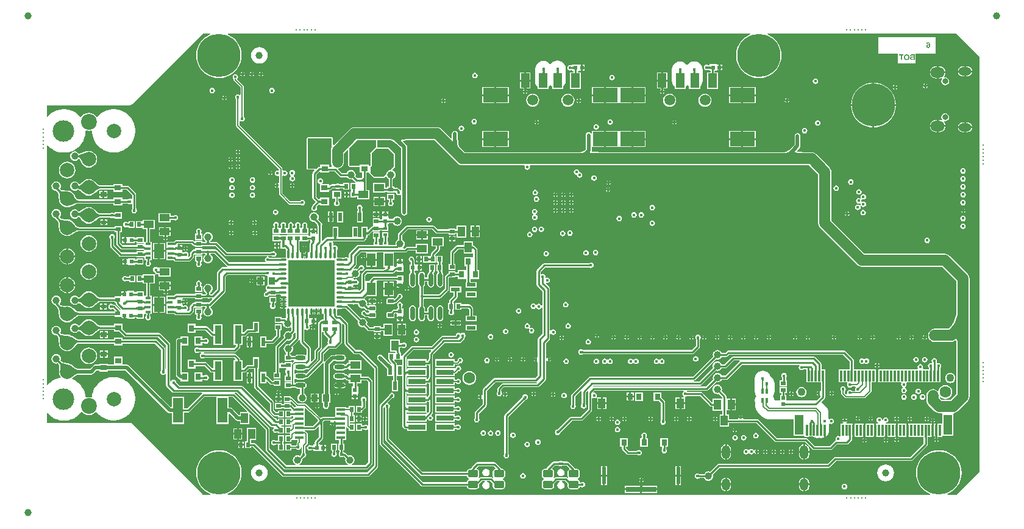
<source format=gbl>
G04*
G04 #@! TF.GenerationSoftware,Altium Limited,Altium NEXUS,2.0.15 (191)*
G04*
G04 Layer_Physical_Order=6*
G04 Layer_Color=16711680*
%FSLAX25Y25*%
%MOIN*%
G70*
G01*
G75*
%ADD10C,0.03937*%
%ADD12R,0.02441X0.02441*%
%ADD13R,0.02559X0.02165*%
%ADD14R,0.02362X0.01968*%
%ADD15R,0.03937X0.05512*%
%ADD20R,0.05512X0.03937*%
%ADD21R,0.02165X0.01772*%
%ADD22R,0.01772X0.02165*%
%ADD23R,0.02165X0.02559*%
%ADD45R,0.03150X0.03543*%
G04:AMPARAMS|DCode=47|XSize=21.65mil|YSize=31.5mil|CornerRadius=1.95mil|HoleSize=0mil|Usage=FLASHONLY|Rotation=90.000|XOffset=0mil|YOffset=0mil|HoleType=Round|Shape=RoundedRectangle|*
%AMROUNDEDRECTD47*
21,1,0.02165,0.02760,0,0,90.0*
21,1,0.01776,0.03150,0,0,90.0*
1,1,0.00390,0.01380,0.00888*
1,1,0.00390,0.01380,-0.00888*
1,1,0.00390,-0.01380,-0.00888*
1,1,0.00390,-0.01380,0.00888*
%
%ADD47ROUNDEDRECTD47*%
%ADD52R,0.02441X0.02441*%
%ADD53R,0.03543X0.03937*%
%ADD54R,0.03543X0.03150*%
%ADD58R,0.01181X0.02756*%
%ADD60C,0.01000*%
%ADD61C,0.01968*%
%ADD62C,0.00787*%
%ADD63C,0.00591*%
%ADD64C,0.00984*%
%ADD65C,0.05906*%
%ADD66C,0.00787*%
%ADD67C,0.11811*%
%ADD68C,0.08661*%
%ADD69C,0.07874*%
%ADD70C,0.04331*%
%ADD71C,0.06299*%
%ADD72O,0.04724X0.06693*%
%ADD73O,0.04724X0.07480*%
%ADD74C,0.03150*%
%ADD75O,0.07087X0.04528*%
%ADD76O,0.07874X0.05709*%
%ADD77C,0.05906*%
%ADD78C,0.23622*%
%ADD79C,0.01772*%
%ADD80C,0.01968*%
%ADD107R,0.09449X0.02953*%
%ADD108R,0.04961X0.01417*%
%ADD109R,0.03158X0.03827*%
%ADD110R,0.01968X0.04921*%
%ADD111R,0.04921X0.01968*%
%ADD112R,0.03740X0.10236*%
%ADD113R,0.02165X0.05039*%
%ADD114R,0.03827X0.03158*%
%ADD115R,0.02756X0.02362*%
%ADD116R,0.04331X0.05512*%
%ADD117R,0.02362X0.09646*%
%ADD118R,0.16929X0.02953*%
%ADD119R,0.01181X0.06102*%
%ADD120R,0.04724X0.10827*%
%ADD121R,0.05787X0.07874*%
%ADD122R,0.02756X0.01181*%
%ADD123O,0.05709X0.02362*%
%ADD124O,0.02362X0.07480*%
%ADD125R,0.05709X0.13583*%
%ADD126R,0.05512X0.04134*%
%ADD127O,0.03347X0.01181*%
%ADD128O,0.01181X0.03347*%
%ADD129R,0.25787X0.25787*%
G04:AMPARAMS|DCode=130|XSize=55.12mil|YSize=41.34mil|CornerRadius=10.34mil|HoleSize=0mil|Usage=FLASHONLY|Rotation=180.000|XOffset=0mil|YOffset=0mil|HoleType=Round|Shape=RoundedRectangle|*
%AMROUNDEDRECTD130*
21,1,0.05512,0.02067,0,0,180.0*
21,1,0.03445,0.04134,0,0,180.0*
1,1,0.02067,-0.01722,0.01034*
1,1,0.02067,0.01722,0.01034*
1,1,0.02067,0.01722,-0.01034*
1,1,0.02067,-0.01722,-0.01034*
%
%ADD130ROUNDEDRECTD130*%
%ADD131R,0.04921X0.07874*%
%ADD132R,0.13780X0.07874*%
%ADD133R,0.04724X0.07087*%
G36*
X511973Y241378D02*
X511973Y14528D01*
X499252Y1806D01*
X494524D01*
X494425Y2306D01*
X495364Y2695D01*
X497029Y3715D01*
X498513Y4983D01*
X499781Y6468D01*
X500801Y8132D01*
X501548Y9935D01*
X502003Y11834D01*
X502156Y13780D01*
X502003Y15726D01*
X501548Y17624D01*
X500801Y19427D01*
X499781Y21092D01*
X498513Y22576D01*
X497029Y23844D01*
X495364Y24864D01*
X493561Y25611D01*
X491663Y26066D01*
X489717Y26219D01*
X487771Y26066D01*
X485872Y25611D01*
X484069Y24864D01*
X482405Y23844D01*
X480920Y22576D01*
X479653Y21092D01*
X478632Y19427D01*
X477885Y17624D01*
X477430Y15726D01*
X477277Y13780D01*
X477430Y11834D01*
X477885Y9935D01*
X478632Y8132D01*
X479653Y6468D01*
X480920Y4983D01*
X482405Y3715D01*
X484069Y2695D01*
X485008Y2306D01*
X484909Y1806D01*
X100823D01*
X100724Y2306D01*
X101663Y2695D01*
X103328Y3715D01*
X104812Y4983D01*
X106080Y6468D01*
X107100Y8132D01*
X107847Y9935D01*
X108302Y11834D01*
X108456Y13780D01*
X108302Y15726D01*
X107847Y17624D01*
X107100Y19427D01*
X106080Y21092D01*
X104812Y22576D01*
X103328Y23844D01*
X101663Y24864D01*
X99860Y25611D01*
X97962Y26066D01*
X96016Y26219D01*
X94070Y26066D01*
X92172Y25611D01*
X90368Y24864D01*
X88704Y23844D01*
X87219Y22576D01*
X85952Y21092D01*
X84932Y19427D01*
X84185Y17624D01*
X83729Y15726D01*
X83576Y13780D01*
X83729Y11834D01*
X84185Y9935D01*
X84932Y8132D01*
X85952Y6468D01*
X87219Y4983D01*
X88704Y3715D01*
X90368Y2695D01*
X91308Y2306D01*
X91208Y1806D01*
X87362D01*
X48521Y40647D01*
X47935Y41039D01*
X47244Y41177D01*
X1806D01*
Y46314D01*
X2280Y46475D01*
X2381Y46343D01*
X3476Y45248D01*
X4704Y44306D01*
X6045Y43532D01*
X7475Y42939D01*
X8971Y42539D01*
X10506Y42336D01*
X12054D01*
X13589Y42539D01*
X15085Y42939D01*
X16515Y43532D01*
X17856Y44306D01*
X19084Y45248D01*
X20179Y46343D01*
X20655Y46964D01*
X21155D01*
X21338Y46725D01*
X22366Y45936D01*
X23563Y45441D01*
X24848Y45271D01*
X26133Y45441D01*
X27330Y45936D01*
X28358Y46725D01*
X28598Y47038D01*
X29098D01*
X29480Y46540D01*
X30575Y45445D01*
X31804Y44503D01*
X33144Y43729D01*
X34575Y43136D01*
X36070Y42736D01*
X37605Y42534D01*
X39154D01*
X40689Y42736D01*
X42184Y43136D01*
X43615Y43729D01*
X44955Y44503D01*
X46184Y45445D01*
X47278Y46540D01*
X48221Y47769D01*
X48995Y49110D01*
X49588Y50540D01*
X49988Y52035D01*
X50190Y53570D01*
Y55119D01*
X49988Y56654D01*
X49588Y58149D01*
X48995Y59580D01*
X48221Y60921D01*
X47278Y62149D01*
X46184Y63244D01*
X44955Y64186D01*
X43615Y64960D01*
X42184Y65553D01*
X40689Y65953D01*
X39154Y66156D01*
X37605D01*
X36070Y65953D01*
X34575Y65553D01*
X33144Y64960D01*
X31804Y64186D01*
X30575Y63244D01*
X29480Y62149D01*
X28538Y60921D01*
X27764Y59580D01*
X27171Y58149D01*
X26770Y56654D01*
X26602Y55376D01*
X26165Y55054D01*
X26068Y55038D01*
X24848Y55199D01*
X23563Y55030D01*
X23034Y55352D01*
X22889Y56457D01*
X22488Y57952D01*
X21896Y59383D01*
X21122Y60723D01*
X20179Y61952D01*
X19084Y63047D01*
X17856Y63989D01*
X16515Y64763D01*
X15850Y65039D01*
X15785Y65535D01*
X16266Y65904D01*
X16270Y65909D01*
X16294Y65919D01*
X16628Y66243D01*
X16946Y66521D01*
X17256Y66763D01*
X17560Y66969D01*
X17855Y67139D01*
X18142Y67276D01*
X18420Y67379D01*
X18690Y67452D01*
X18953Y67494D01*
X19246Y67510D01*
X19281Y67527D01*
X26147D01*
X26147Y67527D01*
X26762Y67649D01*
X27283Y67997D01*
X29004Y69718D01*
X30701D01*
Y69159D01*
X35425D01*
Y69718D01*
X45120D01*
X68060Y46778D01*
X68060Y46778D01*
X68581Y46430D01*
X69195Y46308D01*
X69195Y46308D01*
X70146D01*
Y40532D01*
X77035D01*
Y46810D01*
X79159D01*
X79581Y46894D01*
X79940Y47133D01*
X88074Y55268D01*
X94555D01*
Y40532D01*
X101445D01*
Y45713D01*
X101945Y45920D01*
X105271Y42594D01*
X105792Y42245D01*
X106407Y42123D01*
X107529D01*
Y40382D01*
X112647D01*
Y45591D01*
X113109Y45782D01*
X121534Y37358D01*
Y26544D01*
X121618Y26122D01*
X121857Y25764D01*
X131566Y16055D01*
X131924Y15816D01*
X132347Y15732D01*
X176525D01*
X176948Y15816D01*
X177306Y16055D01*
X179639Y18389D01*
X179674Y18411D01*
X179915Y18772D01*
X179999Y19198D01*
Y63879D01*
X179915Y64305D01*
X179674Y64665D01*
X179674Y64665D01*
X178198Y66141D01*
X177838Y66382D01*
X177412Y66466D01*
X177412Y66466D01*
X173819D01*
Y68012D01*
X167126D01*
Y67155D01*
X166664Y66963D01*
X166247Y67381D01*
X165886Y67622D01*
X165461Y67706D01*
X165461Y67706D01*
X165225D01*
X165184Y67698D01*
X165173D01*
X165057Y67872D01*
X164471Y68263D01*
X163779Y68401D01*
X160433D01*
X159742Y68263D01*
X159156Y67872D01*
X158764Y67286D01*
X158627Y66594D01*
X158764Y65903D01*
X159156Y65317D01*
X159742Y64926D01*
X160433Y64788D01*
X163779D01*
X164471Y64926D01*
X164938Y65238D01*
X164983Y65210D01*
X165066Y65146D01*
X165165Y65055D01*
X165255Y65022D01*
X165319Y64951D01*
X165384Y64947D01*
X165522Y64854D01*
X165655Y64828D01*
X165946Y64537D01*
X166307Y64296D01*
X166592Y64239D01*
X166716Y64184D01*
X166888Y64179D01*
X167016Y64168D01*
X167113Y64152D01*
X167126Y64149D01*
Y62697D01*
X169360D01*
Y60997D01*
X168563D01*
X168563Y57375D01*
X168760Y56956D01*
Y56143D01*
X171988D01*
Y56956D01*
X172185Y57375D01*
X172185Y57675D01*
Y60997D01*
X171584D01*
Y62697D01*
X173819D01*
Y64242D01*
X176952D01*
X177776Y63418D01*
Y39883D01*
X177454Y39743D01*
X177276Y39703D01*
X176822Y40007D01*
X176245Y40121D01*
X175670Y40007D01*
X175443Y39855D01*
X175426Y39856D01*
X175410Y39858D01*
X175406Y39857D01*
X175401Y39858D01*
X175384Y39852D01*
X175380Y39851D01*
X175374Y39850D01*
X175112Y39831D01*
X175034Y39830D01*
X174970Y39803D01*
X174206D01*
Y40561D01*
X170860D01*
Y36821D01*
X174206D01*
Y37579D01*
X174827D01*
X174871Y37555D01*
X174900Y37563D01*
X174928Y37552D01*
X175010Y37550D01*
X175146Y37542D01*
X175182Y37537D01*
X175209Y37532D01*
X175212Y37531D01*
X175670Y37225D01*
X176245Y37111D01*
X176822Y37225D01*
X177276Y37529D01*
X177454Y37489D01*
X177776Y37348D01*
Y19647D01*
X176068Y17939D01*
X168638D01*
X168538Y18439D01*
X168927Y18600D01*
X169461Y19010D01*
X169871Y19545D01*
X170129Y20167D01*
X170217Y20836D01*
X170129Y21504D01*
X169871Y22126D01*
X169461Y22661D01*
X168927Y23071D01*
X168304Y23329D01*
X167636Y23417D01*
X166968Y23329D01*
X166789Y23255D01*
X165422Y24622D01*
X165062Y24863D01*
X164636Y24948D01*
X164636Y24948D01*
X164448D01*
X164056Y25216D01*
X164032Y25259D01*
Y26018D01*
X164514D01*
Y29759D01*
X163953D01*
Y31859D01*
X165760D01*
Y34418D01*
X165760Y37017D01*
X165563Y37435D01*
Y38484D01*
X165770Y38611D01*
X166063Y38672D01*
X166683Y38052D01*
X166923Y37892D01*
Y36821D01*
X170270D01*
Y40561D01*
X167531D01*
Y41525D01*
X170270D01*
Y45265D01*
X169531D01*
X169531Y45269D01*
X169500Y45339D01*
Y46568D01*
X169531Y46638D01*
X169531Y46643D01*
X170305D01*
Y50383D01*
X166958D01*
Y49447D01*
X166954Y49447D01*
X166884Y49416D01*
X165834D01*
X165764Y49447D01*
X165760Y49447D01*
Y49812D01*
X159618D01*
Y47214D01*
Y44551D01*
X159386Y44536D01*
X159214Y44534D01*
X159150Y44506D01*
X153000D01*
X152575Y44422D01*
X152214Y44181D01*
X152214Y44181D01*
X152037Y44004D01*
X151986Y43988D01*
X151572Y43895D01*
X151503Y43882D01*
X151501Y43883D01*
X151426Y43914D01*
X146885Y48456D01*
X146592Y48651D01*
X146567Y48656D01*
X143749Y51474D01*
X143456Y51670D01*
X143110Y51739D01*
X139337D01*
X136233Y54842D01*
X135940Y55038D01*
X135594Y55107D01*
X135353D01*
X135283Y55138D01*
X135278Y55138D01*
Y55877D01*
X131538D01*
Y52530D01*
X135278D01*
Y52589D01*
X135740Y52780D01*
X138209Y50312D01*
X138061Y49858D01*
X138025Y49812D01*
X137355D01*
X136115Y51053D01*
X135754Y51294D01*
X135461Y51352D01*
X135336Y51406D01*
X135278Y51407D01*
Y51940D01*
X131538D01*
Y51379D01*
X130431D01*
Y51940D01*
X126691D01*
Y48593D01*
X130431D01*
Y49155D01*
X131538D01*
Y48593D01*
X135278D01*
X135278Y48593D01*
Y48593D01*
X135672Y48351D01*
X135768Y48255D01*
X135508Y47807D01*
X132295D01*
Y44067D01*
X135642D01*
Y44833D01*
X136311D01*
X136372Y44806D01*
X136713Y44799D01*
X136783Y44793D01*
Y43877D01*
X136731Y43854D01*
X136540Y43816D01*
X136247Y43620D01*
X135953Y43326D01*
X135642Y43455D01*
Y43455D01*
X132295D01*
Y39715D01*
X135585D01*
Y39024D01*
X132295D01*
Y35284D01*
X134761D01*
X135062Y34854D01*
X134927Y34354D01*
X132295D01*
Y30613D01*
X135642D01*
Y31630D01*
X135740Y31649D01*
X136033Y31845D01*
X136283Y32095D01*
X136783Y31888D01*
Y31859D01*
X138920D01*
X138920Y31855D01*
X138951Y31785D01*
Y30810D01*
X138802Y30661D01*
X138606Y30368D01*
X138538Y30022D01*
Y29336D01*
X138507Y29269D01*
X138505Y29213D01*
X138501Y29185D01*
X138496Y29160D01*
X138489Y29135D01*
X138479Y29111D01*
X138467Y29086D01*
X138451Y29060D01*
X138430Y29031D01*
X138405Y29000D01*
X138363Y28956D01*
X138318Y28913D01*
X138287Y28888D01*
X138259Y28867D01*
X138232Y28851D01*
X138207Y28839D01*
X138183Y28829D01*
X138158Y28822D01*
X138133Y28817D01*
X138105Y28813D01*
X138049Y28811D01*
X137982Y28780D01*
X135716D01*
X135647Y28811D01*
X135642Y28812D01*
Y29747D01*
X132295D01*
Y26007D01*
X135642D01*
Y26943D01*
X135647Y26943D01*
X135716Y26974D01*
X137982D01*
X138049Y26943D01*
X138105Y26941D01*
X138133Y26938D01*
X138158Y26932D01*
X138183Y26925D01*
X138207Y26916D01*
X138232Y26903D01*
X138259Y26887D01*
X138287Y26867D01*
X138318Y26841D01*
X138367Y26795D01*
X138454Y26761D01*
X138865Y26487D01*
X139441Y26372D01*
X140017Y26487D01*
X140505Y26813D01*
X140831Y27301D01*
X140916Y27726D01*
X141416Y27677D01*
Y25122D01*
X141385Y25047D01*
X141385Y25019D01*
X141383Y24977D01*
X141380Y24949D01*
X141374Y24924D01*
X141367Y24900D01*
X141358Y24876D01*
X141345Y24851D01*
X141329Y24824D01*
X141309Y24795D01*
X141283Y24764D01*
X141237Y24716D01*
X141203Y24629D01*
X140928Y24218D01*
X140850Y23825D01*
X140838Y23815D01*
X140832Y23805D01*
X140829Y23801D01*
X140823Y23788D01*
X140815Y23775D01*
X140803Y23758D01*
X140671Y23606D01*
X140615Y23549D01*
X140590Y23484D01*
X140199Y23093D01*
X139630Y23329D01*
X138962Y23417D01*
X138294Y23329D01*
X137672Y23071D01*
X137137Y22661D01*
X136727Y22126D01*
X136469Y21504D01*
X136381Y20836D01*
X136469Y20167D01*
X136727Y19545D01*
X137137Y19010D01*
X137672Y18600D01*
X138060Y18439D01*
X137961Y17939D01*
X132804D01*
X123742Y27002D01*
Y37815D01*
X123658Y38237D01*
X123418Y38595D01*
X104861Y57152D01*
X104755Y57224D01*
X104906Y57724D01*
X105644D01*
X124159Y39208D01*
X124159Y39208D01*
X124520Y38967D01*
X124945Y38883D01*
X124945Y38883D01*
X125908D01*
X126060Y38383D01*
X125814Y38218D01*
X125487Y37730D01*
X125373Y37154D01*
X125487Y36578D01*
X125814Y36089D01*
X126302Y35763D01*
X126878Y35648D01*
X127454Y35763D01*
X127787Y35985D01*
X127804Y35983D01*
X127814Y35987D01*
X127819Y35987D01*
X127833Y35992D01*
X127848Y35996D01*
X127868Y35999D01*
X128358Y35651D01*
Y35284D01*
X131705D01*
Y39024D01*
X130251D01*
X130196Y39048D01*
X130144Y39028D01*
X130089Y39042D01*
X130058Y39024D01*
X129905Y39215D01*
X130146Y39715D01*
X131705D01*
Y43455D01*
X128358D01*
Y42697D01*
X127813D01*
X127792Y42805D01*
X127466Y43293D01*
X126977Y43620D01*
X126674Y43680D01*
X126669Y43686D01*
X126655Y43703D01*
X126650Y43706D01*
X126646Y43710D01*
X126631Y43717D01*
X126628Y43719D01*
X126627Y43720D01*
X126430Y43888D01*
X126375Y43942D01*
X126310Y43968D01*
X109066Y61212D01*
X108705Y61453D01*
X108279Y61538D01*
X108279Y61538D01*
X74350D01*
X72868Y63020D01*
X72844Y63083D01*
X72728Y63205D01*
X72654Y63293D01*
X72638Y63315D01*
X72630Y63328D01*
X72624Y63341D01*
X72621Y63345D01*
X72616Y63355D01*
X72602Y63366D01*
X72525Y63758D01*
X72198Y64246D01*
X71710Y64572D01*
X71134Y64687D01*
X70558Y64572D01*
X70069Y64246D01*
X69817Y63868D01*
X69317Y63982D01*
Y84111D01*
X69317Y84111D01*
X69232Y84536D01*
X68991Y84897D01*
X63973Y89915D01*
X63612Y90156D01*
X63186Y90241D01*
X63186Y90241D01*
X45412D01*
X43294Y92359D01*
Y95314D01*
X38570D01*
Y94261D01*
X31218D01*
X31171Y94285D01*
X30961Y94304D01*
X30768Y94350D01*
X30538Y94438D01*
X30273Y94570D01*
X29978Y94749D01*
X29666Y94966D01*
X28526Y95946D01*
X28109Y96359D01*
X28084Y96369D01*
X28077Y96378D01*
X27131Y97103D01*
X26030Y97560D01*
X24848Y97715D01*
X23666Y97560D01*
X22565Y97103D01*
X21619Y96378D01*
X21437Y96141D01*
X21350Y96099D01*
X20609Y95274D01*
X20277Y94950D01*
X19959Y94671D01*
X19738Y94500D01*
X19629Y94447D01*
X19204Y94364D01*
X18976Y94661D01*
X18441Y95071D01*
X17819Y95329D01*
X17151Y95417D01*
X16483Y95329D01*
X15860Y95071D01*
X15326Y94661D01*
X14915Y94126D01*
X14658Y93504D01*
X14570Y92835D01*
X14658Y92168D01*
X14915Y91545D01*
X15326Y91010D01*
X15860Y90600D01*
X16483Y90342D01*
X17151Y90254D01*
X17819Y90342D01*
X18441Y90600D01*
X18976Y91010D01*
X19245Y91362D01*
X19298Y91383D01*
X19784Y91250D01*
X19790Y91246D01*
X20129Y91032D01*
X21382Y90088D01*
X21851Y89691D01*
X21965Y89654D01*
X22565Y89194D01*
X23666Y88737D01*
X24848Y88582D01*
X26030Y88737D01*
X27131Y89194D01*
X28077Y89919D01*
X28084Y89928D01*
X28109Y89939D01*
X28530Y90356D01*
X29310Y91053D01*
X29654Y91322D01*
X29978Y91548D01*
X30273Y91727D01*
X30538Y91859D01*
X30768Y91947D01*
X30961Y91993D01*
X31171Y92012D01*
X31218Y92037D01*
X38570D01*
Y90983D01*
X41525D01*
X44165Y88343D01*
X44165Y88343D01*
X44526Y88102D01*
X44952Y88017D01*
X44952Y88017D01*
X62726D01*
X67093Y83650D01*
Y70834D01*
X66593Y70606D01*
X66592Y70607D01*
Y81590D01*
X66507Y82015D01*
X66266Y82376D01*
X66266Y82376D01*
X62188Y86454D01*
X61827Y86695D01*
X61401Y86780D01*
X61401Y86780D01*
X43294D01*
Y87833D01*
X38570D01*
Y86780D01*
X19226D01*
X19179Y86805D01*
X19013Y86820D01*
X18836Y86862D01*
X18597Y86944D01*
X18325Y87058D01*
X16142Y88312D01*
X15594Y88676D01*
X15593Y88676D01*
X15593Y88677D01*
X15505Y88694D01*
X15320Y88836D01*
X14219Y89292D01*
X13037Y89447D01*
X13026Y89446D01*
X13000Y89457D01*
X12408Y89460D01*
X11364Y89518D01*
X10930Y89571D01*
X10541Y89640D01*
X10205Y89722D01*
X9925Y89816D01*
X9700Y89917D01*
X9604Y89976D01*
X9370Y90192D01*
X9370Y90640D01*
X9493Y90939D01*
X9581Y91607D01*
X9493Y92275D01*
X9235Y92897D01*
X8825Y93432D01*
X8291Y93842D01*
X7668Y94100D01*
X7000Y94188D01*
X6332Y94100D01*
X5709Y93842D01*
X5175Y93432D01*
X4765Y92897D01*
X4507Y92275D01*
X4419Y91607D01*
X4507Y90939D01*
X4765Y90316D01*
X5175Y89781D01*
X5709Y89371D01*
X6332Y89113D01*
X7000Y89025D01*
X7282Y89063D01*
X7746Y88599D01*
X7762Y88548D01*
X7898Y88386D01*
X8000Y88217D01*
X8101Y87993D01*
X8195Y87712D01*
X8278Y87377D01*
X8344Y87002D01*
X8458Y85503D01*
X8461Y84917D01*
X8472Y84891D01*
X8470Y84881D01*
X8626Y83699D01*
X9082Y82598D01*
X9808Y81652D01*
X10753Y80926D01*
X11855Y80470D01*
X13037Y80314D01*
X14219Y80470D01*
X15320Y80926D01*
X16266Y81652D01*
X16783Y82326D01*
X16872Y82384D01*
X17176Y82832D01*
X17465Y83218D01*
X17745Y83552D01*
X18016Y83834D01*
X18275Y84065D01*
X18520Y84244D01*
X18747Y84376D01*
X18956Y84463D01*
X19147Y84511D01*
X19380Y84531D01*
X19415Y84550D01*
X19454Y84542D01*
X19475Y84556D01*
X38570D01*
Y83503D01*
X43294D01*
Y84556D01*
X60941D01*
X64368Y81129D01*
Y70175D01*
X64341Y70114D01*
X64337Y69946D01*
X64326Y69832D01*
X64322Y69805D01*
X64319Y69790D01*
X64313Y69777D01*
X64313Y69771D01*
X64310Y69761D01*
X64311Y69744D01*
X64089Y69412D01*
X63975Y68836D01*
X64089Y68260D01*
X64416Y67771D01*
X64904Y67445D01*
X65480Y67330D01*
X66056Y67445D01*
X66544Y67771D01*
X66593Y67844D01*
X67093Y67692D01*
Y61836D01*
X67093Y61836D01*
X67177Y61410D01*
X67419Y61049D01*
X70419Y58049D01*
X70419Y58049D01*
X70780Y57808D01*
X71205Y57724D01*
X71205Y57724D01*
X86792D01*
X86943Y57224D01*
X86836Y57152D01*
X78702Y49017D01*
X77035D01*
Y55295D01*
X70146D01*
Y49941D01*
X69646Y49734D01*
X46920Y72460D01*
X46399Y72808D01*
X45785Y72930D01*
X45785Y72930D01*
X43299D01*
Y77230D01*
X38575D01*
Y72930D01*
X35425D01*
Y73489D01*
X30701D01*
Y72930D01*
X28339D01*
X27724Y72808D01*
X27203Y72460D01*
X27203Y72460D01*
X25482Y70738D01*
X19281D01*
X19246Y70755D01*
X18953Y70771D01*
X18690Y70814D01*
X18420Y70886D01*
X18142Y70990D01*
X17855Y71126D01*
X17560Y71297D01*
X17264Y71497D01*
X16622Y72028D01*
X16294Y72347D01*
X16270Y72356D01*
X16266Y72362D01*
X15320Y73088D01*
X14219Y73544D01*
X13850Y73592D01*
X13754Y73652D01*
X13754Y73652D01*
X13754Y73652D01*
X13106Y73760D01*
X11981Y73984D01*
X11083Y74218D01*
X10733Y74333D01*
X10439Y74449D01*
X10211Y74558D01*
X10054Y74655D01*
X9919Y74767D01*
X9868Y74783D01*
X9824Y74827D01*
X9797Y74893D01*
X9545Y75147D01*
X9431Y75270D01*
X9493Y75422D01*
X9581Y76090D01*
X9493Y76758D01*
X9235Y77380D01*
X8825Y77915D01*
X8291Y78325D01*
X7668Y78583D01*
X7000Y78671D01*
X6332Y78583D01*
X5709Y78325D01*
X5175Y77915D01*
X4765Y77380D01*
X4507Y76758D01*
X4419Y76090D01*
X4507Y75422D01*
X4765Y74799D01*
X5175Y74265D01*
X5709Y73855D01*
X6332Y73597D01*
X7000Y73509D01*
X7668Y73597D01*
X7813Y73657D01*
X7950Y73537D01*
X8197Y73293D01*
X8207Y73289D01*
X8208Y73285D01*
X8355Y73110D01*
X8456Y72941D01*
X8544Y72729D01*
X8616Y72469D01*
X8667Y72162D01*
X8695Y71807D01*
X8696Y71413D01*
X8614Y70460D01*
X8529Y69922D01*
X8558Y69801D01*
X8470Y69133D01*
X8626Y67951D01*
X9082Y66849D01*
X9482Y66328D01*
X9261Y65795D01*
X8971Y65756D01*
X7475Y65356D01*
X6045Y64763D01*
X4704Y63989D01*
X3476Y63047D01*
X2381Y61952D01*
X2280Y61820D01*
X1806Y61980D01*
X1806Y192882D01*
X2280Y193043D01*
X2356Y192943D01*
X3451Y191849D01*
X4679Y190906D01*
X6020Y190132D01*
X7451Y189539D01*
X8946Y189139D01*
X10481Y188936D01*
X12029D01*
X13565Y189139D01*
X15060Y189539D01*
X16490Y190132D01*
X17831Y190906D01*
X19060Y191849D01*
X20154Y192943D01*
X21097Y194172D01*
X21871Y195512D01*
X22464Y196943D01*
X22864Y198438D01*
X23066Y199973D01*
Y200617D01*
X23465Y200993D01*
X23563Y200952D01*
X24848Y200783D01*
X26133Y200952D01*
X26298Y201021D01*
X26700Y200646D01*
Y200011D01*
X26902Y198476D01*
X27303Y196980D01*
X27895Y195550D01*
X28670Y194209D01*
X29612Y192981D01*
X30707Y191886D01*
X31935Y190943D01*
X33276Y190169D01*
X34706Y189576D01*
X36202Y189176D01*
X37737Y188974D01*
X39285D01*
X40820Y189176D01*
X42316Y189576D01*
X43746Y190169D01*
X45087Y190943D01*
X46315Y191886D01*
X47410Y192981D01*
X48353Y194209D01*
X49127Y195550D01*
X49719Y196980D01*
X50120Y198476D01*
X50322Y200011D01*
Y201559D01*
X50120Y203094D01*
X49719Y204589D01*
X49127Y206020D01*
X48353Y207361D01*
X47410Y208589D01*
X46315Y209684D01*
X45087Y210626D01*
X43746Y211401D01*
X42316Y211993D01*
X40820Y212394D01*
X39285Y212596D01*
X37737D01*
X36202Y212394D01*
X34706Y211993D01*
X33276Y211401D01*
X31935Y210626D01*
X30707Y209684D01*
X29612Y208589D01*
X29550Y208508D01*
X28926Y208516D01*
X28358Y209257D01*
X27330Y210046D01*
X26133Y210542D01*
X24848Y210711D01*
X23563Y210542D01*
X22366Y210046D01*
X21338Y209257D01*
X20791Y208544D01*
X20161D01*
X20154Y208552D01*
X19060Y209647D01*
X17831Y210589D01*
X16490Y211363D01*
X15060Y211956D01*
X13565Y212356D01*
X12029Y212559D01*
X10481D01*
X8946Y212356D01*
X7451Y211956D01*
X6020Y211363D01*
X4679Y210589D01*
X3451Y209647D01*
X2356Y208552D01*
X2280Y208452D01*
X1806Y208613D01*
Y214805D01*
X47244D01*
X47935Y214942D01*
X48521Y215334D01*
X87287Y254099D01*
X91208D01*
X91308Y253599D01*
X90368Y253210D01*
X88704Y252190D01*
X87219Y250922D01*
X85952Y249438D01*
X84932Y247774D01*
X84185Y245970D01*
X83729Y244072D01*
X83576Y242126D01*
X83729Y240180D01*
X84185Y238282D01*
X84932Y236478D01*
X85952Y234814D01*
X87219Y233330D01*
X88704Y232062D01*
X90368Y231042D01*
X92172Y230295D01*
X94070Y229839D01*
X96016Y229686D01*
X97962Y229839D01*
X99860Y230295D01*
X101663Y231042D01*
X103328Y232062D01*
X104812Y233330D01*
X106080Y234814D01*
X107100Y236478D01*
X107847Y238282D01*
X108302Y240180D01*
X108456Y242126D01*
X108302Y244072D01*
X107847Y245970D01*
X107100Y247774D01*
X106080Y249438D01*
X104812Y250922D01*
X103328Y252190D01*
X101663Y253210D01*
X100724Y253599D01*
X100823Y254099D01*
X386484D01*
X386583Y253599D01*
X385644Y253210D01*
X383979Y252190D01*
X382495Y250922D01*
X381227Y249438D01*
X380207Y247774D01*
X379460Y245970D01*
X379005Y244072D01*
X378852Y242126D01*
X379005Y240180D01*
X379460Y238282D01*
X380207Y236478D01*
X381227Y234814D01*
X382495Y233330D01*
X383979Y232062D01*
X385644Y231042D01*
X387447Y230295D01*
X389345Y229839D01*
X391291Y229686D01*
X393237Y229839D01*
X395135Y230295D01*
X396939Y231042D01*
X398603Y232062D01*
X400088Y233330D01*
X401356Y234814D01*
X402375Y236478D01*
X403122Y238282D01*
X403578Y240180D01*
X403731Y242126D01*
X403578Y244072D01*
X403122Y245970D01*
X402375Y247774D01*
X401356Y249438D01*
X400088Y250922D01*
X398603Y252190D01*
X396939Y253210D01*
X396000Y253599D01*
X396099Y254099D01*
X499252D01*
X511973Y241378D01*
D02*
G37*
G36*
X22264Y90178D02*
X21781Y90588D01*
X20492Y91559D01*
X20116Y91796D01*
X19766Y91990D01*
X19443Y92141D01*
X19277Y92202D01*
X19181Y92155D01*
X19079Y92090D01*
X18989Y92015D01*
X18911Y91931D01*
X18846Y91835D01*
Y92317D01*
X18633Y92335D01*
X18553Y93335D01*
X18824Y93359D01*
X18846Y93365D01*
Y93836D01*
X18911Y93740D01*
X18989Y93656D01*
X19079Y93581D01*
X19181Y93515D01*
X19247Y93484D01*
X19403Y93546D01*
X19711Y93709D01*
X20032Y93920D01*
X20366Y94177D01*
X20712Y94481D01*
X21071Y94831D01*
X21826Y95672D01*
X22264Y90178D01*
D02*
G37*
G36*
X28092Y95476D02*
X29274Y94461D01*
X29629Y94213D01*
X29965Y94010D01*
X30281Y93852D01*
X30579Y93739D01*
X30857Y93671D01*
X31115Y93648D01*
Y92649D01*
X30857Y92626D01*
X30579Y92558D01*
X30281Y92445D01*
X29965Y92288D01*
X29629Y92085D01*
X29274Y91836D01*
X28899Y91543D01*
X28092Y90821D01*
X27659Y90393D01*
Y95904D01*
X28092Y95476D01*
D02*
G37*
G36*
X9157Y89499D02*
X9402Y89350D01*
X9692Y89220D01*
X10027Y89108D01*
X10408Y89014D01*
X10835Y88938D01*
X11307Y88881D01*
X12388Y88820D01*
X12997Y88818D01*
X9100Y84920D01*
X9097Y85529D01*
X8979Y87083D01*
X8904Y87509D01*
X8810Y87890D01*
X8698Y88226D01*
X8567Y88516D01*
X8418Y88760D01*
X8252Y88959D01*
X8959Y89666D01*
X9157Y89499D01*
D02*
G37*
G36*
X15806Y87768D02*
X18041Y86484D01*
X18369Y86346D01*
X18659Y86247D01*
X18909Y86188D01*
X19120Y86168D01*
X19326Y85168D01*
X19041Y85144D01*
X18754Y85071D01*
X18463Y84950D01*
X18169Y84780D01*
X17873Y84562D01*
X17573Y84295D01*
X17270Y83980D01*
X16964Y83616D01*
X16655Y83204D01*
X16343Y82743D01*
X15240Y88143D01*
X15806Y87768D01*
D02*
G37*
G36*
X7998Y76022D02*
X8039Y75932D01*
X8107Y75821D01*
X8202Y75688D01*
X8473Y75359D01*
X9085Y74704D01*
X9343Y74443D01*
X8647Y73747D01*
X8386Y74005D01*
X7269Y74983D01*
X7158Y75051D01*
X7068Y75092D01*
X6999Y75106D01*
X7984Y76090D01*
X7998Y76022D01*
D02*
G37*
G36*
X9681Y74134D02*
X9905Y73996D01*
X10183Y73862D01*
X10516Y73732D01*
X10902Y73605D01*
X11838Y73361D01*
X12991Y73131D01*
X13649Y73022D01*
X9161Y69822D01*
X9249Y70382D01*
X9335Y71387D01*
X9334Y71832D01*
X9302Y72239D01*
X9241Y72607D01*
X9150Y72937D01*
X9029Y73229D01*
X8878Y73482D01*
X8697Y73697D01*
X9510Y74275D01*
X9681Y74134D01*
D02*
G37*
G36*
X65981Y70000D02*
X65999Y69752D01*
X66010Y69684D01*
X66023Y69626D01*
X66039Y69574D01*
X66057Y69531D01*
X66077Y69496D01*
X66100Y69468D01*
X64860D01*
X64883Y69496D01*
X64903Y69531D01*
X64921Y69574D01*
X64937Y69626D01*
X64950Y69684D01*
X64961Y69752D01*
X64975Y69909D01*
X64980Y70098D01*
X65980D01*
X65981Y70000D01*
D02*
G37*
G36*
X16195Y71552D02*
X16880Y70985D01*
X17220Y70755D01*
X17557Y70560D01*
X17892Y70401D01*
X18225Y70276D01*
X18556Y70188D01*
X18885Y70135D01*
X19211Y70117D01*
Y68148D01*
X18885Y68131D01*
X18556Y68078D01*
X18225Y67989D01*
X17892Y67865D01*
X17557Y67706D01*
X17220Y67511D01*
X16880Y67280D01*
X16539Y67015D01*
X16195Y66714D01*
X15848Y66377D01*
Y71889D01*
X16195Y71552D01*
D02*
G37*
G36*
X165597Y65526D02*
X165478Y65636D01*
X165350Y65734D01*
X165214Y65820D01*
X165071Y65895D01*
X164919Y65958D01*
X164759Y66010D01*
X164590Y66050D01*
X164414Y66079D01*
X164229Y66097D01*
X164037Y66102D01*
X165225Y66594D01*
X165597Y65526D01*
D02*
G37*
G36*
X167740Y64327D02*
X167730Y64421D01*
X167700Y64505D01*
X167650Y64580D01*
X167579Y64644D01*
X167489Y64699D01*
X167377Y64744D01*
X167246Y64778D01*
X167095Y64803D01*
X166924Y64818D01*
X166732Y64823D01*
Y65823D01*
X166924Y65828D01*
X167095Y65843D01*
X167246Y65868D01*
X167377Y65902D01*
X167489Y65947D01*
X167579Y66001D01*
X167650Y66066D01*
X167700Y66141D01*
X167730Y66225D01*
X167740Y66319D01*
Y64327D01*
D02*
G37*
G36*
X72023Y63137D02*
X72034Y63098D01*
X72051Y63054D01*
X72076Y63007D01*
X72109Y62956D01*
X72149Y62901D01*
X72250Y62779D01*
X72380Y62642D01*
X71673Y61935D01*
X71603Y62004D01*
X71414Y62167D01*
X71359Y62207D01*
X71308Y62239D01*
X71261Y62264D01*
X71218Y62282D01*
X71178Y62293D01*
X71143Y62296D01*
X72020Y63173D01*
X72023Y63137D01*
D02*
G37*
G36*
X134670Y54738D02*
X134688Y54688D01*
X134718Y54644D01*
X134760Y54605D01*
X134815Y54573D01*
X134881Y54546D01*
X134959Y54526D01*
X135049Y54511D01*
X135152Y54502D01*
X135266Y54499D01*
Y53908D01*
X135152Y53905D01*
X135049Y53897D01*
X134959Y53882D01*
X134881Y53861D01*
X134815Y53835D01*
X134760Y53802D01*
X134718Y53764D01*
X134688Y53719D01*
X134670Y53669D01*
X134664Y53613D01*
Y54794D01*
X134670Y54738D01*
D02*
G37*
G36*
X134670Y50890D02*
X134690Y50864D01*
X134724Y50841D01*
X134770Y50822D01*
X134830Y50805D01*
X134903Y50791D01*
X134989Y50780D01*
X135202Y50768D01*
X135328Y50767D01*
Y49767D01*
X135202Y49765D01*
X134903Y49742D01*
X134830Y49729D01*
X134770Y49712D01*
X134724Y49692D01*
X134690Y49669D01*
X134670Y49643D01*
X134664Y49614D01*
Y50919D01*
X134670Y50890D01*
D02*
G37*
G36*
X167561Y47922D02*
X167555Y47978D01*
X167537Y48028D01*
X167508Y48073D01*
X167466Y48111D01*
X167413Y48144D01*
X167348Y48170D01*
X167271Y48191D01*
X167183Y48206D01*
X167083Y48215D01*
X166970Y48217D01*
Y48808D01*
X167083Y48811D01*
X167183Y48820D01*
X167271Y48835D01*
X167348Y48855D01*
X167413Y48882D01*
X167466Y48914D01*
X167508Y48953D01*
X167537Y48997D01*
X167555Y49047D01*
X167561Y49103D01*
Y47922D01*
D02*
G37*
G36*
X165151Y49047D02*
X165169Y48997D01*
X165199Y48953D01*
X165242Y48914D01*
X165296Y48882D01*
X165362Y48855D01*
X165440Y48835D01*
X165531Y48820D01*
X165633Y48811D01*
X165748Y48808D01*
Y48217D01*
X165633Y48215D01*
X165531Y48206D01*
X165440Y48191D01*
X165362Y48170D01*
X165296Y48144D01*
X165242Y48111D01*
X165199Y48073D01*
X165169Y48028D01*
X165151Y47978D01*
X165145Y47922D01*
Y49103D01*
X165151Y49047D01*
D02*
G37*
G36*
X74344Y48571D02*
X74437Y48536D01*
X74563Y48506D01*
X74724Y48479D01*
X75150Y48438D01*
X76044Y48408D01*
X76411Y48406D01*
Y47421D01*
X76044Y47419D01*
X74563Y47321D01*
X74437Y47291D01*
X74344Y47256D01*
X74286Y47217D01*
Y48610D01*
X74344Y48571D01*
D02*
G37*
G36*
X169131Y47251D02*
X169081Y47233D01*
X169036Y47203D01*
X168998Y47161D01*
X168965Y47107D01*
X168939Y47040D01*
X168918Y46962D01*
X168903Y46872D01*
X168895Y46769D01*
X168892Y46655D01*
X168301D01*
X168298Y46769D01*
X168289Y46872D01*
X168274Y46962D01*
X168254Y47040D01*
X168227Y47107D01*
X168195Y47161D01*
X168156Y47203D01*
X168112Y47233D01*
X168062Y47251D01*
X168006Y47257D01*
X169187D01*
X169131Y47251D01*
D02*
G37*
G36*
X111354Y47537D02*
X111163Y47075D01*
X107529D01*
Y45437D01*
X107029Y45377D01*
X103357Y49049D01*
X102837Y49397D01*
X102222Y49519D01*
X102222Y49519D01*
X101445D01*
Y55268D01*
X103624D01*
X111354Y47537D01*
D02*
G37*
G36*
X137386Y45257D02*
X137376Y45293D01*
X137346Y45325D01*
X137296Y45353D01*
X137226Y45377D01*
X137136Y45398D01*
X137026Y45415D01*
X136746Y45438D01*
X136386Y45445D01*
Y46445D01*
X136576Y46447D01*
X137026Y46478D01*
X137136Y46497D01*
X137226Y46519D01*
X137296Y46546D01*
X137346Y46576D01*
X137376Y46611D01*
X137386Y46650D01*
Y45257D01*
D02*
G37*
G36*
X165152Y46075D02*
X165171Y46025D01*
X165201Y45980D01*
X165243Y45942D01*
X165298Y45909D01*
X165364Y45883D01*
X165442Y45862D01*
X165532Y45847D01*
X165634Y45838D01*
X165748Y45836D01*
Y45245D01*
X165157Y45257D01*
X165145Y46131D01*
X165152Y46075D01*
D02*
G37*
G36*
X168895Y45138D02*
X168903Y45036D01*
X168918Y44945D01*
X168939Y44867D01*
X168965Y44801D01*
X168998Y44747D01*
X169036Y44704D01*
X169081Y44674D01*
X169131Y44656D01*
X169187Y44650D01*
X168006D01*
X168062Y44656D01*
X168112Y44674D01*
X168156Y44704D01*
X168195Y44747D01*
X168227Y44801D01*
X168254Y44867D01*
X168274Y44945D01*
X168289Y45036D01*
X168298Y45138D01*
X168301Y45253D01*
X168892D01*
X168895Y45138D01*
D02*
G37*
G36*
X153041Y42729D02*
X152907Y42584D01*
X152787Y42434D01*
X152681Y42278D01*
X152589Y42116D01*
X152511Y41949D01*
X152447Y41775D01*
X152398Y41595D01*
X152363Y41410D01*
X152341Y41219D01*
X152334Y41022D01*
X151334Y40022D01*
X151327Y40205D01*
X151306Y40354D01*
X151271Y40468D01*
X151221Y40549D01*
X151157Y40595D01*
X151080Y40607D01*
X150988Y40585D01*
X150882Y40529D01*
X150762Y40439D01*
X150627Y40315D01*
X150565Y41667D01*
X150695Y41805D01*
X150803Y41938D01*
X150888Y42065D01*
X150951Y42186D01*
X150991Y42301D01*
X151008Y42411D01*
X151004Y42515D01*
X150976Y42613D01*
X150927Y42705D01*
X150891Y42748D01*
X150766Y42878D01*
X150633Y43012D01*
X151051Y43430D01*
X151185Y43297D01*
X151373Y43129D01*
X151451Y43087D01*
X151549Y43060D01*
X151652Y43055D01*
X151762Y43072D01*
X151877Y43113D01*
X151998Y43175D01*
X152125Y43260D01*
X152258Y43368D01*
X152397Y43498D01*
X153041Y42729D01*
D02*
G37*
G36*
X160221Y42698D02*
X160211Y42735D01*
X160180Y42769D01*
X160131Y42798D01*
X160061Y42824D01*
X159971Y42845D01*
X159861Y42863D01*
X159731Y42877D01*
X159411Y42893D01*
X159221Y42895D01*
Y43895D01*
X159411Y43897D01*
X159861Y43926D01*
X159971Y43944D01*
X160061Y43965D01*
X160131Y43991D01*
X160180Y44021D01*
X160211Y44054D01*
X160221Y44091D01*
Y42698D01*
D02*
G37*
G36*
X137386D02*
X137381Y42696D01*
X137366Y42694D01*
X137341Y42692D01*
X136981Y42686D01*
X136886Y42686D01*
Y43277D01*
X136981Y43279D01*
X137141Y43295D01*
X137206Y43309D01*
X137261Y43328D01*
X137306Y43350D01*
X137341Y43377D01*
X137366Y43408D01*
X137381Y43442D01*
X137386Y43481D01*
Y42698D01*
D02*
G37*
G36*
X125998Y43416D02*
X126239Y43210D01*
X126289Y43177D01*
X126334Y43150D01*
X126375Y43131D01*
X126413Y43119D01*
X126446Y43114D01*
X125518Y42291D01*
X125516Y42328D01*
X125508Y42369D01*
X125491Y42414D01*
X125468Y42462D01*
X125437Y42514D01*
X125398Y42570D01*
X125352Y42629D01*
X125237Y42759D01*
X125169Y42830D01*
X125927Y43485D01*
X125998Y43416D01*
D02*
G37*
G36*
X135045Y42370D02*
X135063Y42320D01*
X135092Y42276D01*
X135134Y42237D01*
X135187Y42205D01*
X135252Y42178D01*
X135329Y42157D01*
X135417Y42143D01*
X135518Y42134D01*
X135630Y42131D01*
Y41540D01*
X135518Y41537D01*
X135417Y41528D01*
X135329Y41514D01*
X135252Y41493D01*
X135187Y41467D01*
X135134Y41434D01*
X135092Y41396D01*
X135063Y41351D01*
X135045Y41301D01*
X135039Y41245D01*
Y42426D01*
X135045Y42370D01*
D02*
G37*
G36*
X157114Y41783D02*
X157078Y41758D01*
X156795Y41336D01*
X158633D01*
Y41456D01*
X158660Y41433D01*
X158695Y41412D01*
X158739Y41394D01*
X158790Y41379D01*
X158849Y41366D01*
X158916Y41355D01*
X159074Y41340D01*
X159204Y41337D01*
X158953Y41712D01*
X159086Y41982D01*
X159149Y42069D01*
X159495Y42108D01*
X159618Y42095D01*
X159815Y41677D01*
Y41364D01*
X159861Y41367D01*
X159971Y41385D01*
X160061Y41406D01*
X160131Y41432D01*
X160180Y41461D01*
X160211Y41495D01*
X160221Y41532D01*
Y41336D01*
X162689D01*
Y40336D01*
X160221D01*
Y40139D01*
X160211Y40176D01*
X160180Y40210D01*
X160131Y40239D01*
X160061Y40265D01*
X159971Y40286D01*
X159861Y40304D01*
X159815Y40309D01*
Y39879D01*
X159815Y39379D01*
X159815Y39233D01*
Y38776D01*
X162689D01*
Y37776D01*
X159815D01*
Y37435D01*
X159618Y37017D01*
X159618Y36756D01*
Y31859D01*
X161729D01*
Y29759D01*
X161168D01*
Y26018D01*
X161809D01*
Y25107D01*
X161781Y25043D01*
X161781Y24955D01*
X161774Y24812D01*
X161764Y24712D01*
X161760Y24695D01*
X161759Y24691D01*
X161754Y24674D01*
X161754Y24669D01*
X161753Y24665D01*
X161755Y24649D01*
X161757Y24632D01*
X161609Y24412D01*
X161495Y23836D01*
X161609Y23259D01*
X161936Y22771D01*
X162424Y22445D01*
X163000Y22330D01*
X163576Y22445D01*
X163909Y22667D01*
X163925Y22665D01*
X163936Y22669D01*
X163941Y22669D01*
X163954Y22674D01*
X163970Y22678D01*
X163990Y22681D01*
X164191Y22695D01*
X164204Y22696D01*
X165217Y21682D01*
X165143Y21504D01*
X165055Y20836D01*
X165143Y20167D01*
X165401Y19545D01*
X165811Y19010D01*
X166346Y18600D01*
X166734Y18439D01*
X166634Y17939D01*
X139964D01*
X139865Y18439D01*
X140253Y18600D01*
X140788Y19010D01*
X141198Y19545D01*
X141456Y20167D01*
X141544Y20836D01*
X141490Y21240D01*
X142158Y21908D01*
X142220Y21932D01*
X142342Y22048D01*
X142431Y22121D01*
X142452Y22137D01*
X142466Y22145D01*
X142479Y22151D01*
X142483Y22155D01*
X142492Y22160D01*
X142503Y22173D01*
X142895Y22251D01*
X143384Y22577D01*
X143710Y23065D01*
X143825Y23642D01*
X143710Y24218D01*
X143435Y24629D01*
X143402Y24716D01*
X143355Y24764D01*
X143330Y24795D01*
X143309Y24824D01*
X143293Y24851D01*
X143281Y24876D01*
X143271Y24900D01*
X143264Y24924D01*
X143259Y24949D01*
X143255Y24977D01*
X143254Y25019D01*
X143254Y25047D01*
X143222Y25122D01*
Y28348D01*
X144409Y29534D01*
X144409Y29534D01*
X144605Y29827D01*
X144674Y30173D01*
X144674Y30173D01*
Y34944D01*
X144605Y35290D01*
X144409Y35583D01*
X143636Y36356D01*
X143343Y36552D01*
X143001Y36620D01*
X142930Y36652D01*
X143001Y37125D01*
X143157Y37135D01*
X143329Y37137D01*
X143393Y37165D01*
X145550D01*
X145551Y37165D01*
X145551Y37165D01*
X147882D01*
X147882Y37165D01*
X148307Y37249D01*
X148668Y37490D01*
X150260Y39083D01*
X150722Y38891D01*
Y33456D01*
X148714Y31447D01*
X148473Y31086D01*
X148388Y30661D01*
X148388Y30661D01*
Y29294D01*
X147689D01*
Y28595D01*
X146900D01*
X146839Y28622D01*
X146671Y28627D01*
X146556Y28637D01*
X146530Y28641D01*
X146515Y28645D01*
X146501Y28650D01*
X146496Y28650D01*
X146485Y28654D01*
X146469Y28652D01*
X146136Y28874D01*
X145560Y28989D01*
X144984Y28874D01*
X144496Y28548D01*
X144169Y28059D01*
X144055Y27483D01*
X144169Y26907D01*
X144496Y26419D01*
X144984Y26093D01*
X145560Y25978D01*
X146136Y26093D01*
X146469Y26315D01*
X146485Y26313D01*
X146496Y26316D01*
X146501Y26316D01*
X146515Y26322D01*
X146530Y26325D01*
X146550Y26329D01*
X146751Y26343D01*
X146831Y26344D01*
X146894Y26371D01*
X147689D01*
Y25672D01*
X151311Y25672D01*
X151729Y25869D01*
X152543D01*
Y27483D01*
Y29098D01*
X151729D01*
X151311Y29294D01*
X150965Y29294D01*
X150612Y29648D01*
Y30200D01*
X152621Y32209D01*
X152862Y32570D01*
X152946Y32995D01*
Y40940D01*
X152973Y40999D01*
X152979Y41172D01*
X152995Y41315D01*
X153021Y41450D01*
X153057Y41580D01*
X153102Y41704D01*
X153158Y41824D01*
X153224Y41940D01*
X153302Y42054D01*
X153391Y42167D01*
X153499Y42283D01*
X156963D01*
X157114Y41783D01*
D02*
G37*
G36*
X137386Y40139D02*
X137380Y40137D01*
X137364Y40135D01*
X137336Y40133D01*
X136834Y40127D01*
Y40718D01*
X136939Y40720D01*
X137033Y40728D01*
X137116Y40740D01*
X137187Y40758D01*
X137248Y40782D01*
X137298Y40810D01*
X137336Y40843D01*
X137364Y40882D01*
X137380Y40925D01*
X137386Y40974D01*
Y40139D01*
D02*
G37*
G36*
X145490Y47179D02*
X145490Y47178D01*
X145783Y46983D01*
X145808Y46978D01*
X150149Y42637D01*
X150180Y42562D01*
X150092Y42097D01*
X150071Y42038D01*
X147421Y39388D01*
X145609D01*
X145560Y39398D01*
X145511Y39388D01*
X143393D01*
X143329Y39416D01*
X143151Y39417D01*
X142925Y39429D01*
Y42095D01*
Y44655D01*
Y49090D01*
X143387Y49282D01*
X145490Y47179D01*
D02*
G37*
G36*
X175563Y38051D02*
X175536Y38078D01*
X175501Y38102D01*
X175458Y38122D01*
X175407Y38141D01*
X175349Y38156D01*
X175282Y38168D01*
X175208Y38178D01*
X175035Y38189D01*
X174937Y38191D01*
X175040Y39191D01*
X175139Y39192D01*
X175455Y39215D01*
X175513Y39225D01*
X175564Y39238D01*
X175607Y39252D01*
X175641Y39269D01*
X175668Y39287D01*
X175563Y38051D01*
D02*
G37*
G36*
X128979Y38920D02*
X129360Y38595D01*
X129526Y38478D01*
X129675Y38391D01*
X129808Y38334D01*
X129926Y38307D01*
X130026Y38311D01*
X130110Y38345D01*
X130178Y38409D01*
X128973Y36810D01*
X129019Y36896D01*
X129040Y36994D01*
X129034Y37104D01*
X129001Y37227D01*
X128973Y37292D01*
Y36154D01*
X128963Y36249D01*
X128932Y36334D01*
X128882Y36409D01*
X128811Y36474D01*
X128720Y36529D01*
X128609Y36574D01*
X128477Y36609D01*
X128325Y36634D01*
X128153Y36649D01*
X128033Y36652D01*
X127794Y36634D01*
X127727Y36624D01*
X127668Y36610D01*
X127617Y36595D01*
X127574Y36577D01*
X127538Y36556D01*
X127511Y36534D01*
X127511Y37774D01*
X127538Y37751D01*
X127574Y37731D01*
X127617Y37712D01*
X127668Y37697D01*
X127727Y37684D01*
X127794Y37673D01*
X127952Y37659D01*
X128050Y37656D01*
X128153Y37659D01*
X128325Y37674D01*
X128477Y37699D01*
X128609Y37734D01*
X128674Y37760D01*
X128608Y37842D01*
X128254Y38224D01*
X128764Y39128D01*
X128979Y38920D01*
D02*
G37*
G36*
X142332Y38936D02*
X142362Y38902D01*
X142412Y38873D01*
X142482Y38847D01*
X142572Y38826D01*
X142683Y38808D01*
X142813Y38794D01*
X143132Y38778D01*
X143323Y38776D01*
Y37776D01*
X143132Y37775D01*
X142683Y37745D01*
X142572Y37727D01*
X142482Y37706D01*
X142412Y37680D01*
X142362Y37651D01*
X142332Y37617D01*
X142323Y37580D01*
Y38973D01*
X142332Y38936D01*
D02*
G37*
G36*
X135045Y37688D02*
X135063Y37638D01*
X135092Y37594D01*
X135134Y37555D01*
X135187Y37523D01*
X135252Y37496D01*
X135329Y37475D01*
X135417Y37461D01*
X135518Y37452D01*
X135630Y37449D01*
Y36858D01*
X135518Y36856D01*
X135417Y36847D01*
X135329Y36832D01*
X135252Y36811D01*
X135187Y36785D01*
X135134Y36752D01*
X135092Y36714D01*
X135063Y36669D01*
X135045Y36619D01*
X135039Y36563D01*
Y37744D01*
X135045Y37688D01*
D02*
G37*
G36*
X137386Y35337D02*
X137382Y35353D01*
X137371Y35368D01*
X137352Y35381D01*
X137325Y35392D01*
X137291Y35401D01*
X137249Y35409D01*
X137200Y35414D01*
X137078Y35421D01*
X137006Y35422D01*
Y36013D01*
X137078Y36014D01*
X137249Y36026D01*
X137291Y36034D01*
X137325Y36043D01*
X137352Y36054D01*
X137371Y36067D01*
X137382Y36081D01*
X137386Y36098D01*
Y35337D01*
D02*
G37*
G36*
X142317Y36252D02*
X142335Y36202D01*
X142365Y36157D01*
X142407Y36119D01*
X142461Y36086D01*
X142527Y36060D01*
X142606Y36039D01*
X142696Y36024D01*
X142799Y36016D01*
X142913Y36013D01*
Y35422D01*
X142799Y35419D01*
X142696Y35410D01*
X142606Y35396D01*
X142527Y35375D01*
X142461Y35348D01*
X142407Y35316D01*
X142365Y35278D01*
X142335Y35233D01*
X142317Y35183D01*
X142311Y35127D01*
Y36308D01*
X142317Y36252D01*
D02*
G37*
G36*
X135043Y32827D02*
X135053Y32817D01*
X135071Y32808D01*
X135096Y32800D01*
X135128Y32794D01*
X135167Y32788D01*
X135266Y32781D01*
X135394Y32779D01*
Y32188D01*
X135327Y32188D01*
X135128Y32173D01*
X135096Y32167D01*
X135071Y32159D01*
X135053Y32150D01*
X135043Y32140D01*
X135039Y32129D01*
Y32838D01*
X135043Y32827D01*
D02*
G37*
G36*
X140389Y32468D02*
X140339Y32450D01*
X140294Y32419D01*
X140256Y32377D01*
X140223Y32323D01*
X140197Y32257D01*
X140176Y32179D01*
X140161Y32088D01*
X140152Y31986D01*
X140149Y31871D01*
X139559D01*
X139556Y31986D01*
X139547Y32088D01*
X139532Y32179D01*
X139512Y32257D01*
X139485Y32323D01*
X139453Y32377D01*
X139414Y32419D01*
X139370Y32450D01*
X139320Y32468D01*
X139264Y32474D01*
X140445D01*
X140389Y32468D01*
D02*
G37*
G36*
X139739Y29162D02*
X139749Y29081D01*
X139765Y29003D01*
X139788Y28927D01*
X139817Y28852D01*
X139853Y28780D01*
X139895Y28710D01*
X139944Y28641D01*
X139999Y28574D01*
X140061Y28510D01*
X138821D01*
X138883Y28574D01*
X138938Y28641D01*
X138986Y28710D01*
X139029Y28780D01*
X139064Y28852D01*
X139094Y28927D01*
X139116Y29003D01*
X139133Y29081D01*
X139142Y29162D01*
X139146Y29244D01*
X139736D01*
X139739Y29162D01*
D02*
G37*
G36*
X135045Y28412D02*
X135063Y28361D01*
X135092Y28317D01*
X135134Y28279D01*
X135187Y28246D01*
X135252Y28220D01*
X135329Y28199D01*
X135417Y28184D01*
X135518Y28175D01*
X135630Y28172D01*
Y27582D01*
X135518Y27579D01*
X135417Y27570D01*
X135329Y27555D01*
X135252Y27535D01*
X135187Y27508D01*
X135134Y27476D01*
X135092Y27437D01*
X135063Y27393D01*
X135045Y27343D01*
X135039Y27287D01*
Y28468D01*
X135045Y28412D01*
D02*
G37*
G36*
X138808Y27257D02*
X138744Y27319D01*
X138677Y27374D01*
X138608Y27423D01*
X138538Y27465D01*
X138465Y27501D01*
X138391Y27530D01*
X138315Y27553D01*
X138237Y27569D01*
X138156Y27579D01*
X138074Y27582D01*
Y28172D01*
X138156Y28176D01*
X138237Y28185D01*
X138315Y28202D01*
X138391Y28224D01*
X138465Y28254D01*
X138538Y28289D01*
X138608Y28332D01*
X138677Y28380D01*
X138744Y28436D01*
X138808Y28497D01*
Y27257D01*
D02*
G37*
G36*
X146220Y28081D02*
X146256Y28060D01*
X146299Y28042D01*
X146350Y28027D01*
X146409Y28013D01*
X146476Y28003D01*
X146634Y27988D01*
X146823Y27983D01*
Y26983D01*
X146724Y26982D01*
X146476Y26964D01*
X146409Y26953D01*
X146350Y26940D01*
X146299Y26924D01*
X146256Y26906D01*
X146220Y26886D01*
X146193Y26863D01*
Y28104D01*
X146220Y28081D01*
D02*
G37*
G36*
X163422Y25049D02*
X163443Y24802D01*
X163456Y24735D01*
X163471Y24676D01*
X163489Y24626D01*
X163510Y24583D01*
X163534Y24548D01*
X163561Y24521D01*
X162326Y24410D01*
X162344Y24436D01*
X162360Y24471D01*
X162374Y24513D01*
X162386Y24564D01*
X162397Y24622D01*
X162412Y24764D01*
X162420Y24938D01*
X162420Y25037D01*
X163420Y25147D01*
X163422Y25049D01*
D02*
G37*
G36*
X142615Y25005D02*
X142618Y24926D01*
X142628Y24846D01*
X142644Y24768D01*
X142666Y24691D01*
X142696Y24617D01*
X142731Y24544D01*
X142774Y24474D01*
X142822Y24405D01*
X142878Y24339D01*
X142939Y24274D01*
X142648D01*
X142662Y24016D01*
X142673Y23995D01*
X141965D01*
X141976Y24016D01*
X141987Y24056D01*
X141995Y24114D01*
X142008Y24274D01*
X141699D01*
X141761Y24339D01*
X141816Y24405D01*
X141865Y24474D01*
X141907Y24544D01*
X141943Y24617D01*
X141972Y24691D01*
X141995Y24768D01*
X142011Y24846D01*
X142021Y24926D01*
X142024Y25005D01*
X142024Y25045D01*
X142614D01*
X142615Y25005D01*
D02*
G37*
G36*
X163660Y24433D02*
X163696Y24412D01*
X163739Y24394D01*
X163790Y24379D01*
X163849Y24366D01*
X163916Y24355D01*
X164074Y24340D01*
X164263Y24336D01*
Y23336D01*
X164164Y23334D01*
X163916Y23316D01*
X163849Y23305D01*
X163790Y23292D01*
X163739Y23277D01*
X163696Y23259D01*
X163660Y23238D01*
X163633Y23215D01*
Y24456D01*
X163660Y24433D01*
D02*
G37*
G36*
X142310Y22756D02*
X142275Y22752D01*
X142235Y22742D01*
X142192Y22724D01*
X142145Y22699D01*
X142094Y22667D01*
X142039Y22627D01*
X141917Y22525D01*
X141780Y22395D01*
X141073Y23102D01*
X141142Y23173D01*
X141304Y23361D01*
X141344Y23416D01*
X141376Y23467D01*
X141402Y23514D01*
X141419Y23558D01*
X141430Y23597D01*
X141433Y23633D01*
X142310Y22756D01*
D02*
G37*
%LPC*%
G36*
X488010Y252000D02*
X456500D01*
Y243000D01*
X467385D01*
Y237564D01*
X477098D01*
Y243000D01*
X487992D01*
X488010Y243019D01*
Y252000D01*
D02*
G37*
G36*
X118110Y246695D02*
X116928Y246539D01*
X115826Y246083D01*
X114880Y245357D01*
X114154Y244411D01*
X113698Y243309D01*
X113542Y242127D01*
X113698Y240945D01*
X114154Y239843D01*
X114880Y238897D01*
X115826Y238171D01*
X116928Y237715D01*
X118110Y237559D01*
X119292Y237715D01*
X120394Y238171D01*
X121340Y238897D01*
X122066Y239843D01*
X122523Y240945D01*
X122678Y242127D01*
X122523Y243309D01*
X122066Y244411D01*
X121340Y245357D01*
X120394Y246083D01*
X119292Y246539D01*
X118110Y246695D01*
D02*
G37*
G36*
X281191Y239273D02*
X280033Y239121D01*
X278954Y238673D01*
X278027Y237962D01*
X277625Y237439D01*
X276995D01*
X276728Y237787D01*
X275801Y238499D01*
X274721Y238946D01*
X273563Y239098D01*
X272405Y238946D01*
X271325Y238499D01*
X270399Y237787D01*
X269687Y236860D01*
X269240Y235781D01*
X269088Y234623D01*
Y229636D01*
X268994Y229411D01*
X268842Y228253D01*
X268994Y227095D01*
X269442Y226015D01*
X270153Y225088D01*
X270266Y225001D01*
Y223725D01*
X276368D01*
Y225001D01*
X276482Y225088D01*
X276728Y225334D01*
X276968Y225647D01*
X277598D01*
X278027Y225088D01*
X278140Y225001D01*
Y223725D01*
X284243D01*
Y225001D01*
X284356Y225088D01*
X285067Y226015D01*
X285514Y227095D01*
X285667Y228253D01*
Y234798D01*
X285514Y235956D01*
X285067Y237035D01*
X284356Y237962D01*
X283429Y238673D01*
X282350Y239121D01*
X281191Y239273D01*
D02*
G37*
G36*
X356000Y238865D02*
X354842Y238713D01*
X353762Y238265D01*
X352835Y237554D01*
X352421Y237014D01*
X351791D01*
X351428Y237487D01*
X350501Y238199D01*
X349421Y238646D01*
X348263Y238798D01*
X347105Y238646D01*
X346025Y238199D01*
X345098Y237487D01*
X344387Y236561D01*
X343940Y235481D01*
X343788Y234323D01*
Y228252D01*
X343940Y227094D01*
X344387Y226014D01*
X345098Y225087D01*
X345212Y225001D01*
Y223724D01*
X351314D01*
Y225001D01*
X351428Y225087D01*
X351869Y225663D01*
X352499D01*
X352835Y225224D01*
X352973Y225087D01*
X353086Y225001D01*
Y223724D01*
X359188D01*
Y225001D01*
X359301Y225087D01*
X360013Y226014D01*
X360460Y227094D01*
X360612Y228252D01*
X360475Y229293D01*
Y234390D01*
X360323Y235548D01*
X359876Y236627D01*
X359165Y237554D01*
X358238Y238265D01*
X357158Y238713D01*
X356000Y238865D01*
D02*
G37*
G36*
X292756Y237134D02*
X292456Y237134D01*
X289134D01*
Y236943D01*
X289134Y236942D01*
X288634Y236675D01*
X288576Y236714D01*
X288000Y236828D01*
X287424Y236714D01*
X286936Y236387D01*
X286609Y235899D01*
X286495Y235323D01*
X286609Y234747D01*
X286936Y234259D01*
X287424Y233932D01*
X288000Y233818D01*
X288576Y233932D01*
X288634Y233971D01*
X289134Y233704D01*
X289134Y233703D01*
Y233512D01*
X289930D01*
Y232780D01*
X287983D01*
Y223725D01*
X294085D01*
Y232780D01*
X292432D01*
X292260Y233280D01*
X292491Y233512D01*
X292756Y233512D01*
X293175Y233709D01*
X293988D01*
Y235323D01*
X294488D01*
D01*
X293988D01*
Y236937D01*
X293175D01*
X292756Y237134D01*
D02*
G37*
G36*
X368051Y237331D02*
X367750Y237331D01*
X364429D01*
Y236862D01*
X364000Y236663D01*
X363943Y236651D01*
X363884Y236652D01*
X363821Y236655D01*
X363703Y236666D01*
X363678Y236670D01*
X363663Y236674D01*
X363649Y236680D01*
X363643Y236680D01*
X363634Y236683D01*
X363615Y236682D01*
X363273Y236910D01*
X362697Y237025D01*
X362121Y236910D01*
X361632Y236584D01*
X361306Y236096D01*
X361191Y235520D01*
X361306Y234943D01*
X361632Y234455D01*
X362121Y234129D01*
X362697Y234014D01*
X363273Y234129D01*
X363615Y234357D01*
X363634Y234356D01*
X363643Y234359D01*
X363649Y234359D01*
X363663Y234365D01*
X363678Y234369D01*
X363697Y234372D01*
X363895Y234387D01*
X363943Y234388D01*
X364000Y234376D01*
X364429Y234177D01*
Y233709D01*
X364876D01*
Y232780D01*
X362928D01*
Y223724D01*
X369031D01*
Y232780D01*
X367083D01*
Y233355D01*
X367437Y233709D01*
X368051Y233709D01*
X368469Y233905D01*
X369283D01*
Y235520D01*
Y237134D01*
X368469D01*
X368051Y237331D01*
D02*
G37*
G36*
X370283Y237134D02*
Y236019D01*
X371397D01*
Y237134D01*
X370283D01*
D02*
G37*
G36*
X294988Y236937D02*
Y235823D01*
X296102D01*
Y236937D01*
X294988D01*
D02*
G37*
G36*
X371397Y235019D02*
X370283D01*
Y233905D01*
X371397D01*
Y235019D01*
D02*
G37*
G36*
X505333Y236059D02*
X504554D01*
Y233879D01*
X507948D01*
X507922Y234072D01*
X507654Y234719D01*
X507228Y235274D01*
X506673Y235700D01*
X506027Y235968D01*
X505333Y236059D01*
D02*
G37*
G36*
X503554D02*
X502774D01*
X502080Y235968D01*
X501434Y235700D01*
X500879Y235274D01*
X500453Y234719D01*
X500185Y234072D01*
X500160Y233879D01*
X503554D01*
Y236059D01*
D02*
G37*
G36*
X296102Y234823D02*
X294988D01*
Y233709D01*
X296102D01*
Y234823D01*
D02*
G37*
G36*
X490176Y236064D02*
X489593D01*
Y233288D01*
X493386D01*
X493340Y233636D01*
X493013Y234426D01*
X492492Y235105D01*
X491814Y235625D01*
X491023Y235953D01*
X490176Y236064D01*
D02*
G37*
G36*
X488593D02*
X488010D01*
X487162Y235953D01*
X486372Y235625D01*
X485694Y235105D01*
X485173Y234426D01*
X484846Y233636D01*
X484800Y233288D01*
X488593D01*
Y236064D01*
D02*
G37*
G36*
X119500Y233040D02*
Y232336D01*
X120205D01*
X119922Y232758D01*
X119500Y233040D01*
D02*
G37*
G36*
X118500D02*
X118078Y232758D01*
X117795Y232336D01*
X118500D01*
Y233040D01*
D02*
G37*
G36*
X114500D02*
Y232336D01*
X115205D01*
X114922Y232758D01*
X114500Y233040D01*
D02*
G37*
G36*
X113500D02*
X113077Y232758D01*
X112795Y232336D01*
X113500D01*
Y233040D01*
D02*
G37*
G36*
X109500D02*
Y232336D01*
X110205D01*
X109923Y232758D01*
X109500Y233040D01*
D02*
G37*
G36*
X108500D02*
X108078Y232758D01*
X107795Y232336D01*
X108500D01*
Y233040D01*
D02*
G37*
G36*
X507948Y232879D02*
X504554D01*
Y230698D01*
X505333D01*
X506027Y230790D01*
X506673Y231058D01*
X507228Y231483D01*
X507654Y232039D01*
X507922Y232685D01*
X507948Y232879D01*
D02*
G37*
G36*
X503554D02*
X500159D01*
X500185Y232685D01*
X500453Y232039D01*
X500879Y231483D01*
X501434Y231058D01*
X502080Y230790D01*
X502774Y230698D01*
X503554D01*
Y232879D01*
D02*
G37*
G36*
X120205Y231336D02*
X119500D01*
Y230631D01*
X119922Y230913D01*
X120205Y231336D01*
D02*
G37*
G36*
X118500D02*
X117795D01*
X118078Y230913D01*
X118500Y230631D01*
Y231336D01*
D02*
G37*
G36*
X115205D02*
X114500D01*
Y230631D01*
X114922Y230913D01*
X115205Y231336D01*
D02*
G37*
G36*
X113500D02*
X112795D01*
X113077Y230913D01*
X113500Y230631D01*
Y231336D01*
D02*
G37*
G36*
X110205D02*
X109500D01*
Y230631D01*
X109923Y230913D01*
X110205Y231336D01*
D02*
G37*
G36*
X108500D02*
X107795D01*
X108078Y230913D01*
X108500Y230631D01*
Y231336D01*
D02*
G37*
G36*
X236000Y232628D02*
X235424Y232514D01*
X234936Y232187D01*
X234609Y231699D01*
X234495Y231123D01*
X234609Y230547D01*
X234936Y230059D01*
X235424Y229732D01*
X236000Y229618D01*
X236576Y229732D01*
X237064Y230059D01*
X237391Y230547D01*
X237505Y231123D01*
X237391Y231699D01*
X237064Y232187D01*
X236576Y232514D01*
X236000Y232628D01*
D02*
G37*
G36*
X488593Y232288D02*
X484800D01*
X484846Y231940D01*
X485173Y231150D01*
X485694Y230472D01*
X486372Y229951D01*
X487162Y229624D01*
X488010Y229512D01*
X488593D01*
Y232288D01*
D02*
G37*
G36*
X266329Y232583D02*
X263975D01*
Y228753D01*
X266329D01*
Y232583D01*
D02*
G37*
G36*
X262975D02*
X260620D01*
Y228753D01*
X262975D01*
Y232583D01*
D02*
G37*
G36*
X341275Y232583D02*
X338920D01*
Y228752D01*
X341275D01*
Y232583D01*
D02*
G37*
G36*
X337920D02*
X335566D01*
Y228752D01*
X337920D01*
Y232583D01*
D02*
G37*
G36*
X311000Y231468D02*
X310424Y231353D01*
X309936Y231027D01*
X309609Y230538D01*
X309495Y229962D01*
X309609Y229386D01*
X309936Y228898D01*
X310424Y228572D01*
X311000Y228457D01*
X311576Y228572D01*
X312064Y228898D01*
X312391Y229386D01*
X312505Y229962D01*
X312391Y230538D01*
X312064Y231027D01*
X311576Y231353D01*
X311000Y231468D01*
D02*
G37*
G36*
X422261Y229505D02*
X421685Y229391D01*
X421197Y229064D01*
X420870Y228576D01*
X420756Y228000D01*
X420870Y227424D01*
X421197Y226936D01*
X421685Y226609D01*
X422261Y226495D01*
X422837Y226609D01*
X423326Y226936D01*
X423652Y227424D01*
X423767Y228000D01*
X423652Y228576D01*
X423326Y229064D01*
X422837Y229391D01*
X422261Y229505D01*
D02*
G37*
G36*
X482824Y226611D02*
Y225906D01*
X483529D01*
X483247Y226329D01*
X482824Y226611D01*
D02*
G37*
G36*
X481824D02*
X481401Y226329D01*
X481119Y225906D01*
X481824D01*
Y226611D01*
D02*
G37*
G36*
X493386Y232288D02*
X489593D01*
Y229512D01*
X490176D01*
X491023Y229624D01*
X491170Y229684D01*
X491501Y229280D01*
X491187Y228810D01*
X491019Y227965D01*
X491187Y227120D01*
X491666Y226404D01*
X492382Y225926D01*
X493227Y225758D01*
X494072Y225926D01*
X494788Y226404D01*
X495266Y227120D01*
X495435Y227965D01*
X495266Y228810D01*
X494788Y229526D01*
X494072Y230005D01*
X493227Y230173D01*
X492805Y230089D01*
X492652Y230276D01*
X492551Y230549D01*
X493013Y231150D01*
X493340Y231940D01*
X493386Y232288D01*
D02*
G37*
G36*
X466186Y225914D02*
Y225209D01*
X466891D01*
X466609Y225631D01*
X466186Y225914D01*
D02*
G37*
G36*
X465186D02*
X464764Y225631D01*
X464482Y225209D01*
X465186D01*
Y225914D01*
D02*
G37*
G36*
X483529Y224906D02*
X482824D01*
Y224202D01*
X483247Y224484D01*
X483529Y224906D01*
D02*
G37*
G36*
X481824D02*
X481119D01*
X481401Y224484D01*
X481824Y224202D01*
Y224906D01*
D02*
G37*
G36*
X466891Y224209D02*
X466186D01*
Y223504D01*
X466609Y223786D01*
X466891Y224209D01*
D02*
G37*
G36*
X465186D02*
X464482D01*
X464764Y223786D01*
X465186Y223504D01*
Y224209D01*
D02*
G37*
G36*
X266329Y227753D02*
X263475D01*
X260620D01*
Y223922D01*
X262659D01*
X262810Y223422D01*
X262546Y223245D01*
X262264Y222823D01*
X264673D01*
X264391Y223245D01*
X264126Y223422D01*
X264278Y223922D01*
X266329D01*
Y227753D01*
D02*
G37*
G36*
X341275Y227752D02*
X338421D01*
X335566D01*
Y223921D01*
X337604D01*
X337756Y223421D01*
X337492Y223245D01*
X337209Y222822D01*
X339619D01*
X339337Y223245D01*
X339072Y223421D01*
X339224Y223921D01*
X341275D01*
Y227752D01*
D02*
G37*
G36*
X92313Y224372D02*
X91737Y224258D01*
X91249Y223932D01*
X90923Y223443D01*
X90808Y222867D01*
X90923Y222291D01*
X91249Y221803D01*
X91737Y221476D01*
X92313Y221362D01*
X92889Y221476D01*
X93378Y221803D01*
X93704Y222291D01*
X93819Y222867D01*
X93704Y223443D01*
X93378Y223932D01*
X92889Y224258D01*
X92313Y224372D01*
D02*
G37*
G36*
X125000Y224372D02*
X124424Y224258D01*
X123936Y223931D01*
X123609Y223443D01*
X123495Y222867D01*
X123609Y222291D01*
X123936Y221803D01*
X124424Y221476D01*
X125000Y221362D01*
X125576Y221476D01*
X126064Y221803D01*
X126391Y222291D01*
X126505Y222867D01*
X126391Y223443D01*
X126064Y223931D01*
X125576Y224258D01*
X125000Y224372D01*
D02*
G37*
G36*
X264673Y221823D02*
X263968D01*
Y221118D01*
X264391Y221400D01*
X264673Y221823D01*
D02*
G37*
G36*
X262968D02*
X262264D01*
X262546Y221400D01*
X262968Y221118D01*
Y221823D01*
D02*
G37*
G36*
X339619Y221822D02*
X338914D01*
Y221117D01*
X339337Y221400D01*
X339619Y221822D01*
D02*
G37*
G36*
X337914D02*
X337209D01*
X337492Y221400D01*
X337914Y221117D01*
Y221822D01*
D02*
G37*
G36*
X254518Y224710D02*
X247735D01*
Y220879D01*
X254518D01*
Y224710D01*
D02*
G37*
G36*
X306774D02*
X299991D01*
Y220879D01*
X306774D01*
Y224710D01*
D02*
G37*
G36*
X246735D02*
X239951D01*
Y220879D01*
X246735D01*
Y224710D01*
D02*
G37*
G36*
X322680Y224709D02*
Y220878D01*
X329464D01*
Y224709D01*
X322680D01*
D02*
G37*
G36*
X389503D02*
X382720D01*
Y220878D01*
X389503D01*
Y224709D01*
D02*
G37*
G36*
X381720D02*
X374936D01*
Y220878D01*
X381720D01*
Y224709D01*
D02*
G37*
G36*
X105000Y231742D02*
X104424Y231628D01*
X103936Y231301D01*
X103609Y230813D01*
X103495Y230237D01*
X103609Y229661D01*
X103936Y229173D01*
X104097Y229065D01*
Y228836D01*
X104166Y228490D01*
X104361Y228197D01*
X107814Y224745D01*
Y220739D01*
X107686Y220644D01*
X107314Y220517D01*
X106930Y220773D01*
X106354Y220888D01*
X105778Y220773D01*
X105290Y220447D01*
X104964Y219958D01*
X104849Y219382D01*
X104964Y218806D01*
X105238Y218395D01*
X105272Y218308D01*
X105318Y218260D01*
X105344Y218229D01*
X105365Y218200D01*
X105380Y218173D01*
X105393Y218148D01*
X105402Y218124D01*
X105410Y218100D01*
X105415Y218074D01*
X105418Y218047D01*
X105420Y217990D01*
X105451Y217924D01*
Y203685D01*
X105520Y203340D01*
X105716Y203047D01*
X128918Y179844D01*
X128883Y179353D01*
X128429Y179089D01*
X128000Y179175D01*
X127424Y179060D01*
X126936Y178734D01*
X126609Y178245D01*
X126495Y177669D01*
X126609Y177093D01*
X126936Y176605D01*
X127424Y176279D01*
X128000Y176164D01*
X128429Y176250D01*
X128929Y175959D01*
Y172459D01*
X128429Y172192D01*
X128382Y172223D01*
Y171019D01*
Y169814D01*
X128429Y169846D01*
X128929Y169578D01*
Y166317D01*
X128998Y165971D01*
X129194Y165678D01*
X134069Y160803D01*
X134069Y160803D01*
X134362Y160607D01*
X134708Y160538D01*
X134708Y160538D01*
X140330D01*
X140397Y160508D01*
X140455Y160505D01*
X140489Y160502D01*
X140524Y160496D01*
X140558Y160487D01*
X140594Y160475D01*
X140632Y160460D01*
X140671Y160441D01*
X140713Y160417D01*
X140756Y160389D01*
X140816Y160346D01*
X140946Y160315D01*
X141156Y160174D01*
X141732Y160059D01*
X142308Y160174D01*
X142797Y160500D01*
X143123Y160989D01*
X143237Y161565D01*
X143123Y162141D01*
X142797Y162629D01*
X142308Y162955D01*
X141732Y163070D01*
X141156Y162955D01*
X140668Y162629D01*
X140607Y162538D01*
X140521Y162491D01*
X140484Y162444D01*
X140465Y162425D01*
X140449Y162411D01*
X140436Y162401D01*
X140424Y162394D01*
X140412Y162389D01*
X140399Y162385D01*
X140382Y162381D01*
X140360Y162378D01*
X140305Y162376D01*
X140272Y162360D01*
X140237Y162369D01*
X140197Y162345D01*
X135082D01*
X130736Y166691D01*
Y176180D01*
X131236Y176447D01*
X131424Y176321D01*
X132000Y176207D01*
X132576Y176321D01*
X133064Y176648D01*
X133391Y177136D01*
X133505Y177712D01*
X133391Y178288D01*
X133064Y178777D01*
X132576Y179103D01*
X132000Y179217D01*
X131424Y179103D01*
X131236Y178977D01*
X130736Y179244D01*
Y180208D01*
X130667Y180553D01*
X130471Y180846D01*
X107258Y204060D01*
Y206088D01*
X107386Y206182D01*
X107758Y206309D01*
X108141Y206053D01*
X108717Y205939D01*
X109293Y206053D01*
X109781Y206380D01*
X110107Y206868D01*
X110222Y207444D01*
X110107Y208020D01*
X109833Y208431D01*
X109799Y208518D01*
X109753Y208566D01*
X109727Y208597D01*
X109707Y208626D01*
X109691Y208653D01*
X109678Y208678D01*
X109669Y208702D01*
X109662Y208726D01*
X109656Y208752D01*
X109653Y208780D01*
X109651Y208836D01*
X109620Y208903D01*
Y225119D01*
X109551Y225465D01*
X109355Y225758D01*
X106053Y229060D01*
X106064Y229173D01*
X106391Y229661D01*
X106505Y230237D01*
X106391Y230813D01*
X106064Y231301D01*
X105576Y231628D01*
X105000Y231742D01*
D02*
G37*
G36*
X99500Y220040D02*
Y219336D01*
X100205D01*
X99923Y219758D01*
X99500Y220040D01*
D02*
G37*
G36*
X98500D02*
X98077Y219758D01*
X97795Y219336D01*
X98500D01*
Y220040D01*
D02*
G37*
G36*
X407149Y218717D02*
Y218013D01*
X407854D01*
X407572Y218435D01*
X407149Y218717D01*
D02*
G37*
G36*
X406149D02*
X405726Y218435D01*
X405444Y218013D01*
X406149D01*
Y218717D01*
D02*
G37*
G36*
X219253Y218577D02*
Y217873D01*
X219958D01*
X219676Y218295D01*
X219253Y218577D01*
D02*
G37*
G36*
X218253D02*
X217831Y218295D01*
X217549Y217873D01*
X218253D01*
Y218577D01*
D02*
G37*
G36*
X293413Y218528D02*
Y217823D01*
X294118D01*
X293836Y218245D01*
X293413Y218528D01*
D02*
G37*
G36*
X292413D02*
X291991Y218245D01*
X291709Y217823D01*
X292413D01*
Y218528D01*
D02*
G37*
G36*
X100205Y218336D02*
X99500D01*
Y217631D01*
X99923Y217913D01*
X100205Y218336D01*
D02*
G37*
G36*
X98500D02*
X97795D01*
X98077Y217913D01*
X98500Y217631D01*
Y218336D01*
D02*
G37*
G36*
X407854Y217013D02*
X407149D01*
Y216308D01*
X407572Y216590D01*
X407854Y217013D01*
D02*
G37*
G36*
X406149D02*
X405444D01*
X405726Y216590D01*
X406149Y216308D01*
Y217013D01*
D02*
G37*
G36*
X219958Y216873D02*
X219253D01*
Y216168D01*
X219676Y216450D01*
X219958Y216873D01*
D02*
G37*
G36*
X218253D02*
X217549D01*
X217831Y216450D01*
X218253Y216168D01*
Y216873D01*
D02*
G37*
G36*
X294118Y216823D02*
X293413D01*
Y216118D01*
X293836Y216400D01*
X294118Y216823D01*
D02*
G37*
G36*
X292413D02*
X291709D01*
X291991Y216400D01*
X292413Y216118D01*
Y216823D01*
D02*
G37*
G36*
X254518Y219879D02*
X247735D01*
Y216048D01*
X254518D01*
Y219879D01*
D02*
G37*
G36*
X246735D02*
X239951D01*
Y216048D01*
X246735D01*
Y219879D01*
D02*
G37*
G36*
X306774D02*
X299991D01*
Y216048D01*
X306774D01*
Y219879D01*
D02*
G37*
G36*
X389503Y219878D02*
X382720D01*
Y216047D01*
X389503D01*
Y219878D01*
D02*
G37*
G36*
X381720D02*
X374936D01*
Y216047D01*
X381720D01*
Y219878D01*
D02*
G37*
G36*
X329464D02*
X322680D01*
Y216047D01*
X329464D01*
Y219878D01*
D02*
G37*
G36*
X314558Y224710D02*
X314397Y224710D01*
X307774D01*
Y220379D01*
Y216048D01*
X314397D01*
X314897Y216047D01*
X315057Y216047D01*
X321680D01*
Y220378D01*
Y224709D01*
X315055D01*
X314558Y224710D01*
D02*
G37*
G36*
X454457Y227145D02*
Y215442D01*
X466160D01*
X466048Y216857D01*
X465600Y218725D01*
X464865Y220500D01*
X463861Y222138D01*
X462613Y223599D01*
X461153Y224846D01*
X459515Y225850D01*
X457740Y226585D01*
X455872Y227034D01*
X454457Y227145D01*
D02*
G37*
G36*
X453457Y227145D02*
X452042Y227034D01*
X450174Y226585D01*
X448399Y225850D01*
X446761Y224846D01*
X445300Y223599D01*
X444052Y222138D01*
X443049Y220500D01*
X442313Y218725D01*
X441865Y216857D01*
X441754Y215442D01*
X453457D01*
Y227145D01*
D02*
G37*
G36*
X286900Y221197D02*
X285975Y221075D01*
X285113Y220718D01*
X284373Y220150D01*
X283805Y219410D01*
X283448Y218548D01*
X283326Y217623D01*
X283448Y216698D01*
X283805Y215836D01*
X284373Y215096D01*
X285113Y214528D01*
X285975Y214171D01*
X286900Y214049D01*
X287825Y214171D01*
X288687Y214528D01*
X289427Y215096D01*
X289995Y215836D01*
X290352Y216698D01*
X290474Y217623D01*
X290352Y218548D01*
X289995Y219410D01*
X289427Y220150D01*
X288687Y220718D01*
X287825Y221075D01*
X286900Y221197D01*
D02*
G37*
G36*
X267609D02*
X266684Y221075D01*
X265822Y220718D01*
X265082Y220150D01*
X264514Y219410D01*
X264157Y218548D01*
X264035Y217623D01*
X264157Y216698D01*
X264514Y215836D01*
X265082Y215096D01*
X265822Y214528D01*
X266684Y214171D01*
X267609Y214049D01*
X268534Y214171D01*
X269396Y214528D01*
X270136Y215096D01*
X270704Y215836D01*
X271061Y216698D01*
X271183Y217623D01*
X271061Y218548D01*
X270704Y219410D01*
X270136Y220150D01*
X269396Y220718D01*
X268534Y221075D01*
X267609Y221197D01*
D02*
G37*
G36*
X361846Y221196D02*
X360921Y221074D01*
X360059Y220717D01*
X359319Y220149D01*
X358751Y219409D01*
X358394Y218547D01*
X358272Y217622D01*
X358394Y216697D01*
X358751Y215835D01*
X359319Y215095D01*
X360059Y214527D01*
X360921Y214170D01*
X361846Y214048D01*
X362771Y214170D01*
X363633Y214527D01*
X364373Y215095D01*
X364941Y215835D01*
X365298Y216697D01*
X365420Y217622D01*
X365298Y218547D01*
X364941Y219409D01*
X364373Y220149D01*
X363633Y220717D01*
X362771Y221074D01*
X361846Y221196D01*
D02*
G37*
G36*
X342554D02*
X341629Y221074D01*
X340767Y220717D01*
X340027Y220149D01*
X339459Y219409D01*
X339102Y218547D01*
X338981Y217622D01*
X339102Y216697D01*
X339459Y215835D01*
X340027Y215095D01*
X340767Y214527D01*
X341629Y214170D01*
X342554Y214048D01*
X343479Y214170D01*
X344341Y214527D01*
X345081Y215095D01*
X345649Y215835D01*
X346006Y216697D01*
X346128Y217622D01*
X346006Y218547D01*
X345649Y219409D01*
X345081Y220149D01*
X344341Y220717D01*
X343479Y221074D01*
X342554Y221196D01*
D02*
G37*
G36*
X493227Y210488D02*
X492382Y210320D01*
X491666Y209841D01*
X491187Y209125D01*
X491019Y208280D01*
X491187Y207435D01*
X491501Y206965D01*
X491170Y206561D01*
X491023Y206622D01*
X490176Y206734D01*
X489593D01*
Y203958D01*
X493386D01*
X493340Y204305D01*
X493013Y205096D01*
X492551Y205697D01*
X492652Y205969D01*
X492805Y206156D01*
X493227Y206073D01*
X494072Y206241D01*
X494788Y206719D01*
X495266Y207435D01*
X495435Y208280D01*
X495266Y209125D01*
X494788Y209841D01*
X494072Y210320D01*
X493227Y210488D01*
D02*
G37*
G36*
X345599Y206697D02*
Y205992D01*
X346303D01*
X346021Y206415D01*
X345599Y206697D01*
D02*
G37*
G36*
X344599D02*
X344176Y206415D01*
X343894Y205992D01*
X344599D01*
Y206697D01*
D02*
G37*
G36*
X270378D02*
Y205992D01*
X271083D01*
X270801Y206415D01*
X270378Y206697D01*
D02*
G37*
G36*
X269378D02*
X268956Y206415D01*
X268674Y205992D01*
X269378D01*
Y206697D01*
D02*
G37*
G36*
X235584Y207412D02*
X235008Y207298D01*
X234520Y206971D01*
X234193Y206483D01*
X234079Y205907D01*
X234193Y205331D01*
X234520Y204842D01*
X235008Y204516D01*
X235584Y204402D01*
X236160Y204516D01*
X236649Y204842D01*
X236975Y205331D01*
X237089Y205907D01*
X236975Y206483D01*
X236649Y206971D01*
X236160Y207298D01*
X235584Y207412D01*
D02*
G37*
G36*
X346303Y204992D02*
X345599D01*
Y204288D01*
X346021Y204570D01*
X346303Y204992D01*
D02*
G37*
G36*
X344599D02*
X343894D01*
X344176Y204570D01*
X344599Y204288D01*
Y204992D01*
D02*
G37*
G36*
X271083D02*
X270378D01*
Y204288D01*
X270801Y204570D01*
X271083Y204992D01*
D02*
G37*
G36*
X269378D02*
X268674D01*
X268956Y204570D01*
X269378Y204288D01*
Y204992D01*
D02*
G37*
G36*
X310007Y207139D02*
X309431Y207025D01*
X308942Y206698D01*
X308616Y206210D01*
X308502Y205634D01*
X308616Y205058D01*
X308942Y204570D01*
X309431Y204243D01*
X310007Y204129D01*
X310583Y204243D01*
X311071Y204570D01*
X311398Y205058D01*
X311512Y205634D01*
X311398Y206210D01*
X311071Y206698D01*
X310583Y207025D01*
X310007Y207139D01*
D02*
G37*
G36*
X488593Y206734D02*
X488010D01*
X487162Y206622D01*
X486372Y206295D01*
X485694Y205774D01*
X485173Y205096D01*
X484846Y204305D01*
X484800Y203958D01*
X488593D01*
Y206734D01*
D02*
G37*
G36*
X423480Y206652D02*
X422904Y206537D01*
X422415Y206211D01*
X422089Y205723D01*
X421974Y205147D01*
X422089Y204571D01*
X422415Y204082D01*
X422904Y203756D01*
X423480Y203641D01*
X424056Y203756D01*
X424544Y204082D01*
X424870Y204571D01*
X424985Y205147D01*
X424870Y205723D01*
X424544Y206211D01*
X424056Y206537D01*
X423480Y206652D01*
D02*
G37*
G36*
X505333Y205547D02*
X504554D01*
Y203367D01*
X507948D01*
X507922Y203561D01*
X507654Y204207D01*
X507228Y204762D01*
X506673Y205188D01*
X506027Y205456D01*
X505333Y205547D01*
D02*
G37*
G36*
X503553D02*
X502774D01*
X502080Y205456D01*
X501434Y205188D01*
X500879Y204762D01*
X500453Y204207D01*
X500185Y203561D01*
X500159Y203367D01*
X503553D01*
Y205547D01*
D02*
G37*
G36*
X466160Y214442D02*
X454457D01*
Y202739D01*
X455872Y202850D01*
X457740Y203299D01*
X459515Y204034D01*
X461153Y205037D01*
X462613Y206285D01*
X463861Y207746D01*
X464865Y209384D01*
X465600Y211159D01*
X466048Y213027D01*
X466160Y214442D01*
D02*
G37*
G36*
X453457D02*
X441754D01*
X441865Y213027D01*
X442313Y211159D01*
X443049Y209384D01*
X444052Y207746D01*
X445300Y206285D01*
X446761Y205037D01*
X448399Y204034D01*
X450174Y203299D01*
X452042Y202850D01*
X453457Y202739D01*
Y214442D01*
D02*
G37*
G36*
X302344Y204505D02*
X301768Y204391D01*
X301280Y204064D01*
X300953Y203576D01*
X300839Y203000D01*
X300953Y202424D01*
X301280Y201936D01*
X301768Y201609D01*
X302344Y201495D01*
X302920Y201609D01*
X303408Y201936D01*
X303735Y202424D01*
X303849Y203000D01*
X303735Y203576D01*
X303408Y204064D01*
X302920Y204391D01*
X302344Y204505D01*
D02*
G37*
G36*
X228628Y203668D02*
X228052Y203553D01*
X227564Y203227D01*
X227237Y202738D01*
X227123Y202162D01*
X227237Y201586D01*
X227564Y201098D01*
X228052Y200772D01*
X228628Y200657D01*
X229204Y200772D01*
X229693Y201098D01*
X230019Y201586D01*
X230133Y202162D01*
X230019Y202738D01*
X229693Y203227D01*
X229204Y203553D01*
X228628Y203668D01*
D02*
G37*
G36*
X507948Y202367D02*
X504554D01*
Y200187D01*
X505333D01*
X506027Y200278D01*
X506673Y200546D01*
X507228Y200972D01*
X507654Y201527D01*
X507922Y202173D01*
X507948Y202367D01*
D02*
G37*
G36*
X503553D02*
X500160D01*
X500185Y202173D01*
X500453Y201527D01*
X500879Y200972D01*
X501434Y200546D01*
X502080Y200278D01*
X502774Y200187D01*
X503553D01*
Y202367D01*
D02*
G37*
G36*
X493386Y202958D02*
X489593D01*
Y200182D01*
X490176D01*
X491023Y200293D01*
X491814Y200620D01*
X492492Y201141D01*
X493013Y201819D01*
X493340Y202610D01*
X493386Y202958D01*
D02*
G37*
G36*
X488593D02*
X484800D01*
X484846Y202610D01*
X485173Y201819D01*
X485694Y201141D01*
X486372Y200620D01*
X487162Y200293D01*
X488010Y200182D01*
X488593D01*
Y202958D01*
D02*
G37*
G36*
X416370Y202417D02*
X415794Y202302D01*
X415305Y201976D01*
X414979Y201488D01*
X414864Y200912D01*
X414979Y200336D01*
X415305Y199847D01*
X415794Y199521D01*
X416370Y199406D01*
X416946Y199521D01*
X417434Y199847D01*
X417760Y200336D01*
X417875Y200912D01*
X417760Y201488D01*
X417434Y201976D01*
X416946Y202302D01*
X416370Y202417D01*
D02*
G37*
G36*
X254518Y200694D02*
X247735D01*
Y196863D01*
X254518D01*
Y200694D01*
D02*
G37*
G36*
X246735D02*
X239951D01*
Y196863D01*
X246735D01*
Y200694D01*
D02*
G37*
G36*
X322680Y200693D02*
Y196862D01*
X329464D01*
Y200693D01*
X322680D01*
D02*
G37*
G36*
X389503D02*
X382720D01*
Y196862D01*
X389503D01*
Y200693D01*
D02*
G37*
G36*
X381720D02*
X374936D01*
Y196862D01*
X381720D01*
Y200693D01*
D02*
G37*
G36*
X190000Y202854D02*
X189956Y202836D01*
X170084D01*
X169159Y202714D01*
X168297Y202357D01*
X167557Y201789D01*
X158801Y193033D01*
X158339Y193225D01*
Y196759D01*
X158152Y197211D01*
X157700Y197398D01*
X144594D01*
X144142Y197211D01*
X143955Y196759D01*
Y180213D01*
X144142Y179761D01*
X144594Y179573D01*
X148105D01*
X148296Y179112D01*
X147418Y178234D01*
X147177Y177873D01*
X147092Y177447D01*
X147092Y177447D01*
Y164344D01*
X147092Y164344D01*
X147177Y163918D01*
X147418Y163557D01*
X148861Y162114D01*
X147489Y160742D01*
X147248Y160381D01*
X147163Y159956D01*
X147163Y159955D01*
Y159953D01*
X147150Y159933D01*
X147161Y159871D01*
X147136Y159812D01*
X147135Y159732D01*
X147125Y159602D01*
X147121Y159571D01*
X147119Y159560D01*
X147063Y159523D01*
X146737Y159034D01*
X146622Y158458D01*
X146737Y157882D01*
X147063Y157394D01*
X147552Y157068D01*
X148128Y156953D01*
X148704Y157068D01*
X149192Y157394D01*
X149518Y157882D01*
X149633Y158458D01*
X149518Y159034D01*
X149436Y159158D01*
X149438Y159165D01*
X149437Y159182D01*
X149439Y159193D01*
X149435Y159206D01*
X149415Y159518D01*
X149415Y159523D01*
X150654Y160762D01*
X151154Y160555D01*
Y160029D01*
X156162D01*
Y164368D01*
X151154D01*
Y163647D01*
X150654Y163466D01*
X149316Y164804D01*
Y176987D01*
X150843Y178513D01*
X151343Y178306D01*
Y177926D01*
X156350D01*
Y178680D01*
X159144D01*
X161946Y175878D01*
X161946Y175878D01*
X162307Y175637D01*
X162732Y175552D01*
X162732Y175552D01*
X165988D01*
X165991Y175545D01*
X166401Y175010D01*
X166936Y174600D01*
X167558Y174342D01*
X168226Y174254D01*
X168894Y174342D01*
X169073Y174416D01*
X170440Y173049D01*
X170674Y172893D01*
X170522Y172393D01*
X167922D01*
Y168653D01*
X168385D01*
Y167612D01*
X167922D01*
Y164265D01*
X170875D01*
Y164827D01*
X171697D01*
Y163380D01*
X178390D01*
Y168498D01*
X176628D01*
Y173688D01*
X176643Y173710D01*
X176628Y173785D01*
Y173886D01*
X176643Y173961D01*
X176628Y173983D01*
Y177926D01*
X178020D01*
X178421Y177689D01*
X178548Y177384D01*
X180548Y175384D01*
X181000Y175196D01*
X186328D01*
X186781Y175384D01*
X187206Y175809D01*
X187696Y175711D01*
X187765Y175545D01*
X188175Y175011D01*
X188709Y174600D01*
X188888Y174526D01*
Y170323D01*
X188130D01*
Y169762D01*
X187051D01*
Y172238D01*
X180358D01*
Y167120D01*
X187051D01*
Y167538D01*
X188130D01*
Y166977D01*
X191870D01*
Y167538D01*
X192373D01*
X192772Y167062D01*
X192887Y166486D01*
X193213Y165998D01*
X193702Y165672D01*
X194278Y165557D01*
X194854Y165672D01*
X195257Y165941D01*
X195572Y165843D01*
X195757Y165719D01*
Y156117D01*
X195879Y155502D01*
X196227Y154982D01*
X196748Y154633D01*
X197362Y154511D01*
X197977Y154633D01*
X198498Y154982D01*
X198846Y155502D01*
X198968Y156117D01*
Y191900D01*
X198846Y192515D01*
X198498Y193035D01*
X198498Y193035D01*
X197318Y194215D01*
X197302Y194256D01*
X196675Y194911D01*
X196802Y195410D01*
X196840Y195462D01*
X197437Y195549D01*
X198216Y195615D01*
X200267Y195671D01*
X200307Y195688D01*
X213887D01*
X222473Y187102D01*
X226473Y183102D01*
X227213Y182535D01*
X228075Y182177D01*
X229000Y182056D01*
X263039Y182056D01*
X263306Y181556D01*
X263301Y181549D01*
X263187Y180973D01*
X263301Y180397D01*
X263628Y179909D01*
X264116Y179582D01*
X264692Y179468D01*
X265268Y179582D01*
X265757Y179909D01*
X266083Y180397D01*
X266197Y180973D01*
X266083Y181549D01*
X266078Y181556D01*
X266346Y182056D01*
X293956D01*
X294000Y182038D01*
X299905D01*
X299949Y182056D01*
X299958D01*
X300002Y182045D01*
X300020Y182056D01*
X405468D01*
X405512Y182038D01*
X405555Y182056D01*
X418669D01*
X423774Y176951D01*
Y150313D01*
X423896Y149388D01*
X424253Y148526D01*
X424821Y147786D01*
X445106Y127500D01*
X445106Y127500D01*
X445847Y126932D01*
X446708Y126575D01*
X447634Y126454D01*
X491532D01*
X499426Y118560D01*
Y102690D01*
X499411Y102661D01*
X499417Y102642D01*
X499408Y102624D01*
X499368Y101484D01*
X499248Y100403D01*
X499048Y99358D01*
X498770Y98349D01*
X498412Y97373D01*
X497975Y96430D01*
X497458Y95519D01*
X496860Y94639D01*
X496181Y93790D01*
X495403Y92955D01*
X495389Y92915D01*
X495047Y92574D01*
X487374D01*
X486449Y92452D01*
X485587Y92095D01*
X484847Y91527D01*
X484279Y90787D01*
X483922Y89925D01*
X483800Y89000D01*
X483922Y88075D01*
X484279Y87213D01*
X484847Y86473D01*
X485587Y85905D01*
X486449Y85548D01*
X487374Y85426D01*
X496528D01*
X497453Y85548D01*
X498315Y85905D01*
X498609Y86131D01*
X499173Y85934D01*
X499191Y85864D01*
X499283Y85246D01*
X499352Y84470D01*
X499408Y82421D01*
X499426Y82381D01*
Y56944D01*
X496067Y53585D01*
X491344D01*
X490227Y54702D01*
X490262Y54930D01*
X490300Y54965D01*
X490796Y55123D01*
X491406Y54654D01*
X492316Y54277D01*
X493293Y54149D01*
X494269Y54277D01*
X495179Y54654D01*
X495960Y55254D01*
X496560Y56035D01*
X496937Y56945D01*
X497065Y57921D01*
X496937Y58898D01*
X496560Y59808D01*
X495960Y60589D01*
X495179Y61188D01*
X494269Y61565D01*
X493293Y61694D01*
X492316Y61565D01*
X491406Y61188D01*
X490625Y60589D01*
X490026Y59808D01*
X489649Y58898D01*
X489611Y58608D01*
X489088Y58468D01*
X489043Y58527D01*
X488302Y59095D01*
X487440Y59452D01*
X486516Y59574D01*
X485591Y59452D01*
X484729Y59095D01*
X483988Y58527D01*
X483420Y57787D01*
X483063Y56925D01*
X482942Y56000D01*
Y53360D01*
X483063Y52435D01*
X483420Y51573D01*
X483988Y50833D01*
X487337Y47484D01*
X488077Y46916D01*
X488939Y46559D01*
X489864Y46438D01*
X491313D01*
X491718Y46209D01*
X491718Y45938D01*
Y41214D01*
X491521Y40795D01*
X491218Y40795D01*
X489159D01*
Y40599D01*
X488871D01*
Y37154D01*
X487871D01*
Y40599D01*
X486930D01*
X486953Y40233D01*
X486967Y40203D01*
X486981Y40193D01*
X486903D01*
Y37154D01*
Y33709D01*
X487845D01*
X487821Y34075D01*
X487808Y34104D01*
X487793Y34115D01*
X488950D01*
X488935Y34104D01*
X488922Y34075D01*
X488910Y34025D01*
X488900Y33955D01*
X488884Y33755D01*
X488872Y33158D01*
X488873Y33129D01*
X488891Y32881D01*
X488901Y32814D01*
X488915Y32755D01*
X488930Y32704D01*
X488948Y32660D01*
X488969Y32625D01*
X488991Y32597D01*
X487751Y32597D01*
X487774Y32625D01*
X487794Y32660D01*
X487813Y32703D01*
X487828Y32754D01*
X487841Y32814D01*
X487852Y32881D01*
X487867Y33038D01*
X487870Y33168D01*
X487449Y32887D01*
X487167Y32465D01*
X489576D01*
X489294Y32887D01*
X489023Y33068D01*
X489259Y33512D01*
X491521D01*
Y33783D01*
X491718Y34201D01*
X492021Y34201D01*
X497623D01*
Y45943D01*
X497623Y46209D01*
X498004Y46498D01*
X498473Y46559D01*
X499335Y46916D01*
X500075Y47484D01*
X505527Y52937D01*
X506095Y53677D01*
X506452Y54539D01*
X506574Y55464D01*
Y95384D01*
X506589Y95413D01*
X506574Y95462D01*
Y120040D01*
X506574Y120040D01*
X506452Y120965D01*
X506095Y121827D01*
X505527Y122567D01*
X495540Y132555D01*
X494800Y133123D01*
X493938Y133480D01*
X493013Y133601D01*
X449114D01*
X430922Y151794D01*
Y178431D01*
X430922Y178431D01*
X430800Y179357D01*
X430443Y180219D01*
X429875Y180959D01*
X429875Y180959D01*
X422677Y188157D01*
X421937Y188725D01*
X421075Y189082D01*
X420150Y189203D01*
X415812D01*
X415770Y189222D01*
X414685Y189235D01*
X412352Y189434D01*
X412237Y189583D01*
X412217Y189622D01*
X412175Y189983D01*
X412809Y190631D01*
X412826Y190673D01*
X413591Y191438D01*
X413591Y191438D01*
X413940Y191959D01*
X414062Y192574D01*
X414062Y192574D01*
Y198000D01*
X413940Y198615D01*
X413591Y199135D01*
X413071Y199484D01*
X412456Y199606D01*
X411842Y199484D01*
X411321Y199135D01*
X410973Y198615D01*
X410850Y198000D01*
Y193239D01*
X410559Y192947D01*
X410518Y192932D01*
X409070Y191545D01*
X407823Y190481D01*
X407284Y190076D01*
X406795Y189748D01*
X406366Y189502D01*
X406002Y189337D01*
X405715Y189250D01*
X405436Y189217D01*
X405411Y189203D01*
X304297D01*
X304254Y189222D01*
X303155Y189228D01*
X300158Y189406D01*
X299852Y189802D01*
X299871Y189895D01*
X299871Y189895D01*
Y191582D01*
X299991Y192032D01*
X300371Y192032D01*
X306774D01*
Y196363D01*
Y200694D01*
X299991D01*
Y199658D01*
X299491Y199507D01*
X299401Y199641D01*
X298880Y199989D01*
X298265Y200111D01*
X297651Y199989D01*
X297130Y199641D01*
X296782Y199120D01*
X296660Y198506D01*
Y190623D01*
X296453Y190449D01*
X296113Y190196D01*
X295766Y189971D01*
X295414Y189774D01*
X295055Y189604D01*
X294690Y189462D01*
X294317Y189346D01*
X293937Y189257D01*
X293610Y189203D01*
X230480Y189203D01*
X227598Y192086D01*
X227590Y192113D01*
X227416Y192333D01*
X227275Y192598D01*
X227135Y192972D01*
X227005Y193450D01*
X226895Y194007D01*
X226634Y197292D01*
X226624Y198326D01*
X226606Y198367D01*
Y199262D01*
X226483Y199877D01*
X226135Y200398D01*
X225615Y200746D01*
X225000Y200868D01*
X224386Y200746D01*
X223865Y200398D01*
X223517Y199877D01*
X223394Y199262D01*
Y198373D01*
X223377Y198333D01*
X223347Y196987D01*
X222883Y196800D01*
X217894Y201789D01*
X217154Y202357D01*
X216292Y202714D01*
X215367Y202836D01*
X190044D01*
X190000Y202854D01*
D02*
G37*
G36*
X254518Y195863D02*
X247735D01*
Y192032D01*
X254518D01*
Y195863D01*
D02*
G37*
G36*
X246735D02*
X239951D01*
Y192032D01*
X246735D01*
Y195863D01*
D02*
G37*
G36*
X389503Y195862D02*
X382720D01*
Y192032D01*
X389503D01*
Y195862D01*
D02*
G37*
G36*
X381720D02*
X374936D01*
Y192032D01*
X381720D01*
Y195862D01*
D02*
G37*
G36*
X329464D02*
X322680D01*
Y192032D01*
X329464D01*
Y195862D01*
D02*
G37*
G36*
X314558Y200694D02*
X314397Y200694D01*
X307774D01*
Y196363D01*
Y192032D01*
X314397D01*
X314897Y192032D01*
X315057Y192032D01*
X321680D01*
Y196362D01*
Y200693D01*
X315057D01*
X314558Y200694D01*
D02*
G37*
G36*
X106854Y190540D02*
Y189836D01*
X107559D01*
X107277Y190258D01*
X106854Y190540D01*
D02*
G37*
G36*
X105854D02*
X105432Y190258D01*
X105150Y189836D01*
X105854D01*
Y190540D01*
D02*
G37*
G36*
X24848Y189841D02*
X23666Y189685D01*
X23375Y189565D01*
X23273Y189571D01*
X23270Y189569D01*
X23267Y189569D01*
X19892Y188365D01*
X19429Y188222D01*
X19386Y188326D01*
X18976Y188861D01*
X18441Y189271D01*
X17819Y189529D01*
X17151Y189617D01*
X16483Y189529D01*
X15860Y189271D01*
X15326Y188861D01*
X14916Y188326D01*
X14658Y187704D01*
X14570Y187036D01*
X14658Y186367D01*
X14916Y185745D01*
X15326Y185210D01*
X15860Y184800D01*
X16483Y184542D01*
X17151Y184454D01*
X17819Y184542D01*
X18441Y184800D01*
X18976Y185210D01*
X19096Y185367D01*
X19405Y185432D01*
X19737Y185381D01*
X19829Y185271D01*
X20004Y185004D01*
X20175Y184682D01*
X20338Y184304D01*
X20498Y183853D01*
X20568Y183776D01*
X20893Y182991D01*
X21619Y182045D01*
X22565Y181320D01*
X23666Y180863D01*
X24848Y180708D01*
X26030Y180863D01*
X27131Y181320D01*
X28077Y182045D01*
X28803Y182991D01*
X29259Y184093D01*
X29414Y185275D01*
X29259Y186456D01*
X28803Y187558D01*
X28077Y188504D01*
X27131Y189229D01*
X26030Y189685D01*
X24848Y189841D01*
D02*
G37*
G36*
X107559Y188836D02*
X106854D01*
Y188131D01*
X107277Y188413D01*
X107559Y188836D01*
D02*
G37*
G36*
X105854D02*
X105150D01*
X105432Y188413D01*
X105854Y188131D01*
Y188836D01*
D02*
G37*
G36*
X106854Y186531D02*
Y185827D01*
X107559D01*
X107277Y186249D01*
X106854Y186531D01*
D02*
G37*
G36*
X105854D02*
X105432Y186249D01*
X105150Y185827D01*
X105854D01*
Y186531D01*
D02*
G37*
G36*
X102869Y186486D02*
Y185781D01*
X103574D01*
X103291Y186204D01*
X102869Y186486D01*
D02*
G37*
G36*
X101869D02*
X101446Y186204D01*
X101164Y185781D01*
X101869D01*
Y186486D01*
D02*
G37*
G36*
X107559Y184827D02*
X106854D01*
Y184122D01*
X107277Y184404D01*
X107559Y184827D01*
D02*
G37*
G36*
X105854D02*
X105150D01*
X105432Y184404D01*
X105854Y184122D01*
Y184827D01*
D02*
G37*
G36*
X103574Y184781D02*
X102869D01*
Y184076D01*
X103291Y184359D01*
X103574Y184781D01*
D02*
G37*
G36*
X101869D02*
X101164D01*
X101446Y184359D01*
X101869Y184076D01*
Y184781D01*
D02*
G37*
G36*
X106900Y182546D02*
Y181841D01*
X107605D01*
X107323Y182263D01*
X106900Y182546D01*
D02*
G37*
G36*
X105900D02*
X105477Y182263D01*
X105195Y181841D01*
X105900D01*
Y182546D01*
D02*
G37*
G36*
X102914Y182500D02*
Y181795D01*
X103619D01*
X103337Y182218D01*
X102914Y182500D01*
D02*
G37*
G36*
X101914D02*
X101492Y182218D01*
X101209Y181795D01*
X101914D01*
Y182500D01*
D02*
G37*
G36*
X107605Y180841D02*
X106900D01*
Y180136D01*
X107323Y180418D01*
X107605Y180841D01*
D02*
G37*
G36*
X105900D02*
X105195D01*
X105477Y180418D01*
X105900Y180136D01*
Y180841D01*
D02*
G37*
G36*
X103619Y180795D02*
X102914D01*
Y180090D01*
X103337Y180373D01*
X103619Y180795D01*
D02*
G37*
G36*
X101914D02*
X101209D01*
X101492Y180373D01*
X101914Y180090D01*
Y180795D01*
D02*
G37*
G36*
X124582Y179131D02*
Y178426D01*
X125286D01*
X125004Y178849D01*
X124582Y179131D01*
D02*
G37*
G36*
X123582D02*
X123159Y178849D01*
X122877Y178426D01*
X123582D01*
Y179131D01*
D02*
G37*
G36*
X502902Y180436D02*
X502326Y180322D01*
X501838Y179995D01*
X501512Y179507D01*
X501397Y178931D01*
X501512Y178355D01*
X501838Y177866D01*
X502326Y177540D01*
X502902Y177426D01*
X503478Y177540D01*
X503967Y177866D01*
X504293Y178355D01*
X504408Y178931D01*
X504293Y179507D01*
X503967Y179995D01*
X503478Y180322D01*
X502902Y180436D01*
D02*
G37*
G36*
X125286Y177426D02*
X124582D01*
Y176721D01*
X125004Y177004D01*
X125286Y177426D01*
D02*
G37*
G36*
X123582D02*
X122877D01*
X123159Y177004D01*
X123582Y176721D01*
Y177426D01*
D02*
G37*
G36*
X291622Y179840D02*
X291046Y179725D01*
X290558Y179399D01*
X290231Y178911D01*
X290117Y178334D01*
X290231Y177758D01*
X290558Y177270D01*
X291046Y176944D01*
X291322Y176889D01*
X291676Y176718D01*
X291847Y176364D01*
X291902Y176088D01*
X292228Y175600D01*
X292716Y175273D01*
X293292Y175159D01*
X293868Y175273D01*
X294357Y175600D01*
X294683Y176088D01*
X294798Y176664D01*
X294683Y177240D01*
X294357Y177728D01*
X293868Y178055D01*
X293592Y178110D01*
X293239Y178281D01*
X293068Y178635D01*
X293013Y178911D01*
X292686Y179399D01*
X292198Y179725D01*
X291622Y179840D01*
D02*
G37*
G36*
X13037Y183936D02*
X11855Y183780D01*
X10753Y183324D01*
X9808Y182598D01*
X9082Y181652D01*
X8626Y180551D01*
X8470Y179369D01*
X8626Y178187D01*
X9082Y177086D01*
X9808Y176140D01*
X10753Y175414D01*
X11855Y174958D01*
X13037Y174802D01*
X14219Y174958D01*
X15320Y175414D01*
X16266Y176140D01*
X16992Y177086D01*
X17448Y178187D01*
X17603Y179369D01*
X17448Y180551D01*
X16992Y181652D01*
X16266Y182598D01*
X15320Y183324D01*
X14219Y183780D01*
X13037Y183936D01*
D02*
G37*
G36*
X301181Y176509D02*
X300605Y176395D01*
X300117Y176068D01*
X299791Y175580D01*
X299676Y175004D01*
X299791Y174428D01*
X300117Y173940D01*
X300605Y173613D01*
X301181Y173499D01*
X301757Y173613D01*
X302246Y173940D01*
X302572Y174428D01*
X302687Y175004D01*
X302572Y175580D01*
X302246Y176068D01*
X301757Y176395D01*
X301181Y176509D01*
D02*
G37*
G36*
X136082Y179341D02*
X135506Y179226D01*
X135017Y178900D01*
X134691Y178412D01*
X134576Y177836D01*
X134691Y177260D01*
X135017Y176771D01*
X135361Y176541D01*
X135399Y176058D01*
X135377Y175975D01*
X135097Y175788D01*
X134771Y175300D01*
X134656Y174724D01*
X134771Y174148D01*
X135097Y173660D01*
X135585Y173333D01*
X136161Y173219D01*
X136737Y173333D01*
X137226Y173660D01*
X137552Y174148D01*
X137667Y174724D01*
X137552Y175300D01*
X137226Y175788D01*
X136882Y176018D01*
X136844Y176501D01*
X136866Y176584D01*
X137146Y176771D01*
X137472Y177260D01*
X137587Y177836D01*
X137472Y178412D01*
X137146Y178900D01*
X136658Y179226D01*
X136082Y179341D01*
D02*
G37*
G36*
X502953Y176105D02*
X502377Y175991D01*
X501888Y175664D01*
X501562Y175176D01*
X501447Y174600D01*
X501562Y174024D01*
X501888Y173536D01*
X502377Y173209D01*
X502953Y173095D01*
X503529Y173209D01*
X504017Y173536D01*
X504344Y174024D01*
X504458Y174600D01*
X504344Y175176D01*
X504017Y175664D01*
X503529Y175991D01*
X502953Y176105D01*
D02*
G37*
G36*
X309600Y173695D02*
Y172990D01*
X310305D01*
X310023Y173412D01*
X309600Y173695D01*
D02*
G37*
G36*
X308600D02*
X308178Y173412D01*
X307896Y172990D01*
X308600D01*
Y173695D01*
D02*
G37*
G36*
X114406Y175419D02*
X113830Y175304D01*
X113341Y174978D01*
X113015Y174489D01*
X112901Y173913D01*
X113015Y173337D01*
X113341Y172849D01*
X113830Y172523D01*
X114406Y172408D01*
X114982Y172523D01*
X115470Y172849D01*
X115797Y173337D01*
X115911Y173913D01*
X115797Y174489D01*
X115470Y174978D01*
X114982Y175304D01*
X114406Y175419D01*
D02*
G37*
G36*
X103165D02*
X102589Y175304D01*
X102101Y174978D01*
X101775Y174489D01*
X101660Y173913D01*
X101775Y173337D01*
X102101Y172849D01*
X102589Y172523D01*
X103165Y172408D01*
X103742Y172523D01*
X104230Y172849D01*
X104556Y173337D01*
X104671Y173913D01*
X104556Y174489D01*
X104230Y174978D01*
X103742Y175304D01*
X103165Y175419D01*
D02*
G37*
G36*
X24848Y174487D02*
X23666Y174331D01*
X22565Y173875D01*
X21619Y173149D01*
X21612Y173141D01*
X21586Y173130D01*
X21165Y172713D01*
X20386Y172016D01*
X20042Y171746D01*
X19992Y171712D01*
X19388Y171863D01*
X19386Y171869D01*
X18976Y172403D01*
X18441Y172813D01*
X17819Y173071D01*
X17151Y173159D01*
X16483Y173071D01*
X15860Y172813D01*
X15326Y172403D01*
X14915Y171869D01*
X14658Y171246D01*
X14570Y170578D01*
X14658Y169910D01*
X14915Y169288D01*
X15326Y168753D01*
X15860Y168343D01*
X16483Y168085D01*
X17151Y167997D01*
X17819Y168085D01*
X18441Y168343D01*
X18929Y168717D01*
X19158Y168631D01*
X19422Y168499D01*
X19718Y168320D01*
X20030Y168102D01*
X21170Y167123D01*
X21586Y166710D01*
X21612Y166700D01*
X21619Y166691D01*
X22565Y165965D01*
X23666Y165509D01*
X24848Y165354D01*
X26030Y165509D01*
X27131Y165965D01*
X28077Y166691D01*
X28084Y166700D01*
X28109Y166710D01*
X28530Y167127D01*
X29310Y167824D01*
X29654Y168094D01*
X29978Y168320D01*
X30273Y168499D01*
X30538Y168631D01*
X30768Y168718D01*
X30961Y168765D01*
X31171Y168783D01*
X31218Y168808D01*
X38428D01*
Y167513D01*
X43153D01*
Y168567D01*
X45663D01*
X48557Y165673D01*
Y163698D01*
X48057Y163431D01*
X47820Y163589D01*
X47244Y163704D01*
X46668Y163589D01*
X46336Y163367D01*
X46319Y163369D01*
X46308Y163365D01*
X46303Y163365D01*
X46290Y163360D01*
X46274Y163356D01*
X46254Y163353D01*
X46053Y163338D01*
X45974Y163338D01*
X45910Y163310D01*
X43153D01*
Y164364D01*
X38428D01*
Y163310D01*
X19328D01*
X19279Y163335D01*
X19036Y163356D01*
X18851Y163403D01*
X18665Y163486D01*
X18472Y163609D01*
X18272Y163780D01*
X18067Y164001D01*
X17858Y164276D01*
X17650Y164606D01*
X17444Y164990D01*
X17235Y165443D01*
X17151Y165520D01*
X16992Y165904D01*
X16266Y166850D01*
X15320Y167576D01*
X14219Y168032D01*
X13037Y168188D01*
X13026Y168186D01*
X13000Y168197D01*
X12408Y168200D01*
X11364Y168258D01*
X10930Y168311D01*
X10541Y168380D01*
X10205Y168463D01*
X9925Y168556D01*
X9700Y168657D01*
X9531Y168760D01*
X9370Y168896D01*
X9270Y169371D01*
X9493Y169910D01*
X9581Y170578D01*
X9493Y171246D01*
X9235Y171869D01*
X8825Y172403D01*
X8291Y172813D01*
X7668Y173071D01*
X7000Y173159D01*
X6332Y173071D01*
X5709Y172813D01*
X5175Y172403D01*
X4765Y171869D01*
X4507Y171246D01*
X4419Y170578D01*
X4507Y169910D01*
X4765Y169288D01*
X5175Y168753D01*
X5709Y168343D01*
X6332Y168085D01*
X7000Y167997D01*
X7078Y168007D01*
X7746Y167340D01*
X7762Y167288D01*
X7898Y167127D01*
X8000Y166958D01*
X8101Y166733D01*
X8195Y166452D01*
X8278Y166117D01*
X8344Y165743D01*
X8458Y164244D01*
X8461Y163657D01*
X8472Y163632D01*
X8470Y163621D01*
X8626Y162439D01*
X9082Y161338D01*
X9808Y160392D01*
X10753Y159666D01*
X11855Y159210D01*
X13037Y159054D01*
X14219Y159210D01*
X14792Y159447D01*
X14919Y159450D01*
X17335Y160509D01*
X18461Y160946D01*
X18683Y161017D01*
X18821Y161052D01*
X18914Y161064D01*
X18953Y161086D01*
X38428D01*
Y160033D01*
X43153D01*
Y161086D01*
X45904D01*
X45965Y161059D01*
X46133Y161055D01*
X46248Y161045D01*
X46274Y161040D01*
X46290Y161037D01*
X46303Y161031D01*
X46308Y161031D01*
X46319Y161028D01*
X46336Y161030D01*
X46668Y160808D01*
X47244Y160693D01*
X47820Y160808D01*
X48057Y160966D01*
X48557Y160698D01*
Y158511D01*
X48529Y158450D01*
X48525Y158282D01*
X48515Y158168D01*
X48511Y158141D01*
X48507Y158126D01*
X48502Y158113D01*
X48502Y158107D01*
X48498Y158097D01*
X48500Y158080D01*
X48278Y157748D01*
X48163Y157171D01*
X48278Y156596D01*
X48604Y156107D01*
X49092Y155781D01*
X49668Y155666D01*
X50244Y155781D01*
X50733Y156107D01*
X51059Y156596D01*
X51174Y157171D01*
X51059Y157748D01*
X50837Y158080D01*
X50839Y158097D01*
X50836Y158107D01*
X50836Y158113D01*
X50830Y158126D01*
X50827Y158141D01*
X50823Y158162D01*
X50809Y158363D01*
X50808Y158442D01*
X50780Y158506D01*
Y166134D01*
X50780Y166134D01*
X50696Y166559D01*
X50455Y166920D01*
X46910Y170465D01*
X46549Y170706D01*
X46124Y170791D01*
X46124Y170791D01*
X43153D01*
Y171844D01*
X38428D01*
Y171032D01*
X31218D01*
X31171Y171057D01*
X30961Y171075D01*
X30768Y171122D01*
X30538Y171210D01*
X30273Y171342D01*
X29978Y171520D01*
X29666Y171738D01*
X28526Y172717D01*
X28109Y173130D01*
X28084Y173141D01*
X28077Y173149D01*
X27131Y173875D01*
X26030Y174331D01*
X24848Y174487D01*
D02*
G37*
G36*
X136677Y172223D02*
Y171519D01*
X137382D01*
X137100Y171941D01*
X136677Y172223D01*
D02*
G37*
G36*
X135677D02*
X135255Y171941D01*
X134973Y171519D01*
X135677D01*
Y172223D01*
D02*
G37*
G36*
X127382D02*
X126959Y171941D01*
X126677Y171519D01*
X127382D01*
Y172223D01*
D02*
G37*
G36*
X441561Y174341D02*
X440985Y174226D01*
X440496Y173900D01*
X440170Y173412D01*
X440056Y172836D01*
X440170Y172259D01*
X440496Y171771D01*
X440985Y171445D01*
X441561Y171330D01*
X442137Y171445D01*
X442625Y171771D01*
X442951Y172259D01*
X443066Y172836D01*
X442951Y173412D01*
X442625Y173900D01*
X442137Y174226D01*
X441561Y174341D01*
D02*
G37*
G36*
X310305Y171990D02*
X309600D01*
Y171285D01*
X310023Y171567D01*
X310305Y171990D01*
D02*
G37*
G36*
X308600D02*
X307896D01*
X308178Y171567D01*
X308600Y171285D01*
Y171990D01*
D02*
G37*
G36*
X137382Y170519D02*
X136677D01*
Y169814D01*
X137100Y170096D01*
X137382Y170519D01*
D02*
G37*
G36*
X135677D02*
X134973D01*
X135255Y170096D01*
X135677Y169814D01*
Y170519D01*
D02*
G37*
G36*
X127382D02*
X126677D01*
X126959Y170096D01*
X127382Y169814D01*
Y170519D01*
D02*
G37*
G36*
X309316Y169928D02*
Y169223D01*
X310021D01*
X309738Y169645D01*
X309316Y169928D01*
D02*
G37*
G36*
X308316D02*
X307893Y169645D01*
X307611Y169223D01*
X308316D01*
Y169928D01*
D02*
G37*
G36*
X502953Y171775D02*
X502377Y171660D01*
X501888Y171334D01*
X501562Y170845D01*
X501447Y170269D01*
X501562Y169693D01*
X501888Y169205D01*
X502377Y168879D01*
X502953Y168764D01*
X503529Y168879D01*
X504017Y169205D01*
X504344Y169693D01*
X504458Y170269D01*
X504344Y170845D01*
X504017Y171334D01*
X503529Y171660D01*
X502953Y171775D01*
D02*
G37*
G36*
X151500Y174941D02*
X150924Y174826D01*
X150436Y174500D01*
X150109Y174012D01*
X149995Y173435D01*
X150109Y172860D01*
X150436Y172371D01*
X150777Y172143D01*
X150941Y172014D01*
X151154Y171643D01*
X151154Y171489D01*
Y167509D01*
X156162D01*
Y168378D01*
X156650D01*
X157072Y168462D01*
X157430Y168701D01*
X158148Y169419D01*
X159660D01*
X159724Y169392D01*
X159813Y169390D01*
X159876Y169388D01*
X159994Y169376D01*
X160019Y169372D01*
X160034Y169369D01*
X160048Y169362D01*
X160054Y169362D01*
X160063Y169359D01*
X160082Y169361D01*
X160424Y169132D01*
X161000Y169018D01*
X161576Y169132D01*
X161918Y169361D01*
X161937Y169359D01*
X161946Y169362D01*
X161952Y169362D01*
X161967Y169369D01*
X161981Y169372D01*
X162000Y169375D01*
X162199Y169391D01*
X162276Y169392D01*
X162340Y169419D01*
X163985D01*
Y168653D01*
X167332D01*
Y172393D01*
X163985D01*
Y171627D01*
X162340D01*
X162276Y171654D01*
X162187Y171655D01*
X162124Y171658D01*
X162006Y171669D01*
X161981Y171674D01*
X161967Y171677D01*
X161952Y171683D01*
X161947Y171684D01*
X161937Y171686D01*
X161918Y171685D01*
X161576Y171914D01*
X161000Y172028D01*
X160424Y171914D01*
X160082Y171685D01*
X160063Y171686D01*
X160054Y171684D01*
X160048Y171684D01*
X160034Y171677D01*
X160019Y171674D01*
X160000Y171670D01*
X159801Y171655D01*
X159724Y171654D01*
X159660Y171627D01*
X157691D01*
X157268Y171543D01*
X156910Y171303D01*
X156662Y171055D01*
X156162Y171263D01*
Y171848D01*
X152681D01*
X152530Y172348D01*
X152564Y172371D01*
X152891Y172860D01*
X153005Y173435D01*
X152891Y174012D01*
X152564Y174500D01*
X152076Y174826D01*
X151500Y174941D01*
D02*
G37*
G36*
X114406Y171270D02*
X113830Y171156D01*
X113341Y170829D01*
X113015Y170341D01*
X112901Y169765D01*
X113015Y169189D01*
X113341Y168701D01*
X113830Y168374D01*
X114406Y168260D01*
X114982Y168374D01*
X115470Y168701D01*
X115797Y169189D01*
X115911Y169765D01*
X115797Y170341D01*
X115470Y170829D01*
X114982Y171156D01*
X114406Y171270D01*
D02*
G37*
G36*
X103165D02*
X102589Y171156D01*
X102101Y170829D01*
X101775Y170341D01*
X101660Y169765D01*
X101775Y169189D01*
X102101Y168701D01*
X102589Y168374D01*
X103165Y168260D01*
X103742Y168374D01*
X104230Y168701D01*
X104556Y169189D01*
X104671Y169765D01*
X104556Y170341D01*
X104230Y170829D01*
X103742Y171156D01*
X103165Y171270D01*
D02*
G37*
G36*
X433614Y170987D02*
X433038Y170873D01*
X432550Y170546D01*
X432224Y170058D01*
X432109Y169482D01*
X432224Y168906D01*
X432550Y168418D01*
X433038Y168091D01*
X433614Y167977D01*
X434190Y168091D01*
X434679Y168418D01*
X435005Y168906D01*
X435119Y169482D01*
X435005Y170058D01*
X434679Y170546D01*
X434190Y170873D01*
X433614Y170987D01*
D02*
G37*
G36*
X310021Y168223D02*
X309316D01*
Y167518D01*
X309738Y167800D01*
X310021Y168223D01*
D02*
G37*
G36*
X308316D02*
X307611D01*
X307893Y167800D01*
X308316Y167518D01*
Y168223D01*
D02*
G37*
G36*
X35082Y167907D02*
X33416D01*
Y166438D01*
X35082D01*
Y167907D01*
D02*
G37*
G36*
X32416D02*
X30751D01*
Y166438D01*
X32416D01*
Y167907D01*
D02*
G37*
G36*
X167135Y167415D02*
X166355D01*
Y166438D01*
X167135D01*
Y167415D01*
D02*
G37*
G36*
X165355D02*
X164576D01*
Y166438D01*
X165355D01*
Y167415D01*
D02*
G37*
G36*
X289280Y167201D02*
Y166395D01*
X290085D01*
X290078Y166433D01*
X289773Y166889D01*
X289317Y167193D01*
X289280Y167201D01*
D02*
G37*
G36*
X288280D02*
X288242Y167193D01*
X287786Y166889D01*
X287482Y166433D01*
X287474Y166395D01*
X288280D01*
Y167201D01*
D02*
G37*
G36*
X284949D02*
Y166395D01*
X285754D01*
X285747Y166433D01*
X285442Y166889D01*
X284986Y167193D01*
X284949Y167201D01*
D02*
G37*
G36*
X283949D02*
X283911Y167193D01*
X283455Y166889D01*
X283151Y166433D01*
X283143Y166395D01*
X283949D01*
Y167201D01*
D02*
G37*
G36*
X280618D02*
Y166395D01*
X281424D01*
X281416Y166433D01*
X281112Y166889D01*
X280656Y167193D01*
X280618Y167201D01*
D02*
G37*
G36*
X279618D02*
X279581Y167193D01*
X279125Y166889D01*
X278820Y166433D01*
X278813Y166395D01*
X279618D01*
Y167201D01*
D02*
G37*
G36*
X446055Y168945D02*
X445479Y168830D01*
X444990Y168504D01*
X444664Y168016D01*
X444550Y167440D01*
X444664Y166864D01*
X444990Y166375D01*
X445479Y166049D01*
X446055Y165934D01*
X446631Y166049D01*
X447119Y166375D01*
X447445Y166864D01*
X447560Y167440D01*
X447445Y168016D01*
X447119Y168504D01*
X446631Y168830D01*
X446055Y168945D01*
D02*
G37*
G36*
X269023Y168568D02*
X268447Y168453D01*
X267959Y168127D01*
X267633Y167638D01*
X267518Y167062D01*
X267633Y166486D01*
X267959Y165998D01*
X268447Y165672D01*
X269023Y165557D01*
X269599Y165672D01*
X270088Y165998D01*
X270414Y166486D01*
X270529Y167062D01*
X270414Y167638D01*
X270088Y168127D01*
X269599Y168453D01*
X269023Y168568D01*
D02*
G37*
G36*
X290085Y165395D02*
X289280D01*
Y164590D01*
X289317Y164597D01*
X289773Y164902D01*
X290078Y165358D01*
X290085Y165395D01*
D02*
G37*
G36*
X288280D02*
X287474D01*
X287482Y165358D01*
X287786Y164902D01*
X288242Y164597D01*
X288280Y164590D01*
Y165395D01*
D02*
G37*
G36*
X285754D02*
X284949D01*
Y164590D01*
X284986Y164597D01*
X285442Y164902D01*
X285747Y165358D01*
X285754Y165395D01*
D02*
G37*
G36*
X283949D02*
X283143D01*
X283151Y165358D01*
X283455Y164902D01*
X283911Y164597D01*
X283949Y164590D01*
Y165395D01*
D02*
G37*
G36*
X281424D02*
X280618D01*
Y164590D01*
X280656Y164597D01*
X281112Y164902D01*
X281416Y165358D01*
X281424Y165395D01*
D02*
G37*
G36*
X279618D02*
X278813D01*
X278820Y165358D01*
X279125Y164902D01*
X279581Y164597D01*
X279618Y164590D01*
Y165395D01*
D02*
G37*
G36*
X167135Y165438D02*
X166355D01*
Y164462D01*
X167135D01*
Y165438D01*
D02*
G37*
G36*
X165355D02*
X164576D01*
Y164462D01*
X165355D01*
Y165438D01*
D02*
G37*
G36*
X503067Y167444D02*
X502491Y167329D01*
X502003Y167003D01*
X501676Y166515D01*
X501562Y165939D01*
X501676Y165363D01*
X502003Y164874D01*
X502491Y164548D01*
X503067Y164433D01*
X503643Y164548D01*
X504131Y164874D01*
X504458Y165363D01*
X504572Y165939D01*
X504458Y166515D01*
X504131Y167003D01*
X503643Y167329D01*
X503067Y167444D01*
D02*
G37*
G36*
X114406Y167122D02*
X113830Y167007D01*
X113341Y166681D01*
X113015Y166192D01*
X112901Y165616D01*
X113015Y165040D01*
X113341Y164552D01*
X113830Y164226D01*
X114406Y164111D01*
X114982Y164226D01*
X115470Y164552D01*
X115797Y165040D01*
X115911Y165616D01*
X115797Y166192D01*
X115470Y166681D01*
X114982Y167007D01*
X114406Y167122D01*
D02*
G37*
G36*
X103165D02*
X102589Y167007D01*
X102101Y166681D01*
X101775Y166192D01*
X101660Y165616D01*
X101775Y165040D01*
X102101Y164552D01*
X102589Y164226D01*
X103165Y164111D01*
X103742Y164226D01*
X104230Y164552D01*
X104556Y165040D01*
X104671Y165616D01*
X104556Y166192D01*
X104230Y166681D01*
X103742Y167007D01*
X103165Y167122D01*
D02*
G37*
G36*
X35082Y165438D02*
X33416D01*
Y163970D01*
X35082D01*
Y165438D01*
D02*
G37*
G36*
X32416D02*
X30751D01*
Y163970D01*
X32416D01*
Y165438D01*
D02*
G37*
G36*
X448418Y166263D02*
X447842Y166148D01*
X447353Y165822D01*
X447027Y165333D01*
X446912Y164758D01*
X447023Y164202D01*
X446975Y164136D01*
X446645Y163854D01*
X446442Y163989D01*
X445866Y164104D01*
X445290Y163989D01*
X444802Y163663D01*
X444475Y163174D01*
X444361Y162599D01*
X444475Y162022D01*
X444802Y161534D01*
X445290Y161208D01*
X445866Y161093D01*
X446442Y161208D01*
X446514Y161256D01*
X446964Y160955D01*
X446912Y160697D01*
X447012Y160197D01*
X447027Y160121D01*
X446595Y159927D01*
X446570Y159963D01*
X446507Y160058D01*
X446019Y160384D01*
X445443Y160499D01*
X444867Y160384D01*
X444379Y160058D01*
X444052Y159570D01*
X443938Y158993D01*
X444052Y158417D01*
X444379Y157929D01*
X444867Y157603D01*
X445443Y157488D01*
X446019Y157603D01*
X446507Y157929D01*
X446834Y158417D01*
X446948Y158993D01*
X446849Y159493D01*
X446834Y159569D01*
X447266Y159763D01*
X447290Y159727D01*
X447353Y159633D01*
X447842Y159306D01*
X448418Y159192D01*
X448994Y159306D01*
X449482Y159633D01*
X449809Y160121D01*
X449923Y160697D01*
X449809Y161273D01*
X449482Y161761D01*
X448994Y162088D01*
X448418Y162202D01*
X447842Y162088D01*
X447770Y162040D01*
X447320Y162340D01*
X447371Y162599D01*
X447261Y163153D01*
X447309Y163219D01*
X447639Y163502D01*
X447842Y163367D01*
X448418Y163252D01*
X448994Y163367D01*
X449482Y163693D01*
X449809Y164181D01*
X449923Y164758D01*
X449809Y165333D01*
X449482Y165822D01*
X448994Y166148D01*
X448418Y166263D01*
D02*
G37*
G36*
X186854Y164561D02*
X184205D01*
Y162698D01*
X186854D01*
Y164561D01*
D02*
G37*
G36*
X183205D02*
X180555D01*
Y162698D01*
X183205D01*
Y164561D01*
D02*
G37*
G36*
X289280Y162870D02*
Y162065D01*
X290085D01*
X290078Y162102D01*
X289773Y162558D01*
X289317Y162863D01*
X289280Y162870D01*
D02*
G37*
G36*
X288280D02*
X288242Y162863D01*
X287786Y162558D01*
X287482Y162102D01*
X287474Y162065D01*
X288280D01*
Y162870D01*
D02*
G37*
G36*
X284949D02*
Y162065D01*
X285754D01*
X285747Y162102D01*
X285442Y162558D01*
X284986Y162863D01*
X284949Y162870D01*
D02*
G37*
G36*
X283949D02*
X283911Y162863D01*
X283455Y162558D01*
X283151Y162102D01*
X283143Y162065D01*
X283949D01*
Y162870D01*
D02*
G37*
G36*
X280618D02*
Y162065D01*
X281424D01*
X281416Y162102D01*
X281112Y162558D01*
X280656Y162863D01*
X280618Y162870D01*
D02*
G37*
G36*
X279618D02*
X279581Y162863D01*
X279125Y162558D01*
X278820Y162102D01*
X278813Y162065D01*
X279618D01*
Y162870D01*
D02*
G37*
G36*
X269687Y165038D02*
X269111Y164924D01*
X268623Y164597D01*
X268297Y164109D01*
X268182Y163533D01*
X268297Y162957D01*
X268623Y162469D01*
X269111Y162142D01*
X269687Y162028D01*
X270263Y162142D01*
X270752Y162469D01*
X271078Y162957D01*
X271193Y163533D01*
X271078Y164109D01*
X270752Y164597D01*
X270263Y164924D01*
X269687Y165038D01*
D02*
G37*
G36*
X290085Y161065D02*
X289280D01*
Y160259D01*
X289317Y160267D01*
X289773Y160571D01*
X290078Y161027D01*
X290085Y161065D01*
D02*
G37*
G36*
X288280D02*
X287474D01*
X287482Y161027D01*
X287786Y160571D01*
X288242Y160267D01*
X288280Y160259D01*
Y161065D01*
D02*
G37*
G36*
X285754D02*
X284949D01*
Y160259D01*
X284986Y160267D01*
X285442Y160571D01*
X285747Y161027D01*
X285754Y161065D01*
D02*
G37*
G36*
X283949D02*
X283143D01*
X283151Y161027D01*
X283455Y160571D01*
X283911Y160267D01*
X283949Y160259D01*
Y161065D01*
D02*
G37*
G36*
X281424D02*
X280618D01*
Y160259D01*
X280656Y160267D01*
X281112Y160571D01*
X281416Y161027D01*
X281424Y161065D01*
D02*
G37*
G36*
X279618D02*
X278813D01*
X278820Y161027D01*
X279125Y160571D01*
X279581Y160267D01*
X279618Y160259D01*
Y161065D01*
D02*
G37*
G36*
X502953Y163113D02*
X502377Y162998D01*
X501888Y162672D01*
X501562Y162184D01*
X501447Y161608D01*
X501562Y161032D01*
X501888Y160543D01*
X502377Y160217D01*
X502953Y160102D01*
X503529Y160217D01*
X504017Y160543D01*
X504344Y161032D01*
X504458Y161608D01*
X504344Y162184D01*
X504017Y162672D01*
X503529Y162998D01*
X502953Y163113D01*
D02*
G37*
G36*
X186854Y161698D02*
X184205D01*
Y159836D01*
X186854D01*
Y161698D01*
D02*
G37*
G36*
X183205D02*
X180555D01*
Y159836D01*
X183205D01*
Y161698D01*
D02*
G37*
G36*
X191870Y166386D02*
X188130D01*
Y163040D01*
X189066D01*
X189066Y163035D01*
X189097Y162966D01*
Y162523D01*
X189066Y162457D01*
X189064Y162400D01*
X189060Y162373D01*
X189055Y162347D01*
X189048Y162323D01*
X189038Y162299D01*
X189026Y162274D01*
X189010Y162247D01*
X188990Y162218D01*
X188964Y162187D01*
X188918Y162139D01*
X188884Y162052D01*
X188609Y161641D01*
X188495Y161065D01*
X188609Y160489D01*
X188936Y160000D01*
X189424Y159674D01*
X190000Y159559D01*
X190576Y159674D01*
X191064Y160000D01*
X191391Y160489D01*
X191505Y161065D01*
X191391Y161641D01*
X191116Y162052D01*
X191083Y162139D01*
X191036Y162187D01*
X191010Y162218D01*
X190990Y162247D01*
X190974Y162274D01*
X190962Y162299D01*
X190952Y162323D01*
X190945Y162347D01*
X190940Y162373D01*
X190936Y162400D01*
X190934Y162457D01*
X190903Y162523D01*
Y162966D01*
X190934Y163035D01*
X190934Y163040D01*
X191870D01*
Y166386D01*
D02*
G37*
G36*
X163131Y168108D02*
X158123D01*
Y163769D01*
X159579D01*
X159579Y163765D01*
X159610Y163695D01*
Y162523D01*
X159579Y162457D01*
X159577Y162400D01*
X159574Y162373D01*
X159568Y162347D01*
X159561Y162323D01*
X159552Y162299D01*
X159539Y162274D01*
X159523Y162247D01*
X159503Y162218D01*
X159477Y162187D01*
X159431Y162139D01*
X159397Y162052D01*
X159122Y161641D01*
X159008Y161065D01*
X159122Y160489D01*
X159449Y160000D01*
X159937Y159674D01*
X160513Y159559D01*
X161089Y159674D01*
X161577Y160000D01*
X161904Y160489D01*
X162018Y161065D01*
X161904Y161641D01*
X161629Y162052D01*
X161596Y162139D01*
X161549Y162187D01*
X161523Y162218D01*
X161503Y162247D01*
X161487Y162274D01*
X161475Y162299D01*
X161465Y162323D01*
X161458Y162347D01*
X161453Y162373D01*
X161449Y162400D01*
X161447Y162457D01*
X161416Y162523D01*
Y163695D01*
X161447Y163765D01*
X161448Y163769D01*
X163131D01*
Y168108D01*
D02*
G37*
G36*
X503567Y158482D02*
Y157777D01*
X504272D01*
X503990Y158200D01*
X503567Y158482D01*
D02*
G37*
G36*
X502567D02*
X502144Y158200D01*
X501862Y157777D01*
X502567D01*
Y158482D01*
D02*
G37*
G36*
X289280Y158539D02*
Y157734D01*
X290085D01*
X290078Y157772D01*
X289773Y158227D01*
X289317Y158532D01*
X289280Y158539D01*
D02*
G37*
G36*
X288280D02*
X288242Y158532D01*
X287786Y158227D01*
X287482Y157772D01*
X287474Y157734D01*
X288280D01*
Y158539D01*
D02*
G37*
G36*
X284949D02*
Y157734D01*
X285754D01*
X285747Y157772D01*
X285442Y158227D01*
X284986Y158532D01*
X284949Y158539D01*
D02*
G37*
G36*
X283949D02*
X283911Y158532D01*
X283455Y158227D01*
X283151Y157772D01*
X283143Y157734D01*
X283949D01*
Y158539D01*
D02*
G37*
G36*
X280618D02*
Y157734D01*
X281424D01*
X281416Y157772D01*
X281112Y158227D01*
X280656Y158532D01*
X280618Y158539D01*
D02*
G37*
G36*
X279618D02*
X279581Y158532D01*
X279125Y158227D01*
X278820Y157772D01*
X278813Y157734D01*
X279618D01*
Y158539D01*
D02*
G37*
G36*
X333000Y160341D02*
X332424Y160226D01*
X331936Y159900D01*
X331609Y159412D01*
X331495Y158835D01*
X331609Y158259D01*
X331936Y157771D01*
X332424Y157445D01*
X333000Y157330D01*
X333576Y157445D01*
X334064Y157771D01*
X334391Y158259D01*
X334505Y158835D01*
X334391Y159412D01*
X334064Y159900D01*
X333576Y160226D01*
X333000Y160341D01*
D02*
G37*
G36*
X24848Y159133D02*
X23666Y158977D01*
X22565Y158521D01*
X22365Y158368D01*
X22274Y158350D01*
X22274Y158349D01*
X22273Y158349D01*
X21719Y157977D01*
X20733Y157357D01*
X19913Y156898D01*
X19784Y156836D01*
X19298Y156788D01*
X19245Y156809D01*
X18976Y157161D01*
X18441Y157571D01*
X17819Y157829D01*
X17151Y157917D01*
X16483Y157829D01*
X15860Y157571D01*
X15326Y157161D01*
X14915Y156626D01*
X14658Y156004D01*
X14570Y155335D01*
X14658Y154667D01*
X14915Y154045D01*
X15326Y153510D01*
X15860Y153100D01*
X16483Y152842D01*
X17151Y152754D01*
X17819Y152842D01*
X18441Y153100D01*
X18976Y153510D01*
X19116Y153692D01*
X19654Y153676D01*
X19711Y153643D01*
X19871Y153501D01*
X20137Y153226D01*
X20723Y152493D01*
X21024Y152052D01*
X21116Y151992D01*
X21619Y151337D01*
X22565Y150611D01*
X23666Y150155D01*
X24848Y149999D01*
X26030Y150155D01*
X27131Y150611D01*
X28077Y151337D01*
X28086Y151349D01*
X28113Y151360D01*
X28534Y151777D01*
X29312Y152475D01*
X29655Y152744D01*
X29979Y152971D01*
X30274Y153149D01*
X30539Y153281D01*
X30769Y153369D01*
X30961Y153416D01*
X31171Y153434D01*
X31219Y153459D01*
X36265D01*
X36326Y153432D01*
X36494Y153428D01*
X36609Y153417D01*
X36635Y153413D01*
X36651Y153409D01*
X36664Y153404D01*
X36669Y153404D01*
X36680Y153401D01*
X36697Y153402D01*
X37029Y153180D01*
X37605Y153066D01*
X38181Y153180D01*
X38469Y153372D01*
X38669Y153323D01*
X38701Y153306D01*
X38969Y153026D01*
Y152804D01*
X42906D01*
Y156347D01*
X38969D01*
Y156107D01*
X38960Y156095D01*
X38719Y155846D01*
X38669Y155818D01*
X38469Y155770D01*
X38181Y155962D01*
X37605Y156076D01*
X37029Y155962D01*
X36697Y155739D01*
X36680Y155741D01*
X36669Y155738D01*
X36664Y155738D01*
X36651Y155732D01*
X36635Y155729D01*
X36615Y155726D01*
X36414Y155711D01*
X36335Y155710D01*
X36271Y155683D01*
X31218D01*
X31170Y155708D01*
X30960Y155726D01*
X30768Y155773D01*
X30538Y155860D01*
X30273Y155992D01*
X29977Y156171D01*
X29664Y156388D01*
X28523Y157368D01*
X28105Y157780D01*
X28081Y157790D01*
X28077Y157795D01*
X27131Y158521D01*
X26030Y158977D01*
X24848Y159133D01*
D02*
G37*
G36*
X504272Y156777D02*
X503567D01*
Y156072D01*
X503990Y156355D01*
X504272Y156777D01*
D02*
G37*
G36*
X502567D02*
X501862D01*
X502144Y156355D01*
X502567Y156072D01*
Y156777D01*
D02*
G37*
G36*
X440109Y156683D02*
Y155978D01*
X440814D01*
X440532Y156401D01*
X440109Y156683D01*
D02*
G37*
G36*
X439109D02*
X438687Y156401D01*
X438405Y155978D01*
X439109D01*
Y156683D01*
D02*
G37*
G36*
X290085Y156734D02*
X289280D01*
Y155928D01*
X289317Y155936D01*
X289773Y156240D01*
X290078Y156696D01*
X290085Y156734D01*
D02*
G37*
G36*
X288280D02*
X287474D01*
X287482Y156696D01*
X287786Y156240D01*
X288242Y155936D01*
X288280Y155928D01*
Y156734D01*
D02*
G37*
G36*
X285754D02*
X284949D01*
Y155928D01*
X284986Y155936D01*
X285442Y156240D01*
X285747Y156696D01*
X285754Y156734D01*
D02*
G37*
G36*
X283949D02*
X283143D01*
X283151Y156696D01*
X283455Y156240D01*
X283911Y155936D01*
X283949Y155928D01*
Y156734D01*
D02*
G37*
G36*
X281424D02*
X280618D01*
Y155928D01*
X280656Y155936D01*
X281112Y156240D01*
X281416Y156696D01*
X281424Y156734D01*
D02*
G37*
G36*
X279618D02*
X278813D01*
X278820Y156696D01*
X279125Y156240D01*
X279581Y155936D01*
X279618Y155928D01*
Y156734D01*
D02*
G37*
G36*
X183785Y156674D02*
X182612D01*
Y155698D01*
X183785D01*
Y156674D01*
D02*
G37*
G36*
X181612D02*
X180439D01*
Y155698D01*
X181612D01*
Y156674D01*
D02*
G37*
G36*
X188692Y156615D02*
X187577D01*
Y155501D01*
X188692D01*
Y156615D01*
D02*
G37*
G36*
X186577D02*
X185463D01*
Y155501D01*
X186577D01*
Y156615D01*
D02*
G37*
G36*
X127064Y157828D02*
X126488Y157714D01*
X126000Y157387D01*
X125674Y156899D01*
X125559Y156323D01*
X125674Y155747D01*
X126000Y155259D01*
X126488Y154932D01*
X127064Y154818D01*
X127640Y154932D01*
X128129Y155259D01*
X128455Y155747D01*
X128570Y156323D01*
X128455Y156899D01*
X128129Y157387D01*
X127640Y157714D01*
X127064Y157828D01*
D02*
G37*
G36*
X448350Y157622D02*
X447774Y157508D01*
X447285Y157181D01*
X446959Y156693D01*
X446844Y156117D01*
X446959Y155541D01*
X447285Y155052D01*
X447774Y154726D01*
X448350Y154612D01*
X448926Y154726D01*
X449414Y155052D01*
X449740Y155541D01*
X449855Y156117D01*
X449740Y156693D01*
X449414Y157181D01*
X448926Y157508D01*
X448350Y157622D01*
D02*
G37*
G36*
X158528Y156650D02*
X157650D01*
Y154296D01*
X158528D01*
Y156650D01*
D02*
G37*
G36*
X156650D02*
X155772D01*
Y154296D01*
X156650D01*
Y156650D01*
D02*
G37*
G36*
X440814Y154978D02*
X440109D01*
Y154273D01*
X440532Y154556D01*
X440814Y154978D01*
D02*
G37*
G36*
X439109D02*
X438405D01*
X438687Y154556D01*
X439109Y154273D01*
Y154978D01*
D02*
G37*
G36*
X183785Y154698D02*
X182612D01*
Y153721D01*
X183785D01*
Y154698D01*
D02*
G37*
G36*
X181612D02*
X180439D01*
Y153721D01*
X181612D01*
Y154698D01*
D02*
G37*
G36*
X327000Y156341D02*
X326424Y156226D01*
X325936Y155900D01*
X325609Y155412D01*
X325495Y154835D01*
X325609Y154260D01*
X325936Y153771D01*
X326424Y153445D01*
X327000Y153330D01*
X327576Y153445D01*
X328064Y153771D01*
X328391Y154260D01*
X328505Y154835D01*
X328391Y155412D01*
X328064Y155900D01*
X327576Y156226D01*
X327000Y156341D01*
D02*
G37*
G36*
X323000D02*
X322424Y156226D01*
X321936Y155900D01*
X321609Y155412D01*
X321495Y154835D01*
X321609Y154260D01*
X321936Y153771D01*
X322424Y153445D01*
X323000Y153330D01*
X323576Y153445D01*
X324064Y153771D01*
X324391Y154260D01*
X324505Y154835D01*
X324391Y155412D01*
X324064Y155900D01*
X323576Y156226D01*
X323000Y156341D01*
D02*
G37*
G36*
X268674Y158178D02*
X268098Y158063D01*
X267609Y157737D01*
X267283Y157248D01*
X267168Y156672D01*
X267283Y156096D01*
X267609Y155608D01*
X268024Y155331D01*
X268025Y155328D01*
X268062Y154991D01*
X268037Y154784D01*
X267715Y154568D01*
X267389Y154080D01*
X267274Y153504D01*
X267389Y152928D01*
X267715Y152439D01*
X268203Y152113D01*
X268779Y151999D01*
X269355Y152113D01*
X269844Y152439D01*
X270170Y152928D01*
X270285Y153504D01*
X270170Y154080D01*
X269844Y154568D01*
X269429Y154846D01*
X269428Y154848D01*
X269391Y155185D01*
X269415Y155393D01*
X269738Y155608D01*
X270064Y156096D01*
X270179Y156672D01*
X270064Y157248D01*
X269738Y157737D01*
X269250Y158063D01*
X268674Y158178D01*
D02*
G37*
G36*
X69717Y155883D02*
X63024D01*
Y150765D01*
X69717D01*
Y152212D01*
X70859D01*
X70920Y152184D01*
X71088Y152180D01*
X71203Y152170D01*
X71229Y152165D01*
X71245Y152162D01*
X71258Y152156D01*
X71263Y152156D01*
X71274Y152153D01*
X71291Y152155D01*
X71623Y151933D01*
X72199Y151818D01*
X72775Y151933D01*
X73264Y152259D01*
X73590Y152747D01*
X73704Y153323D01*
X73590Y153900D01*
X73264Y154388D01*
X72775Y154714D01*
X72199Y154829D01*
X71623Y154714D01*
X71291Y154492D01*
X71274Y154494D01*
X71263Y154490D01*
X71258Y154490D01*
X71245Y154485D01*
X71229Y154481D01*
X71209Y154478D01*
X71008Y154464D01*
X70929Y154463D01*
X70865Y154435D01*
X69717D01*
Y155883D01*
D02*
G37*
G36*
X502953Y154452D02*
X502377Y154337D01*
X501888Y154011D01*
X501562Y153522D01*
X501447Y152946D01*
X501562Y152370D01*
X501888Y151882D01*
X502377Y151556D01*
X502953Y151441D01*
X503529Y151556D01*
X504017Y151882D01*
X504344Y152370D01*
X504458Y152946D01*
X504344Y153522D01*
X504017Y154011D01*
X503529Y154337D01*
X502953Y154452D01*
D02*
G37*
G36*
X34835Y152410D02*
X33563D01*
Y151336D01*
X34835D01*
Y152410D01*
D02*
G37*
G36*
X32563D02*
X31291D01*
Y151336D01*
X32563D01*
Y152410D01*
D02*
G37*
G36*
X314911Y154342D02*
X314335Y154228D01*
X313846Y153902D01*
X313520Y153413D01*
X313405Y152837D01*
X313520Y152261D01*
X313846Y151773D01*
X314335Y151446D01*
X314911Y151332D01*
X315487Y151446D01*
X315975Y151773D01*
X316301Y152261D01*
X316416Y152837D01*
X316301Y153413D01*
X315975Y153902D01*
X315487Y154228D01*
X314911Y154342D01*
D02*
G37*
G36*
X116063Y151906D02*
Y151201D01*
X116768D01*
X116486Y151623D01*
X116063Y151906D01*
D02*
G37*
G36*
X115064D02*
X114641Y151623D01*
X114359Y151201D01*
X115064D01*
Y151906D01*
D02*
G37*
G36*
X103135D02*
Y151201D01*
X103839D01*
X103557Y151623D01*
X103135Y151906D01*
D02*
G37*
G36*
X102135D02*
X101712Y151623D01*
X101430Y151201D01*
X102135D01*
Y151906D01*
D02*
G37*
G36*
X158528Y153296D02*
X157650D01*
Y150942D01*
X158528D01*
Y153296D01*
D02*
G37*
G36*
X156650D02*
X155772D01*
Y150942D01*
X156650D01*
Y153296D01*
D02*
G37*
G36*
X210968Y153841D02*
X210392Y153726D01*
X209904Y153400D01*
X209578Y152912D01*
X209463Y152336D01*
X209578Y151760D01*
X209904Y151271D01*
X210392Y150945D01*
X210968Y150830D01*
X211545Y150945D01*
X212033Y151271D01*
X212359Y151760D01*
X212474Y152336D01*
X212359Y152912D01*
X212033Y153400D01*
X211545Y153726D01*
X210968Y153841D01*
D02*
G37*
G36*
X173000Y160341D02*
X172424Y160226D01*
X171936Y159900D01*
X171609Y159412D01*
X171495Y158835D01*
X171609Y158259D01*
X171861Y157882D01*
X171861Y157877D01*
X171865Y157863D01*
X171865Y157858D01*
X171870Y157847D01*
X171873Y157836D01*
X171876Y157819D01*
X171891Y157622D01*
X171892Y157544D01*
X171896Y157535D01*
X171893Y157525D01*
X171919Y157468D01*
Y156894D01*
X171488D01*
Y150792D01*
X174637D01*
Y156894D01*
X174143D01*
Y157519D01*
X174170Y157580D01*
X174174Y157750D01*
X174184Y157869D01*
X174189Y157898D01*
X174193Y157917D01*
X174193Y157918D01*
X174199Y157933D01*
X174198Y157938D01*
X174201Y157946D01*
X174198Y157971D01*
X174391Y158259D01*
X174505Y158835D01*
X174391Y159412D01*
X174064Y159900D01*
X173576Y160226D01*
X173000Y160341D01*
D02*
G37*
G36*
X163843Y156847D02*
X160694D01*
Y150745D01*
X163843D01*
Y156847D01*
D02*
G37*
G36*
X49965Y151453D02*
X46618D01*
Y151102D01*
X46541Y151015D01*
X46187Y150751D01*
X46143Y150741D01*
X46127Y150745D01*
X46114Y150750D01*
X46108Y150750D01*
X46098Y150754D01*
X46081Y150752D01*
X45749Y150974D01*
X45173Y151089D01*
X44597Y150974D01*
X44108Y150648D01*
X43782Y150160D01*
X43667Y149583D01*
X43782Y149007D01*
X44108Y148519D01*
X44597Y148193D01*
X45173Y148078D01*
X45749Y148193D01*
X46081Y148415D01*
X46098Y148413D01*
X46108Y148416D01*
X46114Y148416D01*
X46127Y148422D01*
X46143Y148425D01*
X46173Y148420D01*
X46618Y148067D01*
Y147713D01*
X49965D01*
Y151453D01*
D02*
G37*
G36*
X116768Y150201D02*
X116063D01*
Y149496D01*
X116486Y149778D01*
X116768Y150201D01*
D02*
G37*
G36*
X115064D02*
X114359D01*
X114641Y149778D01*
X115064Y149496D01*
Y150201D01*
D02*
G37*
G36*
X103839D02*
X103135D01*
Y149496D01*
X103557Y149778D01*
X103839Y150201D01*
D02*
G37*
G36*
X102135D02*
X101430D01*
X101712Y149778D01*
X102135Y149496D01*
Y150201D01*
D02*
G37*
G36*
X34835Y150336D02*
X33563D01*
Y149261D01*
X34835D01*
Y150336D01*
D02*
G37*
G36*
X32563D02*
X31291D01*
Y149261D01*
X32563D01*
Y150336D01*
D02*
G37*
G36*
X148000Y156268D02*
X147332Y156180D01*
X146710Y155922D01*
X146175Y155512D01*
X145765Y154978D01*
X145507Y154355D01*
X145419Y153687D01*
X145507Y153019D01*
X145765Y152397D01*
X146175Y151862D01*
X146710Y151452D01*
X147332Y151194D01*
X148000Y151106D01*
X148282Y151143D01*
X149323Y150102D01*
X149328Y150078D01*
X149380Y150042D01*
X149403Y149983D01*
X149459Y149926D01*
X149545Y149827D01*
X149564Y149802D01*
X149570Y149792D01*
X149557Y149727D01*
X149671Y149151D01*
X149893Y148818D01*
X149892Y148802D01*
X149895Y148791D01*
X149895Y148786D01*
X149900Y148772D01*
X149904Y148757D01*
X149907Y148737D01*
X149922Y148536D01*
X149923Y148456D01*
X149950Y148393D01*
Y144261D01*
X149830Y144197D01*
X149357Y144360D01*
X149310Y144465D01*
Y145260D01*
X146082D01*
Y144446D01*
X145885Y144027D01*
X145885Y143683D01*
X145532Y143329D01*
X144807D01*
Y143891D01*
X141067D01*
Y143891D01*
X140870Y143890D01*
Y143890D01*
X137130D01*
Y143890D01*
X136933Y143890D01*
Y143890D01*
X133594D01*
X133193Y143890D01*
Y143890D01*
X133094Y143889D01*
Y143889D01*
X129354D01*
Y143889D01*
X129157Y143890D01*
Y143890D01*
X128854Y143890D01*
X125417D01*
Y140543D01*
X129157D01*
Y140543D01*
X129354Y140543D01*
Y140543D01*
X129880Y140543D01*
X130072Y140116D01*
X130072Y140116D01*
X130065Y140085D01*
X129877Y139678D01*
X129748D01*
Y139164D01*
X129711Y139075D01*
X129729Y139032D01*
X129717Y138986D01*
X129748Y138934D01*
Y136331D01*
X132325D01*
X132746Y135910D01*
Y135320D01*
X132719Y135257D01*
X132712Y134619D01*
X132699Y134359D01*
X132697Y134340D01*
X132693Y134321D01*
X132706Y134260D01*
X132674Y134182D01*
X132691Y134142D01*
X132654Y133957D01*
Y131975D01*
X132483Y131690D01*
X132198Y131519D01*
X130217D01*
X129756Y131428D01*
X129755Y131427D01*
X123990D01*
X123926Y131454D01*
X123837Y131455D01*
X123772Y131458D01*
X123653Y131469D01*
X123627Y131473D01*
X123613Y131476D01*
X123600Y131482D01*
X123595Y131482D01*
X123584Y131485D01*
X123570Y131484D01*
X123226Y131714D01*
X123126Y131734D01*
X122980Y132272D01*
X123025Y132313D01*
X124660D01*
X124721Y132285D01*
X124889Y132281D01*
X125004Y132271D01*
X125030Y132266D01*
X125046Y132263D01*
X125059Y132257D01*
X125064Y132257D01*
X125075Y132254D01*
X125092Y132256D01*
X125424Y132034D01*
X126000Y131919D01*
X126576Y132034D01*
X127064Y132360D01*
X127391Y132848D01*
X127505Y133424D01*
X127391Y134001D01*
X127064Y134489D01*
X126576Y134815D01*
X126000Y134930D01*
X125424Y134815D01*
X125092Y134593D01*
X125075Y134595D01*
X125064Y134591D01*
X125059Y134591D01*
X125046Y134586D01*
X125030Y134582D01*
X125010Y134579D01*
X124809Y134565D01*
X124730Y134564D01*
X124666Y134536D01*
X100391D01*
X95192Y139735D01*
X94832Y139976D01*
X94406Y140060D01*
X94406Y140060D01*
X91776D01*
X91426Y140468D01*
X91452Y140725D01*
X91474Y140778D01*
X91825Y141048D01*
X92235Y141582D01*
X92493Y142205D01*
X92581Y142873D01*
X92493Y143541D01*
X92235Y144163D01*
X91825Y144698D01*
X91290Y145108D01*
X90668Y145366D01*
X90000Y145454D01*
X89332Y145366D01*
X88709Y145108D01*
X88175Y144698D01*
X87765Y144163D01*
X87507Y143541D01*
X87419Y142873D01*
X87507Y142205D01*
X87765Y141582D01*
X88175Y141048D01*
X88526Y140778D01*
X88548Y140725D01*
X88574Y140468D01*
X88224Y140060D01*
X86870D01*
Y140622D01*
X83130D01*
Y140585D01*
X82630Y140378D01*
X82161Y140847D01*
X81801Y141087D01*
X81375Y141172D01*
X81375Y141172D01*
X72587D01*
X72587Y141172D01*
X72161Y141087D01*
X71800Y140847D01*
X71164Y140210D01*
X70711Y140196D01*
X70693Y140188D01*
X70675Y140194D01*
X70605Y140188D01*
X70601Y140185D01*
X69205D01*
X68923Y140129D01*
X67236D01*
Y137792D01*
X67236Y137767D01*
X67433Y137349D01*
X67433Y137267D01*
Y136889D01*
X69205D01*
Y135889D01*
X67433D01*
Y135511D01*
X67433Y135430D01*
X67236Y135011D01*
X67236Y134986D01*
Y132649D01*
X67236D01*
Y132452D01*
X67236D01*
Y130090D01*
X70482D01*
X70571Y130053D01*
X70631Y130078D01*
X70694Y130066D01*
X71173Y130090D01*
X71532Y129755D01*
X71619Y129667D01*
X71619Y129667D01*
X71980Y129426D01*
X72406Y129342D01*
X72406Y129342D01*
X79538D01*
X79538Y129342D01*
X79964Y129426D01*
X80325Y129667D01*
X82076Y131419D01*
X82076Y131419D01*
X82317Y131780D01*
X82402Y132205D01*
Y133173D01*
X82630Y133346D01*
X83130Y133214D01*
Y133214D01*
X86870D01*
Y133775D01*
X88247D01*
X88522Y133444D01*
X88577Y133326D01*
X88548Y133098D01*
X88526Y133045D01*
X88175Y132776D01*
X87765Y132241D01*
X87507Y131618D01*
X87419Y130950D01*
X87507Y130282D01*
X87765Y129660D01*
X88175Y129125D01*
X88709Y128715D01*
X89332Y128457D01*
X90000Y128369D01*
X90668Y128457D01*
X91291Y128715D01*
X91825Y129125D01*
X92235Y129660D01*
X92493Y130282D01*
X92581Y130950D01*
X92493Y131618D01*
X92235Y132241D01*
X91825Y132776D01*
X91474Y133045D01*
X91452Y133098D01*
X91423Y133326D01*
X91478Y133444D01*
X91753Y133775D01*
X93539D01*
X100313Y127002D01*
X100313Y127002D01*
X100602Y126809D01*
X100588Y126511D01*
X100519Y126309D01*
X98119D01*
X98119Y126309D01*
X97694Y126224D01*
X97333Y125983D01*
X95159Y123809D01*
X94918Y123448D01*
X94833Y123022D01*
X94833Y123022D01*
Y114228D01*
X92071Y111466D01*
X91648D01*
X91625Y111481D01*
X91595Y111475D01*
X91441Y111554D01*
X91200Y111848D01*
X91318Y112343D01*
X91362Y112372D01*
X91395Y112424D01*
X91452Y112448D01*
X91474Y112501D01*
X91825Y112770D01*
X92235Y113305D01*
X92493Y113927D01*
X92581Y114595D01*
X92493Y115263D01*
X92235Y115886D01*
X91825Y116420D01*
X91291Y116831D01*
X90668Y117088D01*
X90000Y117176D01*
X89332Y117088D01*
X88709Y116831D01*
X88175Y116420D01*
X87765Y115886D01*
X87507Y115263D01*
X87419Y114595D01*
X87507Y113927D01*
X87765Y113305D01*
X88175Y112770D01*
X88526Y112501D01*
X88548Y112448D01*
X88605Y112424D01*
X88639Y112372D01*
X88682Y112343D01*
X88800Y111848D01*
X88559Y111554D01*
X88405Y111475D01*
X88375Y111481D01*
X88352Y111466D01*
X86870D01*
Y112028D01*
X83130D01*
Y111598D01*
X72663D01*
X72663Y111598D01*
X72238Y111513D01*
X71877Y111272D01*
X71877Y111272D01*
X71538Y110933D01*
X71134Y110701D01*
X70692D01*
X70655Y110725D01*
X70591Y110712D01*
X70531Y110737D01*
X70443Y110701D01*
X67197D01*
Y108363D01*
X67197Y108338D01*
X67394Y107920D01*
X67394Y107838D01*
Y107460D01*
X69165D01*
Y106460D01*
X67394D01*
Y106082D01*
X67394Y106001D01*
X67197Y105582D01*
X67197Y105558D01*
Y103220D01*
X67197D01*
Y103023D01*
X67197D01*
Y100661D01*
X70443D01*
X70531Y100625D01*
X70591Y100649D01*
X70655Y100637D01*
X71134Y100661D01*
X71625Y100640D01*
X71877Y100389D01*
X71877Y100389D01*
X72238Y100147D01*
X72663Y100063D01*
X72663Y100063D01*
X79820D01*
X79820Y100063D01*
X80246Y100147D01*
X80606Y100389D01*
X81946Y101728D01*
X82187Y102089D01*
X82272Y102515D01*
Y104095D01*
X82630Y104453D01*
X83130Y104246D01*
Y104167D01*
X86870D01*
Y104729D01*
X88352D01*
X88375Y104714D01*
X88627Y104313D01*
X88629Y104270D01*
X88548Y103971D01*
X88526Y103918D01*
X88175Y103648D01*
X87765Y103114D01*
X87507Y102491D01*
X87419Y101823D01*
X87507Y101155D01*
X87765Y100533D01*
X88175Y99998D01*
X88709Y99588D01*
X89332Y99330D01*
X90000Y99242D01*
X90668Y99330D01*
X91291Y99588D01*
X91825Y99998D01*
X92235Y100533D01*
X92493Y101155D01*
X92581Y101823D01*
X92493Y102491D01*
X92235Y103114D01*
X91825Y103648D01*
X91474Y103918D01*
X91452Y103971D01*
X91399Y103993D01*
X91273Y104353D01*
X91511Y104813D01*
X91872Y105054D01*
X99354Y112537D01*
X99595Y112897D01*
X99679Y113323D01*
X99679Y113323D01*
Y120930D01*
X100660Y121910D01*
X121310D01*
X121371Y121883D01*
X121539Y121879D01*
X121654Y121869D01*
X121680Y121864D01*
X121696Y121861D01*
X121709Y121855D01*
X121714Y121855D01*
X121725Y121852D01*
X121742Y121854D01*
X122074Y121632D01*
X122238Y121599D01*
X122638Y121358D01*
Y116394D01*
X122424Y116351D01*
X121936Y116025D01*
X121609Y115537D01*
X121495Y114961D01*
X121609Y114384D01*
X121936Y113896D01*
X122126Y113769D01*
X122154Y113263D01*
X122118Y113173D01*
X122094Y113163D01*
X121860Y112935D01*
X121424Y112849D01*
X120936Y112522D01*
X120609Y112034D01*
X120495Y111458D01*
X120609Y110882D01*
X120936Y110394D01*
X121424Y110067D01*
X122000Y109953D01*
X122576Y110067D01*
X123064Y110394D01*
X123230Y110642D01*
X123712Y110729D01*
Y110729D01*
X123712Y110729D01*
X127452D01*
Y111290D01*
X128852D01*
X128916Y111262D01*
X129554Y111255D01*
X129807Y110789D01*
X129805Y110751D01*
X129507Y110552D01*
X129367Y110343D01*
X131299D01*
Y109843D01*
X131799D01*
Y108839D01*
X132382D01*
X132638Y108890D01*
X133011Y108663D01*
X133109Y108563D01*
X133011Y108463D01*
X132638Y108236D01*
X132382Y108287D01*
X131799D01*
Y107284D01*
Y106280D01*
X132382D01*
X132639Y106331D01*
X133011Y106104D01*
X133109Y106004D01*
X133011Y105903D01*
X132639Y105677D01*
X132382Y105728D01*
X131799D01*
Y104724D01*
Y103721D01*
X132238D01*
X132544Y103454D01*
X132657Y103266D01*
X132654Y103248D01*
Y101083D01*
X132746Y100622D01*
X132746Y100621D01*
Y98572D01*
X132729Y98544D01*
X132732Y98528D01*
X132666Y98428D01*
X132316Y98266D01*
X132208Y98258D01*
X132171Y98283D01*
X131745Y98368D01*
X131745Y98368D01*
X130226D01*
Y98929D01*
X126486D01*
Y95582D01*
X130226D01*
Y95734D01*
X130562Y95860D01*
X130951Y95500D01*
X130947Y95472D01*
X131035Y94804D01*
X131293Y94182D01*
X131703Y93647D01*
X132238Y93237D01*
X132861Y92979D01*
X133529Y92891D01*
X134197Y92979D01*
X134819Y93237D01*
X135108Y93459D01*
X135608Y93212D01*
Y91828D01*
X134886Y91106D01*
X134708Y91180D01*
X134040Y91268D01*
X133371Y91180D01*
X132749Y90922D01*
X132214Y90512D01*
X131804Y89977D01*
X131546Y89354D01*
X131458Y88687D01*
X131546Y88018D01*
X131620Y87840D01*
X127214Y83433D01*
X126973Y83073D01*
X126888Y82647D01*
X126888Y82647D01*
Y68701D01*
X125886D01*
Y65355D01*
X129626D01*
Y68701D01*
X129112D01*
Y71154D01*
X129156Y71193D01*
X129612Y71376D01*
X129959Y71144D01*
X130535Y71029D01*
X131111Y71144D01*
X131444Y71366D01*
X131460Y71364D01*
X131471Y71367D01*
X131476Y71367D01*
X131490Y71373D01*
X131505Y71376D01*
X131533Y71373D01*
X131988Y71020D01*
Y70984D01*
X132500D01*
X132587Y70948D01*
X132784Y70857D01*
X132834Y70704D01*
X132794Y70262D01*
X132788Y70258D01*
X132461Y69769D01*
X132347Y69193D01*
X132461Y68617D01*
X132690Y68275D01*
X132688Y68256D01*
X132691Y68247D01*
X132691Y68241D01*
X132698Y68227D01*
X132701Y68212D01*
X132704Y68193D01*
X132720Y67994D01*
X132721Y67917D01*
X132748Y67853D01*
Y67205D01*
X132014D01*
Y63858D01*
X135514D01*
Y63268D01*
X132014D01*
Y59921D01*
X135754D01*
Y60440D01*
X135876Y60453D01*
X136014Y60455D01*
X136075Y60483D01*
X137589D01*
X137699Y60317D01*
X138285Y59926D01*
X138976Y59788D01*
X140423D01*
Y57126D01*
X140245Y57052D01*
X139710Y56642D01*
X139300Y56107D01*
X139042Y55485D01*
X138954Y54817D01*
X139042Y54149D01*
X139300Y53526D01*
X139710Y52991D01*
X140245Y52581D01*
X140867Y52323D01*
X141535Y52235D01*
X142203Y52323D01*
X142826Y52581D01*
X143360Y52991D01*
X143771Y53526D01*
X144028Y54149D01*
X144116Y54817D01*
X144028Y55485D01*
X143771Y56107D01*
X143360Y56642D01*
X142826Y57052D01*
X142647Y57126D01*
Y59853D01*
X143014Y59926D01*
X143600Y60317D01*
X143992Y60903D01*
X144129Y61594D01*
X143992Y62286D01*
X143600Y62872D01*
X143014Y63263D01*
X142323Y63401D01*
X138976D01*
X138285Y63263D01*
X137820Y62953D01*
X137409Y63103D01*
X137320Y63174D01*
Y65053D01*
X137820Y65236D01*
X138285Y64926D01*
X138976Y64788D01*
X142323D01*
X143014Y64926D01*
X143600Y65317D01*
X143711Y65483D01*
X143835D01*
X143835Y65483D01*
X144260Y65567D01*
X144621Y65808D01*
X152975Y74162D01*
X153343Y74023D01*
X153442Y73946D01*
X153368Y73577D01*
X153368Y73577D01*
Y57192D01*
X152287D01*
Y52074D01*
X152994D01*
Y50323D01*
X153117Y49708D01*
X153465Y49187D01*
X153986Y48839D01*
X154600Y48717D01*
X155215Y48839D01*
X155735Y49187D01*
X156084Y49708D01*
X156206Y50323D01*
Y52074D01*
X157012D01*
Y57192D01*
X156580D01*
Y72912D01*
X158656Y74989D01*
X159647D01*
X159742Y74926D01*
X160433Y74788D01*
X163779D01*
X164471Y74926D01*
X165057Y75317D01*
X165448Y75903D01*
X165586Y76595D01*
X165448Y77286D01*
X165057Y77872D01*
X164471Y78263D01*
X163779Y78401D01*
X160433D01*
X159742Y78263D01*
X159647Y78200D01*
X157991D01*
X157377Y78078D01*
X156856Y77730D01*
X153839Y74713D01*
X153826Y74694D01*
X153355Y74889D01*
X153383Y75031D01*
Y78846D01*
X156260Y81723D01*
X159565D01*
X159565Y81722D01*
X159991Y81807D01*
X160352Y82048D01*
X162987Y84683D01*
X162987Y84683D01*
X163227Y85044D01*
X163312Y85469D01*
X163312Y85470D01*
Y95166D01*
X163472Y95288D01*
X163790Y95396D01*
X164515Y94671D01*
Y84669D01*
X164515Y84669D01*
X164600Y84243D01*
X164841Y83882D01*
X169653Y79070D01*
X169653Y79070D01*
X170014Y78829D01*
X170439Y78744D01*
X172922D01*
X180888Y70778D01*
Y17800D01*
X177008Y13921D01*
X131858D01*
X115895Y29884D01*
X115534Y30125D01*
X115109Y30209D01*
X115109Y30209D01*
X113730D01*
Y30968D01*
X113472D01*
Y31721D01*
X116388D01*
Y38414D01*
X111269D01*
Y33707D01*
X111248Y33599D01*
X111248Y33599D01*
Y30968D01*
X110384D01*
Y27228D01*
X113730D01*
Y27986D01*
X114648D01*
X130611Y12022D01*
X130972Y11781D01*
X131397Y11697D01*
X131397Y11697D01*
X177469D01*
X177469Y11697D01*
X177894Y11781D01*
X178255Y12022D01*
X182786Y16553D01*
X182786Y16553D01*
X183027Y16914D01*
X183112Y17340D01*
Y71238D01*
X183112Y71238D01*
X183027Y71664D01*
X182786Y72025D01*
X182786Y72025D01*
X174168Y80643D01*
X173808Y80884D01*
X173382Y80968D01*
X173382Y80968D01*
X170900D01*
X166739Y85129D01*
Y95131D01*
X166739Y95131D01*
X166654Y95557D01*
X166413Y95917D01*
X162821Y99510D01*
X162460Y99751D01*
X162035Y99835D01*
X162035Y99835D01*
X160957D01*
X160593Y100203D01*
X160595Y100420D01*
X160608Y100681D01*
X160610Y100699D01*
X160614Y100718D01*
X160601Y100779D01*
X160633Y100857D01*
X160616Y100898D01*
X160653Y101083D01*
Y103064D01*
X160823Y103350D01*
X161109Y103520D01*
X163090D01*
X163551Y103612D01*
X163552Y103612D01*
X165274D01*
X172142Y96745D01*
X172068Y96566D01*
X171980Y95898D01*
X172068Y95230D01*
X172326Y94607D01*
X172736Y94073D01*
X173271Y93663D01*
X173893Y93405D01*
X174561Y93317D01*
X175229Y93405D01*
X175408Y93479D01*
X177266Y91621D01*
X177266Y91621D01*
X177626Y91380D01*
X178052Y91295D01*
X178052Y91295D01*
X180742D01*
Y90734D01*
X184482D01*
Y91295D01*
X185961D01*
Y88836D01*
X191079D01*
Y95529D01*
X185961D01*
Y93519D01*
X184482D01*
Y94081D01*
X180742D01*
Y93519D01*
X178512D01*
X176980Y95051D01*
X177055Y95230D01*
X177142Y95898D01*
X177055Y96566D01*
X176797Y97188D01*
X176386Y97723D01*
X175852Y98133D01*
X175229Y98391D01*
X174561Y98479D01*
X173893Y98391D01*
X173715Y98317D01*
X166521Y105511D01*
X166280Y105672D01*
X166417Y106172D01*
X168484D01*
X168546Y106144D01*
X168717Y106141D01*
X168836Y106131D01*
X168866Y106126D01*
X168886Y106122D01*
X168887Y106122D01*
X168903Y106116D01*
X168908Y106116D01*
X168915Y106114D01*
X168939Y106117D01*
X168941Y106117D01*
X169219Y105932D01*
X169795Y105818D01*
X170371Y105932D01*
X170703Y106154D01*
X170720Y106153D01*
X170731Y106156D01*
X170736Y106156D01*
X170749Y106161D01*
X170765Y106165D01*
X170785Y106168D01*
X170986Y106183D01*
X171065Y106184D01*
X171129Y106211D01*
X172001D01*
X172074Y105655D01*
X172332Y105032D01*
X172742Y104498D01*
X173276Y104088D01*
X173899Y103830D01*
X174567Y103742D01*
X175235Y103830D01*
X175414Y103904D01*
X176178Y103139D01*
X176214Y103086D01*
X176575Y102845D01*
X177000Y102760D01*
X177687D01*
X177703Y102678D01*
X177877Y102418D01*
X178108Y102264D01*
X178136Y102040D01*
Y101964D01*
X178108Y101740D01*
X177877Y101586D01*
X177703Y101326D01*
X177687Y101244D01*
X176851D01*
X176768Y101659D01*
X176442Y102147D01*
X175953Y102473D01*
X175377Y102588D01*
X174801Y102473D01*
X174313Y102147D01*
X173987Y101659D01*
X173872Y101083D01*
X173987Y100507D01*
X174313Y100018D01*
X174801Y99692D01*
X175216Y99609D01*
X175408Y99440D01*
X175466Y99383D01*
X175532Y99356D01*
X175542Y99346D01*
X175903Y99105D01*
X176328Y99020D01*
X176328Y99020D01*
X177687D01*
X177703Y98938D01*
X177877Y98678D01*
X178136Y98504D01*
X178443Y98443D01*
X181203D01*
X181509Y98504D01*
X181769Y98678D01*
X181943Y98938D01*
X182003Y99244D01*
Y101020D01*
X181943Y101326D01*
X181769Y101586D01*
X181538Y101740D01*
X181509Y101964D01*
Y102040D01*
X181538Y102264D01*
X181769Y102418D01*
X181943Y102678D01*
X182003Y102984D01*
Y104760D01*
X181943Y105066D01*
X181769Y105326D01*
X181509Y105500D01*
X181203Y105561D01*
X178443D01*
X178136Y105500D01*
X177877Y105326D01*
X177852Y105289D01*
X177384Y105221D01*
X177140Y105489D01*
X177060Y105655D01*
X177148Y106323D01*
X177060Y106991D01*
X176802Y107613D01*
X176392Y108148D01*
X175857Y108558D01*
X175741Y108607D01*
X175678Y108738D01*
X175647Y109187D01*
X176721Y110261D01*
X176785Y110286D01*
X176856Y110354D01*
X176949D01*
X177037Y110318D01*
X177063Y110328D01*
X177089Y110320D01*
X177157Y110354D01*
X182340D01*
Y118622D01*
X182701Y118959D01*
X192901D01*
X193254Y118605D01*
X193254Y118260D01*
X193451Y117841D01*
Y117067D01*
X193546Y117089D01*
X193645Y117123D01*
X193726Y117166D01*
X193788Y117216D01*
X193833Y117273D01*
X193860Y117338D01*
X193869Y117411D01*
Y117027D01*
X195065D01*
X196679D01*
Y117841D01*
X196876Y118260D01*
X196876Y118560D01*
Y121882D01*
X193254D01*
Y121183D01*
X180758D01*
X180719Y121191D01*
X180294Y121106D01*
X179933Y120865D01*
X179933Y120865D01*
X178601Y119534D01*
X178360Y119173D01*
X178304Y118891D01*
X178249Y118769D01*
X178244Y118622D01*
X176435D01*
X176048Y118895D01*
Y121844D01*
X177092Y122888D01*
X186927D01*
X187007Y122864D01*
X187053Y122888D01*
X191065D01*
X191065Y122888D01*
X191491Y122973D01*
X191851Y123214D01*
X192754Y124117D01*
X193254Y123909D01*
Y123608D01*
X196876D01*
X196876Y127230D01*
X196679Y127648D01*
Y128462D01*
X193451D01*
Y127648D01*
X193254Y127230D01*
X193254Y126594D01*
X193238Y126590D01*
X193141Y126574D01*
X193013Y126562D01*
X192840Y126558D01*
X192779Y126531D01*
X192484D01*
X192289Y126492D01*
X191836Y126791D01*
X191789Y126864D01*
Y134323D01*
X198000D01*
X198000Y134323D01*
X198425Y134407D01*
X198786Y134649D01*
X199442Y135304D01*
X203747D01*
Y133857D01*
X210440D01*
Y138975D01*
X203747D01*
Y137528D01*
X198981D01*
X198981Y137528D01*
X198556Y137443D01*
X198195Y137202D01*
X198195Y137202D01*
X197539Y136547D01*
X196877D01*
X196708Y137047D01*
X196890Y137187D01*
X197301Y137722D01*
X197558Y138344D01*
X197646Y139012D01*
X197558Y139680D01*
X197301Y140303D01*
X196890Y140837D01*
X196356Y141247D01*
X196177Y141321D01*
Y143692D01*
X199461Y146975D01*
X212539D01*
X214453Y145062D01*
X214453Y145062D01*
X214814Y144821D01*
X215239Y144736D01*
X215239Y144736D01*
X221708D01*
Y144175D01*
X225449D01*
Y144736D01*
X226118D01*
Y142478D01*
X231237D01*
Y149171D01*
X226118D01*
Y146960D01*
X225449D01*
Y147521D01*
X221708D01*
Y146960D01*
X215700D01*
X213786Y148873D01*
X213426Y149115D01*
X213000Y149199D01*
X213000Y149199D01*
X199000D01*
X199000Y149199D01*
X198574Y149115D01*
X198214Y148873D01*
X198214Y148873D01*
X194279Y144939D01*
X194038Y144578D01*
X193953Y144152D01*
X193953Y144152D01*
Y141321D01*
X193775Y141247D01*
X193240Y140837D01*
X192830Y140303D01*
X192572Y139680D01*
X192484Y139012D01*
X192517Y138763D01*
X192187Y138387D01*
X188765D01*
X188491Y138887D01*
X188583Y139350D01*
X188468Y139926D01*
X188240Y140268D01*
X188241Y140287D01*
X188238Y140297D01*
X188238Y140302D01*
X188232Y140317D01*
X188228Y140332D01*
X188225Y140350D01*
X188210Y140549D01*
X188209Y140627D01*
X188181Y140690D01*
Y142478D01*
X188751D01*
Y145431D01*
X185404D01*
Y142478D01*
X185974D01*
Y140690D01*
X185946Y140627D01*
X185945Y140537D01*
X185942Y140474D01*
X185931Y140357D01*
X185927Y140332D01*
X185923Y140317D01*
X185917Y140302D01*
X185917Y140297D01*
X185914Y140287D01*
X185916Y140268D01*
X185687Y139926D01*
X185572Y139350D01*
X185664Y138887D01*
X185390Y138387D01*
X183808D01*
X183517Y138887D01*
X183602Y139315D01*
X183488Y139891D01*
X183259Y140233D01*
X183261Y140252D01*
X183257Y140261D01*
X183257Y140267D01*
X183251Y140281D01*
X183248Y140296D01*
X183245Y140315D01*
X183229Y140514D01*
X183228Y140591D01*
X183201Y140655D01*
Y141887D01*
X183967D01*
Y145234D01*
X180227D01*
Y141887D01*
X180993D01*
Y140655D01*
X180966Y140591D01*
X180964Y140502D01*
X180962Y140439D01*
X180950Y140321D01*
X180946Y140296D01*
X180942Y140281D01*
X180936Y140267D01*
X180936Y140261D01*
X180933Y140252D01*
X180935Y140233D01*
X180706Y139891D01*
X180592Y139315D01*
X180677Y138887D01*
X180386Y138387D01*
X172206D01*
X172206Y138387D01*
X171780Y138302D01*
X171419Y138061D01*
X171419Y138061D01*
X167440Y134082D01*
X167199Y133721D01*
X167114Y133296D01*
X167114Y133296D01*
Y131445D01*
X166614Y131293D01*
X166557Y131379D01*
X166068Y131706D01*
X165492Y131820D01*
X164916Y131706D01*
X164584Y131483D01*
X164567Y131485D01*
X164556Y131482D01*
X164551Y131482D01*
X164538Y131476D01*
X164522Y131473D01*
X164502Y131470D01*
X164301Y131455D01*
X163752Y131461D01*
X163492Y131474D01*
X163474Y131476D01*
X163455Y131480D01*
X163394Y131467D01*
X163316Y131499D01*
X163276Y131482D01*
X163090Y131519D01*
X161109D01*
X160823Y131690D01*
X160653Y131975D01*
Y133957D01*
X160561Y134417D01*
X160561Y134418D01*
Y135432D01*
X160588Y135493D01*
X160592Y135661D01*
X160602Y135775D01*
X160607Y135802D01*
X160610Y135817D01*
X160616Y135830D01*
X160616Y135836D01*
X160619Y135846D01*
X160617Y135863D01*
X160839Y136196D01*
X160954Y136772D01*
X160839Y137348D01*
X160513Y137836D01*
X160025Y138162D01*
X159449Y138277D01*
X158931Y138174D01*
X158710Y138340D01*
X158530Y138535D01*
X158608Y138927D01*
X158493Y139503D01*
X158234Y139892D01*
X158352Y140248D01*
X158455Y140392D01*
X158984D01*
X158984Y140392D01*
X158984Y140392D01*
X174890D01*
X174890Y140392D01*
X175315Y140476D01*
X175676Y140717D01*
X176408Y141449D01*
X176649Y141810D01*
X176705Y142093D01*
X176760Y142216D01*
X176764Y142327D01*
X177196D01*
Y143736D01*
X177292Y143745D01*
X177426Y143748D01*
X177550Y143802D01*
X177839Y143860D01*
X178200Y144101D01*
X179771Y145672D01*
X180227Y145824D01*
Y145824D01*
X180227Y145824D01*
X183967D01*
Y146386D01*
X185404D01*
Y146021D01*
X188751D01*
Y148974D01*
X188189D01*
Y149647D01*
X188889D01*
Y150346D01*
X191185D01*
X191259Y150167D01*
X191670Y149632D01*
X192204Y149222D01*
X192827Y148964D01*
X193495Y148876D01*
X194163Y148964D01*
X194785Y149222D01*
X195320Y149632D01*
X195730Y150167D01*
X195988Y150789D01*
X196076Y151458D01*
X195988Y152126D01*
X195730Y152748D01*
X195320Y153283D01*
X194785Y153693D01*
X194163Y153951D01*
X193495Y154039D01*
X192827Y153951D01*
X192204Y153693D01*
X191670Y153283D01*
X191259Y152748D01*
X191185Y152570D01*
X189242D01*
X188889Y152923D01*
X188889Y153269D01*
X188692Y153687D01*
Y153769D01*
Y154501D01*
X187077D01*
X185463D01*
Y153687D01*
X185266Y153269D01*
X185266Y152971D01*
X185260Y152471D01*
X183982D01*
Y152934D01*
X180242D01*
Y149588D01*
X180242D01*
X180227Y149170D01*
X180227D01*
X180227Y149094D01*
Y148647D01*
X180143Y148639D01*
X180011Y148636D01*
X179886Y148582D01*
X179598Y148524D01*
X179237Y148284D01*
X179237Y148284D01*
X177658Y146705D01*
X177196Y146896D01*
Y148430D01*
X174047D01*
Y142616D01*
X172078D01*
Y148430D01*
X168929D01*
Y142616D01*
X161284D01*
Y148382D01*
X158135D01*
Y142909D01*
X158129Y142895D01*
X157746Y142616D01*
X155221D01*
X155221Y142616D01*
X154795Y142531D01*
X154434Y142290D01*
X154434Y142290D01*
X152674Y140529D01*
X152174Y140737D01*
Y148387D01*
X152201Y148448D01*
X152205Y148616D01*
X152216Y148731D01*
X152220Y148757D01*
X152223Y148772D01*
X152229Y148786D01*
X152229Y148791D01*
X152232Y148802D01*
X152231Y148818D01*
X152453Y149151D01*
X152567Y149727D01*
X152453Y150303D01*
X152126Y150791D01*
X151638Y151118D01*
X151492Y151146D01*
X151489Y151153D01*
X151476Y151164D01*
X151469Y151173D01*
X151458Y151180D01*
X151223Y151386D01*
X151166Y151443D01*
X151101Y151469D01*
X150208Y152362D01*
X150235Y152397D01*
X150493Y153019D01*
X150581Y153687D01*
X150493Y154355D01*
X150235Y154978D01*
X149825Y155512D01*
X149291Y155922D01*
X148668Y156180D01*
X148000Y156268D01*
D02*
G37*
G36*
X333000Y151813D02*
X332424Y151698D01*
X331936Y151372D01*
X331609Y150884D01*
X331495Y150308D01*
X331609Y149732D01*
X331936Y149243D01*
X332424Y148917D01*
X333000Y148802D01*
X333576Y148917D01*
X334064Y149243D01*
X334391Y149732D01*
X334505Y150308D01*
X334391Y150884D01*
X334064Y151372D01*
X333576Y151698D01*
X333000Y151813D01*
D02*
G37*
G36*
X502953Y150121D02*
X502377Y150006D01*
X501888Y149680D01*
X501562Y149192D01*
X501447Y148616D01*
X501562Y148040D01*
X501888Y147551D01*
X502377Y147225D01*
X502953Y147110D01*
X503529Y147225D01*
X504017Y147551D01*
X504344Y148040D01*
X504458Y148616D01*
X504344Y149192D01*
X504017Y149680D01*
X503529Y150006D01*
X502953Y150121D01*
D02*
G37*
G36*
X69520Y148205D02*
X66870D01*
Y146343D01*
X69520D01*
Y148205D01*
D02*
G37*
G36*
X65870D02*
X63221D01*
Y146343D01*
X65870D01*
Y148205D01*
D02*
G37*
G36*
X238520Y148974D02*
X236658D01*
Y146324D01*
X238520D01*
Y148974D01*
D02*
G37*
G36*
X235658D02*
X233796D01*
Y146324D01*
X235658D01*
Y148974D01*
D02*
G37*
G36*
X149310Y147374D02*
X148196D01*
Y146260D01*
X149310D01*
Y147374D01*
D02*
G37*
G36*
X147196D02*
X146082D01*
Y146260D01*
X147196D01*
Y147374D01*
D02*
G37*
G36*
X272369Y148528D02*
X271793Y148414D01*
X271304Y148087D01*
X270978Y147599D01*
X270863Y147023D01*
X270978Y146447D01*
X271304Y145958D01*
X271793Y145632D01*
X272369Y145518D01*
X272944Y145632D01*
X273433Y145958D01*
X273759Y146447D01*
X273874Y147023D01*
X273759Y147599D01*
X273433Y148087D01*
X272944Y148414D01*
X272369Y148528D01*
D02*
G37*
G36*
X116136Y146205D02*
Y145500D01*
X116841D01*
X116559Y145923D01*
X116136Y146205D01*
D02*
G37*
G36*
X115136D02*
X114714Y145923D01*
X114432Y145500D01*
X115136D01*
Y146205D01*
D02*
G37*
G36*
X103208D02*
Y145500D01*
X103912D01*
X103630Y145923D01*
X103208Y146205D01*
D02*
G37*
G36*
X102208D02*
X101785Y145923D01*
X101503Y145500D01*
X102208D01*
Y146205D01*
D02*
G37*
G36*
X268708Y148418D02*
X268132Y148303D01*
X267644Y147977D01*
X267318Y147488D01*
X267203Y146912D01*
X267318Y146336D01*
X267644Y145848D01*
X268132Y145522D01*
X268708Y145407D01*
X269285Y145522D01*
X269773Y145848D01*
X270099Y146336D01*
X270214Y146912D01*
X270099Y147488D01*
X269773Y147977D01*
X269285Y148303D01*
X268708Y148418D01*
D02*
G37*
G36*
X127287Y151021D02*
X126711Y150906D01*
X126223Y150580D01*
X125896Y150092D01*
X125782Y149516D01*
X125896Y148940D01*
X126118Y148607D01*
X126117Y148591D01*
X126120Y148580D01*
X126120Y148575D01*
X126126Y148561D01*
X126129Y148546D01*
X126132Y148526D01*
X126147Y148325D01*
X126147Y148312D01*
X126046Y148063D01*
X125914Y147827D01*
X125417D01*
Y144480D01*
X128854D01*
X129354Y144480D01*
X129657Y144480D01*
X132693D01*
X133094Y144480D01*
X133589Y144480D01*
X136630D01*
X136933Y144480D01*
X137429Y144481D01*
X140567D01*
X140870Y144481D01*
X141365Y144481D01*
X144807D01*
Y147827D01*
X144455D01*
X144415Y147860D01*
X144152Y148176D01*
X144105Y148296D01*
X144104Y148304D01*
X144107Y148317D01*
X144106Y148329D01*
X144342Y148681D01*
X144457Y149257D01*
X144342Y149834D01*
X144016Y150322D01*
X143527Y150648D01*
X142952Y150763D01*
X142375Y150648D01*
X141887Y150322D01*
X141561Y149834D01*
X141446Y149257D01*
X141561Y148681D01*
X141769Y148369D01*
X141767Y148348D01*
X141770Y148339D01*
X141770Y148334D01*
X141776Y148319D01*
X141779Y148302D01*
X141773Y148268D01*
X141419Y147827D01*
X141067Y147827D01*
X140598Y147827D01*
X140339Y148313D01*
X140340Y148371D01*
X140350Y148487D01*
X140355Y148514D01*
X140358Y148531D01*
X140364Y148545D01*
X140364Y148550D01*
X140367Y148560D01*
X140365Y148580D01*
X140575Y148896D01*
X140690Y149472D01*
X140575Y150048D01*
X140249Y150536D01*
X139761Y150862D01*
X139185Y150977D01*
X138609Y150862D01*
X138120Y150536D01*
X137794Y150048D01*
X137679Y149472D01*
X137794Y148896D01*
X138028Y148546D01*
X138026Y148533D01*
X138030Y148521D01*
X138030Y148516D01*
X138035Y148504D01*
X138039Y148490D01*
X138042Y148471D01*
X138053Y148314D01*
X138031Y148227D01*
X137798Y147827D01*
X137130Y147827D01*
X136674Y147827D01*
X136443Y148191D01*
X136404Y148314D01*
X136409Y148397D01*
X136413Y148434D01*
X136419Y148462D01*
X136421Y148470D01*
X136425Y148479D01*
X136425Y148484D01*
X136426Y148488D01*
X136707Y148908D01*
X136821Y149484D01*
X136707Y150060D01*
X136381Y150548D01*
X135892Y150874D01*
X135316Y150989D01*
X134740Y150874D01*
X134252Y150548D01*
X133925Y150060D01*
X133811Y149484D01*
X133925Y148908D01*
X134095Y148655D01*
X134094Y148645D01*
X134091Y148625D01*
X134093Y148619D01*
X134092Y148614D01*
X134098Y148598D01*
X134099Y148595D01*
X134100Y148592D01*
X134120Y148334D01*
X134120Y148312D01*
X134061Y148143D01*
X133894Y147827D01*
X133193Y147827D01*
X132699Y147826D01*
X132582D01*
X132365Y148312D01*
X132368Y148405D01*
X132378Y148522D01*
X132382Y148551D01*
X132386Y148570D01*
X132392Y148585D01*
X132392Y148590D01*
X132394Y148599D01*
X132392Y148622D01*
X132591Y148920D01*
X132705Y149496D01*
X132591Y150072D01*
X132264Y150560D01*
X131776Y150887D01*
X131200Y151001D01*
X130624Y150887D01*
X130136Y150560D01*
X129809Y150072D01*
X129695Y149496D01*
X129809Y148920D01*
X130055Y148553D01*
X130054Y148544D01*
X130058Y148531D01*
X130058Y148526D01*
X130063Y148515D01*
X130066Y148503D01*
X130069Y148485D01*
X130082Y148313D01*
X130076Y148271D01*
X129839Y147826D01*
X129657D01*
X129157Y147827D01*
X128642Y147827D01*
X128428Y148313D01*
X128430Y148405D01*
X128441Y148520D01*
X128445Y148546D01*
X128448Y148561D01*
X128454Y148575D01*
X128454Y148580D01*
X128457Y148591D01*
X128456Y148607D01*
X128678Y148940D01*
X128792Y149516D01*
X128678Y150092D01*
X128351Y150580D01*
X127863Y150906D01*
X127287Y151021D01*
D02*
G37*
G36*
X210243Y146258D02*
X207593D01*
Y144396D01*
X210243D01*
Y146258D01*
D02*
G37*
G36*
X206593D02*
X203944D01*
Y144396D01*
X206593D01*
Y146258D01*
D02*
G37*
G36*
X116841Y144500D02*
X116136D01*
Y143795D01*
X116559Y144078D01*
X116841Y144500D01*
D02*
G37*
G36*
X115136D02*
X114432D01*
X114714Y144078D01*
X115136Y143795D01*
Y144500D01*
D02*
G37*
G36*
X103912D02*
X103208D01*
Y143795D01*
X103630Y144078D01*
X103912Y144500D01*
D02*
G37*
G36*
X102208D02*
X101503D01*
X101785Y144078D01*
X102208Y143795D01*
Y144500D01*
D02*
G37*
G36*
X288000Y146407D02*
X287424Y146293D01*
X286936Y145967D01*
X286609Y145478D01*
X286495Y144902D01*
X286609Y144326D01*
X286936Y143838D01*
X287424Y143511D01*
X288000Y143397D01*
X288576Y143511D01*
X289064Y143838D01*
X289391Y144326D01*
X289505Y144902D01*
X289391Y145478D01*
X289064Y145967D01*
X288576Y146293D01*
X288000Y146407D01*
D02*
G37*
G36*
X284063Y146228D02*
X283487Y146114D01*
X282998Y145787D01*
X282672Y145299D01*
X282558Y144723D01*
X282672Y144147D01*
X282998Y143658D01*
X283487Y143332D01*
X284063Y143218D01*
X284639Y143332D01*
X285127Y143658D01*
X285454Y144147D01*
X285568Y144723D01*
X285454Y145299D01*
X285127Y145787D01*
X284639Y146114D01*
X284063Y146228D01*
D02*
G37*
G36*
X69520Y145343D02*
X66370D01*
X63221D01*
Y143481D01*
X65493D01*
X65723Y142981D01*
X65559Y142736D01*
X67969D01*
X67805Y142981D01*
X68034Y143481D01*
X69520D01*
Y145343D01*
D02*
G37*
G36*
X238520Y145324D02*
X236658D01*
Y142675D01*
X238520D01*
Y145324D01*
D02*
G37*
G36*
X235658D02*
X233796D01*
Y142675D01*
X235658D01*
Y145324D01*
D02*
G37*
G36*
X266000Y145652D02*
X265424Y145537D01*
X264936Y145211D01*
X264609Y144723D01*
X264495Y144147D01*
X264609Y143571D01*
X264936Y143082D01*
X265424Y142756D01*
X266000Y142641D01*
X266576Y142756D01*
X267064Y143082D01*
X267391Y143571D01*
X267505Y144147D01*
X267391Y144723D01*
X267064Y145211D01*
X266576Y145537D01*
X266000Y145652D01*
D02*
G37*
G36*
X225252Y143387D02*
X224079D01*
Y142411D01*
X225252D01*
Y143387D01*
D02*
G37*
G36*
X223079D02*
X221905D01*
Y142411D01*
X223079D01*
Y143387D01*
D02*
G37*
G36*
X44234Y142692D02*
X43120D01*
Y141578D01*
X44234D01*
Y142692D01*
D02*
G37*
G36*
X210243Y143396D02*
X207593D01*
Y141534D01*
X210243D01*
Y143396D01*
D02*
G37*
G36*
X206593D02*
X203944D01*
Y141534D01*
X206593D01*
Y143396D01*
D02*
G37*
G36*
X85000Y147509D02*
X84424Y147395D01*
X83936Y147069D01*
X83609Y146580D01*
X83495Y146004D01*
X83609Y145428D01*
X83831Y145096D01*
X83830Y145079D01*
X83833Y145068D01*
X83833Y145063D01*
X83839Y145050D01*
X83842Y145034D01*
X83837Y145003D01*
X83484Y144559D01*
X83130D01*
Y141212D01*
X86870D01*
Y144559D01*
X86518D01*
X86431Y144636D01*
X86168Y144989D01*
X86158Y145034D01*
X86162Y145050D01*
X86167Y145063D01*
X86167Y145068D01*
X86170Y145079D01*
X86169Y145096D01*
X86391Y145428D01*
X86505Y146004D01*
X86391Y146580D01*
X86064Y147069D01*
X85576Y147395D01*
X85000Y147509D01*
D02*
G37*
G36*
X67969Y141735D02*
X67264D01*
Y141031D01*
X67686Y141313D01*
X67969Y141735D01*
D02*
G37*
G36*
X66264D02*
X65559D01*
X65841Y141313D01*
X66264Y141031D01*
Y141735D01*
D02*
G37*
G36*
X225252Y141411D02*
X224079D01*
Y140435D01*
X225252D01*
Y141411D01*
D02*
G37*
G36*
X223079D02*
X221905D01*
Y140435D01*
X223079D01*
Y141411D01*
D02*
G37*
G36*
X44234Y140578D02*
X43120D01*
Y139464D01*
X44234D01*
Y140578D01*
D02*
G37*
G36*
X483388Y142445D02*
X482812Y142330D01*
X482324Y142004D01*
X481998Y141516D01*
X481883Y140940D01*
X481998Y140364D01*
X482324Y139875D01*
X482812Y139549D01*
X483388Y139434D01*
X483964Y139549D01*
X484453Y139875D01*
X484779Y140364D01*
X484894Y140940D01*
X484779Y141516D01*
X484453Y142004D01*
X483964Y142330D01*
X483388Y142445D01*
D02*
G37*
G36*
X128960Y139481D02*
X128181D01*
Y138504D01*
X128960D01*
Y139481D01*
D02*
G37*
G36*
X127181D02*
X126401D01*
Y138504D01*
X127181D01*
Y139481D01*
D02*
G37*
G36*
X234977Y140509D02*
X229859D01*
Y138275D01*
X226403D01*
X226403Y138275D01*
X225978Y138190D01*
X225617Y137949D01*
X225617Y137949D01*
X222792Y135124D01*
X222551Y134764D01*
X222467Y134338D01*
X222467Y134338D01*
Y127915D01*
X221708D01*
Y126456D01*
X221630Y126062D01*
X221708Y125668D01*
Y124568D01*
X225449D01*
Y127915D01*
X224691D01*
Y133877D01*
X226864Y136051D01*
X229859D01*
Y133816D01*
X234977D01*
X235046Y133345D01*
Y131858D01*
X234587Y131759D01*
X234546Y131759D01*
X230248D01*
Y126751D01*
X231306D01*
Y124890D01*
X230847Y124791D01*
X230806Y124791D01*
X226508D01*
Y123416D01*
X225449D01*
Y123977D01*
X221708D01*
Y122994D01*
X221601Y122993D01*
X221476Y122939D01*
X221185Y122881D01*
X220824Y122640D01*
X220824Y122640D01*
X219878Y121694D01*
X219637Y121333D01*
X219552Y120907D01*
X219552Y120907D01*
Y114602D01*
X216328Y111379D01*
X208495D01*
X208440Y111405D01*
X208289Y111413D01*
X208254Y111419D01*
X208027Y111862D01*
X208033Y111892D01*
X208018Y111914D01*
Y115572D01*
X208184Y115682D01*
X208575Y116268D01*
X208713Y116960D01*
Y118407D01*
X210100D01*
Y116960D01*
X210237Y116268D01*
X210629Y115682D01*
X211215Y115291D01*
X211906Y115153D01*
X212597Y115291D01*
X213184Y115682D01*
X213575Y116268D01*
X213713Y116960D01*
Y122078D01*
X213575Y122769D01*
X213352Y123103D01*
X213578Y123507D01*
X213820Y123868D01*
X213875Y124145D01*
X214465D01*
Y127885D01*
X211119D01*
Y124192D01*
X210879Y123833D01*
X210808Y123474D01*
X210629Y123355D01*
X210237Y122769D01*
X210100Y122078D01*
Y120631D01*
X208713D01*
Y122078D01*
X208575Y122769D01*
X208184Y123355D01*
X207597Y123747D01*
X206906Y123884D01*
X206215Y123747D01*
X205629Y123355D01*
X205237Y122769D01*
X205100Y122078D01*
Y116960D01*
X205237Y116268D01*
X205629Y115682D01*
X205794Y115572D01*
Y110414D01*
X205780Y110392D01*
X205794Y110317D01*
Y110216D01*
X205780Y110141D01*
X205794Y110119D01*
Y104962D01*
X205629Y104851D01*
X205237Y104265D01*
X205100Y103574D01*
Y98456D01*
X205237Y97764D01*
X205629Y97178D01*
X206215Y96787D01*
X206906Y96649D01*
X207597Y96787D01*
X208184Y97178D01*
X208575Y97764D01*
X208713Y98456D01*
Y99903D01*
X210100D01*
Y98456D01*
X210237Y97764D01*
X210629Y97178D01*
X211215Y96787D01*
X211906Y96649D01*
X212597Y96787D01*
X213184Y97178D01*
X213575Y97764D01*
X213713Y98456D01*
Y103574D01*
X213575Y104265D01*
X213184Y104851D01*
X212597Y105243D01*
X211906Y105380D01*
X211215Y105243D01*
X210629Y104851D01*
X210237Y104265D01*
X210100Y103574D01*
Y102127D01*
X208713D01*
Y103574D01*
X208575Y104265D01*
X208184Y104851D01*
X208018Y104962D01*
Y108619D01*
X208033Y108641D01*
X208027Y108671D01*
X208254Y109114D01*
X208289Y109120D01*
X208440Y109128D01*
X208495Y109155D01*
X216789D01*
X216789Y109155D01*
X217214Y109239D01*
X217575Y109480D01*
X221450Y113356D01*
X221450Y113356D01*
X221691Y113716D01*
X221776Y114142D01*
Y120447D01*
X221960Y120631D01*
X222219D01*
X222305Y120594D01*
X222396Y120631D01*
X222410D01*
X222499Y120623D01*
X222509Y120631D01*
X225449D01*
Y121192D01*
X226508D01*
Y119783D01*
X230806D01*
X230847Y119783D01*
X231306Y119684D01*
Y118151D01*
X230845D01*
Y115001D01*
X236947D01*
Y118151D01*
X233894D01*
X233529Y118515D01*
Y119684D01*
X233988Y119783D01*
X234030Y119783D01*
X238327D01*
Y124791D01*
X237270D01*
Y135976D01*
X237185Y136401D01*
X236944Y136762D01*
X235757Y137949D01*
X235396Y138190D01*
X235107Y138248D01*
X234982Y138302D01*
X234977Y138302D01*
Y140509D01*
D02*
G37*
G36*
X128960Y137504D02*
X128181D01*
Y136528D01*
X128960D01*
Y137504D01*
D02*
G37*
G36*
X127181D02*
X126401D01*
Y136528D01*
X127181D01*
Y137504D01*
D02*
G37*
G36*
X66547Y139441D02*
X63760D01*
Y135610D01*
X66547D01*
Y139441D01*
D02*
G37*
G36*
X62760D02*
X59973D01*
Y135610D01*
X62760D01*
Y139441D01*
D02*
G37*
G36*
X7000Y157983D02*
X6332Y157895D01*
X5709Y157637D01*
X5175Y157227D01*
X4765Y156692D01*
X4507Y156070D01*
X4419Y155402D01*
X4507Y154734D01*
X4765Y154111D01*
X5175Y153577D01*
X5709Y153166D01*
X6332Y152908D01*
X6443Y152894D01*
X7746Y151592D01*
X7762Y151540D01*
X7898Y151379D01*
X8000Y151210D01*
X8101Y150985D01*
X8195Y150704D01*
X8278Y150369D01*
X8344Y149995D01*
X8458Y148496D01*
X8461Y147909D01*
X8472Y147884D01*
X8470Y147873D01*
X8626Y146691D01*
X9082Y145590D01*
X9808Y144644D01*
X10753Y143918D01*
X11855Y143462D01*
X13037Y143306D01*
X14219Y143462D01*
X15320Y143918D01*
X15511Y144065D01*
X15599Y144081D01*
X16675Y144786D01*
X17577Y145323D01*
X18312Y145699D01*
X18599Y145819D01*
X18838Y145901D01*
X19015Y145943D01*
X19183Y145959D01*
X19229Y145983D01*
X38969D01*
Y145324D01*
X39825D01*
Y139204D01*
X39825Y139204D01*
X39910Y138779D01*
X40151Y138418D01*
X42214Y136355D01*
X42214Y136355D01*
X42575Y136114D01*
X43000Y136029D01*
X43000Y136029D01*
X51130D01*
Y135562D01*
X54809D01*
X54891Y135455D01*
X54946Y135174D01*
X54892Y135020D01*
X54889Y135016D01*
X54754Y134986D01*
X54705Y135010D01*
Y135010D01*
X50965D01*
Y134331D01*
X42678D01*
X38717Y138292D01*
Y141545D01*
X38744Y141606D01*
X38749Y141774D01*
X38759Y141889D01*
X38763Y141916D01*
X38767Y141931D01*
X38772Y141944D01*
X38772Y141949D01*
X38776Y141960D01*
X38774Y141977D01*
X38996Y142309D01*
X39111Y142885D01*
X38996Y143461D01*
X38670Y143950D01*
X38181Y144276D01*
X37605Y144391D01*
X37029Y144276D01*
X36541Y143950D01*
X36215Y143461D01*
X36100Y142885D01*
X36215Y142309D01*
X36437Y141977D01*
X36435Y141960D01*
X36438Y141949D01*
X36438Y141944D01*
X36444Y141931D01*
X36447Y141916D01*
X36451Y141895D01*
X36465Y141694D01*
X36466Y141615D01*
X36493Y141551D01*
Y137831D01*
X36493Y137831D01*
X36578Y137406D01*
X36819Y137045D01*
X41431Y132433D01*
X41431Y132433D01*
X41792Y132192D01*
X42217Y132107D01*
X42217Y132107D01*
X50965D01*
Y131664D01*
X53957D01*
X54005Y131635D01*
X54057Y131648D01*
X54107Y131627D01*
X54194Y131664D01*
X54705D01*
Y131664D01*
X54905Y131671D01*
X55347Y131239D01*
Y130090D01*
X56203D01*
Y129492D01*
X56176Y129431D01*
X56172Y129263D01*
X56161Y129149D01*
X56157Y129122D01*
X56154Y129107D01*
X56148Y129094D01*
X56148Y129088D01*
X56145Y129078D01*
X56147Y129061D01*
X55924Y128728D01*
X55810Y128152D01*
X55924Y127576D01*
X56251Y127088D01*
X56739Y126762D01*
X57315Y126647D01*
X57891Y126762D01*
X58379Y127088D01*
X58706Y127576D01*
X58820Y128152D01*
X58706Y128728D01*
X58484Y129061D01*
X58485Y129078D01*
X58482Y129088D01*
X58482Y129094D01*
X58477Y129107D01*
X58473Y129122D01*
X58470Y129143D01*
X58455Y129344D01*
X58454Y129423D01*
X58427Y129487D01*
Y130090D01*
X59284D01*
Y132452D01*
X59284D01*
Y132649D01*
X59284D01*
Y134708D01*
X59284Y135011D01*
X59284Y135511D01*
Y137267D01*
X59284Y137570D01*
X59284D01*
Y137767D01*
X59284D01*
Y140129D01*
X58427D01*
Y147024D01*
X61055D01*
Y152142D01*
X54362D01*
Y151549D01*
X53902Y151453D01*
Y151453D01*
X50555D01*
Y147713D01*
X53902D01*
Y147713D01*
X54362Y147618D01*
Y147024D01*
X56203D01*
Y140129D01*
X55370D01*
X55347Y140129D01*
X54870Y140186D01*
Y142845D01*
X51130D01*
Y142237D01*
X50089D01*
Y142889D01*
X46467Y142889D01*
X46048Y142692D01*
X45234D01*
Y141078D01*
Y139464D01*
X46048D01*
X46467Y139267D01*
X46767Y139267D01*
X50089D01*
Y140013D01*
X51130D01*
Y139499D01*
X54847D01*
X54870Y139499D01*
X55234Y139455D01*
Y139236D01*
X54752Y138908D01*
X51130D01*
Y138253D01*
X43461D01*
X42049Y139665D01*
Y145324D01*
X42906D01*
Y148867D01*
X38969D01*
Y148207D01*
X19475D01*
X19454Y148222D01*
X19415Y148214D01*
X19380Y148232D01*
X19148Y148252D01*
X18957Y148300D01*
X18748Y148388D01*
X18520Y148519D01*
X18275Y148699D01*
X18015Y148930D01*
X17750Y149205D01*
X17166Y149938D01*
X16866Y150379D01*
X16775Y150438D01*
X16266Y151102D01*
X15320Y151828D01*
X14219Y152284D01*
X13037Y152440D01*
X13026Y152438D01*
X13000Y152449D01*
X12408Y152452D01*
X11364Y152510D01*
X10930Y152563D01*
X10541Y152632D01*
X10205Y152714D01*
X9925Y152808D01*
X9700Y152909D01*
X9531Y153012D01*
X9370Y153148D01*
X9318Y153164D01*
X8860Y153622D01*
X9235Y154111D01*
X9493Y154734D01*
X9581Y155402D01*
X9493Y156070D01*
X9235Y156692D01*
X8825Y157227D01*
X8291Y157637D01*
X7668Y157895D01*
X7000Y157983D01*
D02*
G37*
G36*
X24848Y143778D02*
X23666Y143623D01*
X22565Y143166D01*
X21619Y142441D01*
X20893Y141495D01*
X20437Y140393D01*
X20281Y139211D01*
X20437Y138030D01*
X20893Y136928D01*
X21619Y135982D01*
X22565Y135257D01*
X23666Y134801D01*
X24848Y134645D01*
X26030Y134801D01*
X27131Y135257D01*
X28077Y135982D01*
X28803Y136928D01*
X29259Y138030D01*
X29414Y139211D01*
X29259Y140393D01*
X28803Y141495D01*
X28077Y142441D01*
X27131Y143166D01*
X26030Y143623D01*
X24848Y143778D01*
D02*
G37*
G36*
X302057Y135784D02*
X301481Y135670D01*
X300993Y135343D01*
X300667Y134855D01*
X300552Y134279D01*
X300667Y133703D01*
X300993Y133214D01*
X301481Y132888D01*
X302057Y132774D01*
X302633Y132888D01*
X303122Y133214D01*
X303448Y133703D01*
X303563Y134279D01*
X303448Y134855D01*
X303122Y135343D01*
X302633Y135670D01*
X302057Y135784D01*
D02*
G37*
G36*
X13537Y136427D02*
Y132625D01*
X17339D01*
X17256Y133256D01*
X16820Y134309D01*
X16126Y135214D01*
X15221Y135908D01*
X14167Y136344D01*
X13537Y136427D01*
D02*
G37*
G36*
X12537D02*
X11906Y136344D01*
X10853Y135908D01*
X9948Y135214D01*
X9254Y134309D01*
X8817Y133256D01*
X8734Y132625D01*
X12537D01*
Y136427D01*
D02*
G37*
G36*
X296752Y135596D02*
X296176Y135481D01*
X295688Y135155D01*
X295361Y134667D01*
X295247Y134091D01*
X295361Y133515D01*
X295688Y133026D01*
X296176Y132700D01*
X296752Y132585D01*
X297328Y132700D01*
X297816Y133026D01*
X298143Y133515D01*
X298257Y134091D01*
X298143Y134667D01*
X297816Y135155D01*
X297328Y135481D01*
X296752Y135596D01*
D02*
G37*
G36*
X219101Y142715D02*
X212408D01*
Y137597D01*
X214643D01*
Y136569D01*
X212242Y134168D01*
X212001Y133808D01*
X211916Y133382D01*
X211916Y133382D01*
Y132517D01*
X211416Y132473D01*
X211181Y132473D01*
Y132473D01*
X210935Y132472D01*
Y132472D01*
X207588D01*
Y128732D01*
X210935D01*
Y128732D01*
X210948Y128732D01*
X211435Y128733D01*
X214527D01*
Y132473D01*
X214264D01*
X214191Y132973D01*
X216541Y135322D01*
X216541Y135322D01*
X216782Y135683D01*
X216867Y136109D01*
X216867Y136109D01*
Y137597D01*
X219101D01*
Y142715D01*
D02*
G37*
G36*
X275000Y135184D02*
X274424Y135069D01*
X273936Y134743D01*
X273609Y134255D01*
X273495Y133678D01*
X273609Y133103D01*
X273936Y132614D01*
X274424Y132288D01*
X275000Y132173D01*
X275576Y132288D01*
X276064Y132614D01*
X276391Y133103D01*
X276505Y133678D01*
X276391Y134255D01*
X276064Y134743D01*
X275576Y135069D01*
X275000Y135184D01*
D02*
G37*
G36*
X206801Y132275D02*
X205824D01*
Y131102D01*
X206801D01*
Y132275D01*
D02*
G37*
G36*
X204824D02*
X203848D01*
Y131102D01*
X204824D01*
Y132275D01*
D02*
G37*
G36*
X66547Y134610D02*
X63760D01*
Y130779D01*
X66547D01*
Y134610D01*
D02*
G37*
G36*
X62760D02*
X59973D01*
Y130779D01*
X62760D01*
Y134610D01*
D02*
G37*
G36*
X54705Y131073D02*
X50965D01*
Y130426D01*
X50133D01*
Y131038D01*
X46511Y131038D01*
X46092Y130842D01*
X45278D01*
Y129227D01*
Y127613D01*
X46092D01*
X46511Y127417D01*
X46811Y127417D01*
X50133D01*
Y128202D01*
X50965D01*
Y127727D01*
X54705D01*
Y131073D01*
D02*
G37*
G36*
X44278Y130842D02*
X43164D01*
Y129727D01*
X44278D01*
Y130842D01*
D02*
G37*
G36*
X196679Y130576D02*
X195565D01*
Y129462D01*
X196679D01*
Y130576D01*
D02*
G37*
G36*
X194565D02*
X193451D01*
Y129462D01*
X194565D01*
Y130576D01*
D02*
G37*
G36*
X206801Y130102D02*
X205824D01*
Y128929D01*
X206801D01*
Y130102D01*
D02*
G37*
G36*
X204824D02*
X203848D01*
Y128929D01*
X204824D01*
Y130102D01*
D02*
G37*
G36*
X299453Y128828D02*
X298877Y128714D01*
X298545Y128491D01*
X298528Y128493D01*
X298517Y128490D01*
X298512Y128490D01*
X298499Y128484D01*
X298483Y128481D01*
X298463Y128478D01*
X298262Y128463D01*
X298183Y128462D01*
X298119Y128435D01*
X274000D01*
X274000Y128435D01*
X273574Y128350D01*
X273214Y128109D01*
X270065Y124961D01*
X269824Y124600D01*
X269740Y124174D01*
X269740Y124174D01*
Y116789D01*
X269740Y116788D01*
X269824Y116363D01*
X270065Y116002D01*
X272888Y113179D01*
Y105361D01*
X272391Y105299D01*
X272064Y105787D01*
X271576Y106114D01*
X271000Y106228D01*
X270424Y106114D01*
X269936Y105787D01*
X269787Y105565D01*
X269621Y105543D01*
X269216Y105611D01*
X268964Y105987D01*
X268476Y106314D01*
X267900Y106428D01*
X267324Y106314D01*
X266836Y105987D01*
X266509Y105499D01*
X266395Y104923D01*
X266509Y104347D01*
X266836Y103858D01*
X267324Y103532D01*
X267900Y103418D01*
X268476Y103532D01*
X268964Y103858D01*
X269113Y104080D01*
X269279Y104103D01*
X269684Y104035D01*
X269936Y103658D01*
X270424Y103332D01*
X271000Y103218D01*
X271576Y103332D01*
X272064Y103658D01*
X272391Y104147D01*
X272888Y104084D01*
Y89831D01*
X270714Y87656D01*
X270473Y87296D01*
X270388Y86870D01*
X270388Y86870D01*
Y77292D01*
X269889Y77025D01*
Y75819D01*
Y74614D01*
X270388Y74347D01*
Y67110D01*
X268881Y65603D01*
X246891D01*
X246891Y65603D01*
X246465Y65518D01*
X246105Y65277D01*
X246105Y65277D01*
X240614Y59786D01*
X240373Y59426D01*
X240288Y59000D01*
X240288Y59000D01*
Y56535D01*
X240230Y56486D01*
X239788Y56314D01*
X239500Y56506D01*
Y55301D01*
Y54097D01*
X239788Y54289D01*
X240230Y54117D01*
X240288Y54068D01*
Y51409D01*
X236239Y47360D01*
X235998Y46999D01*
X235914Y46574D01*
X235914Y46574D01*
Y44175D01*
X235887Y44115D01*
X235882Y43946D01*
X235872Y43832D01*
X235868Y43805D01*
X235864Y43790D01*
X235859Y43777D01*
X235859Y43771D01*
X235855Y43761D01*
X235857Y43744D01*
X235635Y43412D01*
X235520Y42836D01*
X235635Y42259D01*
X235961Y41771D01*
X236450Y41445D01*
X237026Y41330D01*
X237602Y41445D01*
X238090Y41771D01*
X238416Y42259D01*
X238531Y42836D01*
X238416Y43412D01*
X238194Y43744D01*
X238196Y43761D01*
X238193Y43771D01*
X238193Y43777D01*
X238187Y43790D01*
X238184Y43805D01*
X238180Y43826D01*
X238166Y44027D01*
X238165Y44106D01*
X238138Y44170D01*
Y46113D01*
X242186Y50162D01*
X242427Y50523D01*
X242512Y50948D01*
X242512Y50948D01*
Y58539D01*
X247352Y63379D01*
X269341D01*
X269341Y63379D01*
X269556Y63422D01*
X269855Y62971D01*
X269781Y62862D01*
X251367D01*
X250942Y62777D01*
X250581Y62536D01*
X248552Y60508D01*
X248311Y60147D01*
X248227Y59721D01*
X248227Y59721D01*
Y58473D01*
X248200Y58412D01*
X248195Y58244D01*
X248185Y58129D01*
X248181Y58103D01*
X248177Y58087D01*
X248172Y58074D01*
X248172Y58069D01*
X248168Y58058D01*
X248170Y58041D01*
X247948Y57709D01*
X247833Y57133D01*
X247948Y56557D01*
X248274Y56069D01*
X248763Y55742D01*
X249339Y55628D01*
X249915Y55742D01*
X250403Y56069D01*
X250729Y56557D01*
X250844Y57133D01*
X250729Y57709D01*
X250507Y58041D01*
X250509Y58058D01*
X250506Y58069D01*
X250506Y58074D01*
X250500Y58087D01*
X250497Y58103D01*
X250493Y58123D01*
X250479Y58324D01*
X250478Y58403D01*
X250451Y58467D01*
Y59261D01*
X251828Y60638D01*
X270369D01*
X270369Y60638D01*
X270794Y60723D01*
X271155Y60964D01*
X274525Y64334D01*
X274525Y64334D01*
X274766Y64695D01*
X274851Y65120D01*
Y75063D01*
X275351Y75200D01*
X275554Y74897D01*
X275976Y74615D01*
Y75819D01*
Y77024D01*
X275554Y76742D01*
X275351Y76439D01*
X274851Y76576D01*
Y84677D01*
X276700Y86526D01*
X276700Y86526D01*
X276941Y86887D01*
X277025Y87312D01*
X277025Y87312D01*
Y89821D01*
X277525Y89973D01*
X277736Y89658D01*
X278224Y89332D01*
X278800Y89218D01*
X279376Y89332D01*
X279864Y89658D01*
X280191Y90147D01*
X280305Y90723D01*
X280191Y91299D01*
X279864Y91787D01*
X279376Y92114D01*
X278800Y92228D01*
X278224Y92114D01*
X277736Y91787D01*
X277525Y91473D01*
X277025Y91624D01*
Y114597D01*
X276941Y115023D01*
X276700Y115384D01*
X276700Y115384D01*
X274850Y117234D01*
X275114Y117677D01*
X275554Y117589D01*
X276130Y117704D01*
X276618Y118030D01*
X276944Y118518D01*
X277059Y119095D01*
X276944Y119671D01*
X276618Y120159D01*
X276130Y120485D01*
X275554Y120600D01*
X274977Y120485D01*
X274969Y120479D01*
X274519Y120780D01*
X274584Y121107D01*
X274469Y121683D01*
X274143Y122171D01*
X273654Y122498D01*
X273078Y122612D01*
X272502Y122498D01*
X272463Y122472D01*
X271963Y122739D01*
Y123714D01*
X274461Y126211D01*
X298113D01*
X298174Y126184D01*
X298342Y126180D01*
X298457Y126169D01*
X298483Y126165D01*
X298499Y126161D01*
X298512Y126156D01*
X298517Y126156D01*
X298528Y126153D01*
X298545Y126154D01*
X298877Y125932D01*
X299453Y125818D01*
X300029Y125932D01*
X300518Y126259D01*
X300844Y126747D01*
X300959Y127323D01*
X300844Y127899D01*
X300518Y128387D01*
X300029Y128714D01*
X299453Y128828D01*
D02*
G37*
G36*
X12537Y131625D02*
X8734D01*
X8817Y130994D01*
X9254Y129941D01*
X9948Y129036D01*
X10853Y128342D01*
X11906Y127906D01*
X12537Y127823D01*
Y131625D01*
D02*
G37*
G36*
X17339D02*
X13537D01*
Y127823D01*
X14167Y127906D01*
X15221Y128342D01*
X16126Y129036D01*
X16820Y129941D01*
X17256Y130994D01*
X17339Y131625D01*
D02*
G37*
G36*
X44278Y128727D02*
X43164D01*
Y127613D01*
X44278D01*
Y128727D01*
D02*
G37*
G36*
X205996Y127691D02*
Y126577D01*
X207110D01*
Y127691D01*
X205996D01*
D02*
G37*
G36*
X86870Y132624D02*
X83130D01*
Y129277D01*
X83482D01*
X83569Y129200D01*
X83832Y128847D01*
X83842Y128802D01*
X83839Y128786D01*
X83833Y128773D01*
X83833Y128768D01*
X83830Y128757D01*
X83832Y128740D01*
X83609Y128408D01*
X83495Y127832D01*
X83609Y127256D01*
X83936Y126767D01*
X84424Y126441D01*
X85000Y126326D01*
X85576Y126441D01*
X86064Y126767D01*
X86391Y127256D01*
X86505Y127832D01*
X86391Y128408D01*
X86169Y128740D01*
X86170Y128757D01*
X86167Y128768D01*
X86167Y128773D01*
X86162Y128786D01*
X86158Y128802D01*
X86163Y128832D01*
X86516Y129277D01*
X86870D01*
Y132624D01*
D02*
G37*
G36*
X207110Y125577D02*
X205996D01*
Y124462D01*
X207110D01*
Y125577D01*
D02*
G37*
G36*
X201262Y132108D02*
X200686Y131993D01*
X200198Y131667D01*
X199871Y131179D01*
X199757Y130603D01*
X199871Y130026D01*
X200198Y129538D01*
X200686Y129212D01*
X200841Y129181D01*
Y127888D01*
X200142D01*
Y124266D01*
X200794D01*
Y123466D01*
X200629Y123355D01*
X200237Y122769D01*
X200100Y122078D01*
Y116960D01*
X200237Y116268D01*
X200629Y115682D01*
X201215Y115291D01*
X201906Y115153D01*
X202597Y115291D01*
X203184Y115682D01*
X203575Y116268D01*
X203713Y116960D01*
Y122078D01*
X203575Y122769D01*
X203184Y123355D01*
X203067Y123433D01*
X203039Y123932D01*
X203372Y124266D01*
X203764Y124266D01*
X204182Y124462D01*
X204996D01*
Y126077D01*
Y127691D01*
X204182D01*
X203764Y127888D01*
X203418Y127888D01*
X203064Y128241D01*
Y129912D01*
X202980Y130337D01*
X202752Y130678D01*
X202653Y131179D01*
X202326Y131667D01*
X201838Y131993D01*
X201262Y132108D01*
D02*
G37*
G36*
X50302Y121872D02*
X46955D01*
Y121112D01*
X45940D01*
X45879Y121139D01*
X45711Y121143D01*
X45596Y121154D01*
X45570Y121158D01*
X45554Y121161D01*
X45541Y121167D01*
X45536Y121167D01*
X45525Y121170D01*
X45509Y121169D01*
X45176Y121391D01*
X44600Y121505D01*
X44024Y121391D01*
X43536Y121064D01*
X43209Y120576D01*
X43095Y120000D01*
X43209Y119424D01*
X43536Y118936D01*
X44024Y118609D01*
X44600Y118495D01*
X45176Y118609D01*
X45509Y118831D01*
X45525Y118830D01*
X45536Y118833D01*
X45541Y118833D01*
X45554Y118839D01*
X45570Y118842D01*
X45590Y118845D01*
X45791Y118860D01*
X45871Y118861D01*
X45934Y118888D01*
X46955D01*
Y118132D01*
X50302D01*
Y121872D01*
D02*
G37*
G36*
X61467Y126341D02*
X60891Y126226D01*
X60403Y125900D01*
X60076Y125412D01*
X59962Y124836D01*
X60076Y124259D01*
X60403Y123771D01*
X60891Y123445D01*
X61038Y123416D01*
X61087Y123169D01*
X61160Y123060D01*
X61252Y122691D01*
X61179Y122579D01*
X61158Y122554D01*
X60850Y122413D01*
X60565Y122413D01*
X54362D01*
Y122321D01*
X54239Y121872D01*
X50892D01*
Y118132D01*
X54239D01*
X54362Y117683D01*
Y117295D01*
X56203D01*
Y110701D01*
X55354D01*
X55307Y110701D01*
X54855Y110815D01*
Y113161D01*
X51114D01*
Y112588D01*
X49766D01*
Y113275D01*
X46144Y113275D01*
X45726Y113078D01*
X44912D01*
Y111463D01*
X44412D01*
Y110963D01*
X42798D01*
Y110712D01*
X42743Y110235D01*
X42483Y110235D01*
X38806D01*
Y109595D01*
X31221D01*
X31173Y109620D01*
X30962Y109638D01*
X30770Y109685D01*
X30540Y109773D01*
X30276Y109905D01*
X29982Y110083D01*
X29672Y110301D01*
X28539Y111283D01*
X28125Y111696D01*
X28094Y111709D01*
X28077Y111732D01*
X27131Y112458D01*
X26030Y112914D01*
X24848Y113069D01*
X23666Y112914D01*
X22565Y112458D01*
X21619Y111732D01*
X21447Y111509D01*
X21363Y111469D01*
X20617Y110645D01*
X20283Y110321D01*
X19964Y110042D01*
X19740Y109871D01*
X19298Y109659D01*
X19245Y109681D01*
X18976Y110032D01*
X18441Y110443D01*
X17819Y110700D01*
X17151Y110788D01*
X16483Y110700D01*
X15860Y110443D01*
X15326Y110032D01*
X14916Y109498D01*
X14658Y108875D01*
X14570Y108207D01*
X14658Y107539D01*
X14916Y106917D01*
X15326Y106382D01*
X15860Y105972D01*
X16483Y105714D01*
X17151Y105626D01*
X17819Y105714D01*
X18441Y105972D01*
X18976Y106382D01*
X19245Y106733D01*
X19298Y106755D01*
X19783Y106618D01*
X19786Y106617D01*
X20123Y106403D01*
X21370Y105457D01*
X21835Y105058D01*
X21948Y105022D01*
X22565Y104548D01*
X23666Y104092D01*
X24848Y103936D01*
X26030Y104092D01*
X27131Y104548D01*
X28067Y105266D01*
X28093Y105277D01*
X28517Y105693D01*
X29302Y106388D01*
X29648Y106658D01*
X29974Y106883D01*
X30270Y107062D01*
X30536Y107194D01*
X30767Y107281D01*
X30959Y107328D01*
X31168Y107346D01*
X31216Y107371D01*
X38806D01*
Y106691D01*
X39626D01*
X39633Y106613D01*
X39636Y106482D01*
X39690Y106358D01*
X39748Y106069D01*
X39988Y105708D01*
X42282Y103415D01*
X42085Y102904D01*
X41988Y102897D01*
X41773Y102926D01*
X41561Y103244D01*
X41561Y103244D01*
X39296Y105509D01*
X38935Y105750D01*
X38510Y105835D01*
X38509Y105835D01*
X38340D01*
X38279Y105862D01*
X38111Y105866D01*
X37996Y105877D01*
X37970Y105881D01*
X37954Y105884D01*
X37941Y105890D01*
X37936Y105890D01*
X37925Y105893D01*
X37909Y105891D01*
X37576Y106114D01*
X37000Y106228D01*
X36424Y106114D01*
X35936Y105787D01*
X35609Y105299D01*
X35495Y104723D01*
X35609Y104147D01*
X35936Y103658D01*
X36424Y103332D01*
X37000Y103217D01*
X37576Y103332D01*
X37909Y103554D01*
X37925Y103553D01*
X37936Y103556D01*
X37941Y103556D01*
X37954Y103561D01*
X37970Y103565D01*
X37990Y103568D01*
X38085Y103575D01*
X38533Y103127D01*
X38806Y102754D01*
X38806D01*
X38806Y102754D01*
Y101918D01*
X19381D01*
X19333Y101943D01*
X19130Y101960D01*
X18940Y102006D01*
X18706Y102093D01*
X18434Y102224D01*
X18128Y102401D01*
X17801Y102616D01*
X16597Y103577D01*
X16151Y103981D01*
X16064Y104013D01*
X15320Y104584D01*
X14219Y105040D01*
X13037Y105195D01*
X12838Y105169D01*
X12762Y105197D01*
X12187Y105170D01*
X11171Y105182D01*
X10749Y105218D01*
X10371Y105273D01*
X10043Y105345D01*
X9768Y105432D01*
X9547Y105529D01*
X9377Y105632D01*
X9210Y105773D01*
X9158Y105789D01*
X8811Y106136D01*
X8825Y106345D01*
X9235Y106879D01*
X9493Y107502D01*
X9581Y108170D01*
X9493Y108838D01*
X9235Y109460D01*
X8825Y109995D01*
X8291Y110405D01*
X7668Y110663D01*
X7000Y110751D01*
X6332Y110663D01*
X5709Y110405D01*
X5175Y109995D01*
X4765Y109460D01*
X4507Y108838D01*
X4419Y108170D01*
X4507Y107502D01*
X4765Y106879D01*
X5175Y106345D01*
X5709Y105934D01*
X6087Y105778D01*
X6214Y105588D01*
X7623Y104180D01*
X7639Y104128D01*
X7769Y103973D01*
X7871Y103806D01*
X7975Y103579D01*
X8076Y103294D01*
X8169Y102951D01*
X8250Y102566D01*
X8432Y101031D01*
X8465Y100427D01*
X8509Y100337D01*
X8626Y99447D01*
X9082Y98346D01*
X9808Y97400D01*
X10753Y96674D01*
X11855Y96218D01*
X13037Y96062D01*
X14219Y96218D01*
X15320Y96674D01*
X16266Y97400D01*
X16371Y97537D01*
X16439Y97568D01*
X16831Y97992D01*
X17565Y98701D01*
X17892Y98974D01*
X18201Y99202D01*
X18485Y99382D01*
X18742Y99515D01*
X18969Y99603D01*
X19162Y99650D01*
X19378Y99669D01*
X19426Y99694D01*
X38806D01*
Y99211D01*
X42743Y99211D01*
X42843Y98752D01*
Y98260D01*
X43957D01*
Y99874D01*
X44957D01*
Y98260D01*
X45770D01*
X46189Y98063D01*
X46489Y98063D01*
X49811D01*
Y98762D01*
X51130D01*
Y98201D01*
X54870D01*
Y100509D01*
X55307Y100661D01*
X55370Y100661D01*
X56164D01*
Y100063D01*
X56137Y100002D01*
X56133Y99834D01*
X56122Y99720D01*
X56118Y99693D01*
X56114Y99678D01*
X56109Y99665D01*
X56109Y99659D01*
X56106Y99649D01*
X56107Y99632D01*
X55885Y99300D01*
X55770Y98724D01*
X55885Y98147D01*
X56211Y97659D01*
X56700Y97333D01*
X57276Y97218D01*
X57852Y97333D01*
X58340Y97659D01*
X58666Y98147D01*
X58781Y98724D01*
X58666Y99300D01*
X58444Y99632D01*
X58446Y99649D01*
X58443Y99659D01*
X58443Y99665D01*
X58437Y99678D01*
X58434Y99693D01*
X58430Y99714D01*
X58416Y99915D01*
X58415Y99994D01*
X58388Y100058D01*
Y100661D01*
X59244D01*
Y103023D01*
X59244Y103023D01*
Y103220D01*
X59244D01*
X59244Y103523D01*
Y105582D01*
X59244D01*
Y105779D01*
X59244D01*
Y107838D01*
X59244Y108142D01*
X59244D01*
Y108338D01*
X59244D01*
Y110701D01*
X58427D01*
Y117295D01*
X61055D01*
Y121921D01*
X61055Y122157D01*
X61075Y122218D01*
X61468Y122583D01*
X61674Y122568D01*
X61688Y122567D01*
X61689Y122567D01*
X61754Y122554D01*
X62114Y122482D01*
X63024D01*
Y121035D01*
X69717D01*
Y126153D01*
X63024D01*
Y126063D01*
X62531Y125900D01*
X62043Y126226D01*
X61467Y126341D01*
D02*
G37*
G36*
X114355Y120008D02*
Y119303D01*
X114489D01*
X114490Y119420D01*
X114517Y119397D01*
X114553Y119377D01*
X114596Y119359D01*
X114647Y119343D01*
X114706Y119330D01*
X114773Y119319D01*
X114931Y119304D01*
X114968Y119303D01*
X115059D01*
X114777Y119726D01*
X114355Y120008D01*
D02*
G37*
G36*
X113355D02*
X112932Y119726D01*
X112650Y119303D01*
X113355D01*
Y120008D01*
D02*
G37*
G36*
X120866Y121161D02*
X119201D01*
Y119299D01*
X120866D01*
Y121161D01*
D02*
G37*
G36*
X118201D02*
X116535D01*
Y119367D01*
X116581Y119379D01*
X116691Y119424D01*
X116781Y119479D01*
X116851Y119544D01*
X116901Y119619D01*
X116931Y119704D01*
X116941Y119799D01*
Y119299D01*
X118201D01*
Y121161D01*
D02*
G37*
G36*
X24848Y128424D02*
X23666Y128268D01*
X22565Y127812D01*
X21619Y127086D01*
X20893Y126140D01*
X20437Y125039D01*
X20281Y123857D01*
X20437Y122675D01*
X20893Y121574D01*
X21619Y120628D01*
X22565Y119902D01*
X23666Y119446D01*
X24848Y119291D01*
X26030Y119446D01*
X27131Y119902D01*
X28077Y120628D01*
X28803Y121574D01*
X29259Y122675D01*
X29414Y123857D01*
X29259Y125039D01*
X28803Y126140D01*
X28077Y127086D01*
X27131Y127812D01*
X26030Y128268D01*
X24848Y128424D01*
D02*
G37*
G36*
X118201Y118299D02*
X116941D01*
Y117799D01*
X116931Y117894D01*
X116901Y117979D01*
X116851Y118054D01*
X116781Y118119D01*
X116691Y118174D01*
X116581Y118219D01*
X116535Y118231D01*
Y116437D01*
X118201D01*
Y118299D01*
D02*
G37*
G36*
X114485Y118303D02*
X114355D01*
Y117598D01*
X114777Y117881D01*
X115056Y118298D01*
X115016Y118298D01*
X114768Y118280D01*
X114701Y118270D01*
X114642Y118256D01*
X114591Y118241D01*
X114547Y118223D01*
X114512Y118203D01*
X114484Y118180D01*
X114485Y118303D01*
D02*
G37*
G36*
X113355D02*
X112650D01*
X112932Y117881D01*
X113355Y117598D01*
Y118303D01*
D02*
G37*
G36*
X13537Y120679D02*
Y116877D01*
X17339D01*
X17256Y117507D01*
X16820Y118561D01*
X16126Y119466D01*
X15221Y120160D01*
X14167Y120596D01*
X13537Y120679D01*
D02*
G37*
G36*
X12537D02*
X11906Y120596D01*
X10853Y120160D01*
X9948Y119466D01*
X9254Y118561D01*
X8817Y117507D01*
X8734Y116877D01*
X12537D01*
Y120679D01*
D02*
G37*
G36*
X69520Y118476D02*
X66870D01*
Y116614D01*
X69520D01*
Y118476D01*
D02*
G37*
G36*
X65870D02*
X63221D01*
Y116614D01*
X65870D01*
Y118476D01*
D02*
G37*
G36*
X120866Y118299D02*
X119201D01*
Y116437D01*
X120866D01*
Y118299D01*
D02*
G37*
G36*
X191592Y118425D02*
X189336D01*
Y114988D01*
X191175D01*
Y116155D01*
X191182Y116026D01*
X191203Y115925D01*
X191239Y115853D01*
X191290Y115810D01*
X191354Y115796D01*
X191433Y115810D01*
X191527Y115853D01*
X191592Y115897D01*
Y118425D01*
D02*
G37*
G36*
X198380Y115835D02*
X198258Y115754D01*
X198379Y115649D01*
X198380Y115648D01*
Y115835D01*
D02*
G37*
G36*
X194565Y116027D02*
X193869D01*
Y115644D01*
X193860Y115717D01*
X193833Y115782D01*
X193788Y115840D01*
X193726Y115889D01*
X193645Y115932D01*
X193546Y115966D01*
X193451Y115988D01*
Y114913D01*
X194565D01*
Y116027D01*
D02*
G37*
G36*
X218464Y132473D02*
X215118D01*
Y128733D01*
X215679D01*
Y127885D01*
X215056D01*
Y124145D01*
X215571D01*
X215577Y124100D01*
X215586Y123984D01*
X215590Y123827D01*
X215645Y123703D01*
X215702Y123416D01*
X215707Y123407D01*
X215629Y123355D01*
X215237Y122769D01*
X215100Y122078D01*
Y116960D01*
X215237Y116268D01*
X215629Y115682D01*
X216215Y115291D01*
X216906Y115153D01*
X217598Y115291D01*
X218184Y115682D01*
X218575Y116268D01*
X218713Y116960D01*
Y122078D01*
X218575Y122769D01*
X218184Y123355D01*
X218199Y123729D01*
X218402Y124145D01*
X218402Y124145D01*
Y127885D01*
X217903D01*
Y128733D01*
X218464D01*
Y132473D01*
D02*
G37*
G36*
X199380Y115835D02*
Y115130D01*
X200084D01*
X199802Y115553D01*
X199380Y115835D01*
D02*
G37*
G36*
X198028Y115600D02*
X197957Y115553D01*
X197675Y115130D01*
X197720D01*
X198028Y115600D01*
D02*
G37*
G36*
X188336Y118425D02*
X186081D01*
Y114988D01*
X188336D01*
Y118425D01*
D02*
G37*
G36*
X196268Y116027D02*
X195565D01*
Y114913D01*
X196679D01*
Y115314D01*
X196274Y115319D01*
X196268Y116027D01*
D02*
G37*
G36*
X200084Y114130D02*
X199380D01*
Y113426D01*
X199802Y113708D01*
X200084Y114130D01*
D02*
G37*
G36*
X198380D02*
X197675D01*
X197957Y113708D01*
X198380Y113426D01*
Y114130D01*
D02*
G37*
G36*
X191592Y113988D02*
X191371D01*
X191346Y113943D01*
X191271Y113778D01*
X191218Y113620D01*
X191185Y113470D01*
X191175Y113327D01*
Y113988D01*
X189336D01*
Y110551D01*
X191592D01*
Y113988D01*
D02*
G37*
G36*
X69520Y115614D02*
X66370D01*
X63221D01*
Y113752D01*
X65649D01*
X65916Y113252D01*
X65795Y113071D01*
X68205D01*
X68084Y113252D01*
X68351Y113752D01*
X69520D01*
Y115614D01*
D02*
G37*
G36*
X85000Y118915D02*
X84424Y118801D01*
X83936Y118474D01*
X83609Y117986D01*
X83495Y117410D01*
X83609Y116834D01*
X83832Y116502D01*
X83830Y116485D01*
X83833Y116474D01*
X83833Y116469D01*
X83839Y116456D01*
X83842Y116440D01*
X83837Y116409D01*
X83484Y115965D01*
X83130D01*
Y112618D01*
X86870D01*
Y115965D01*
X86518D01*
X86432Y116042D01*
X86168Y116395D01*
X86158Y116440D01*
X86162Y116456D01*
X86167Y116469D01*
X86167Y116474D01*
X86170Y116485D01*
X86169Y116502D01*
X86391Y116834D01*
X86505Y117410D01*
X86391Y117986D01*
X86064Y118474D01*
X85576Y118801D01*
X85000Y118915D01*
D02*
G37*
G36*
X12537Y115877D02*
X8734D01*
X8817Y115246D01*
X9254Y114193D01*
X9948Y113288D01*
X10853Y112594D01*
X11906Y112158D01*
X12537Y112075D01*
Y115877D01*
D02*
G37*
G36*
X17339D02*
X13537D01*
Y112075D01*
X14167Y112158D01*
X15221Y112594D01*
X16126Y113288D01*
X16820Y114193D01*
X17256Y115246D01*
X17339Y115877D01*
D02*
G37*
G36*
X43912Y113078D02*
X42798D01*
Y111963D01*
X43912D01*
Y113078D01*
D02*
G37*
G36*
X68205Y112071D02*
X67500D01*
Y111366D01*
X67923Y111648D01*
X68205Y112071D01*
D02*
G37*
G36*
X66500D02*
X65795D01*
X66078Y111648D01*
X66500Y111366D01*
Y112071D01*
D02*
G37*
G36*
X188336Y113988D02*
X186081D01*
Y110551D01*
X188336D01*
Y113988D01*
D02*
G37*
G36*
X236947Y113033D02*
X230845D01*
Y109883D01*
X236947D01*
Y113033D01*
D02*
G37*
G36*
X195000Y111797D02*
X194424Y111682D01*
X193936Y111356D01*
X193609Y110867D01*
X193531Y110475D01*
X193518Y110465D01*
X193513Y110455D01*
X193509Y110451D01*
X193504Y110438D01*
X193496Y110424D01*
X193483Y110408D01*
X193352Y110255D01*
X193296Y110198D01*
X193270Y110134D01*
X192167Y109031D01*
X191808Y109066D01*
X191549Y109240D01*
X191242Y109301D01*
X188482D01*
X188176Y109240D01*
X187916Y109066D01*
X187742Y108807D01*
X187681Y108500D01*
Y106725D01*
X187742Y106418D01*
X187916Y106158D01*
X188176Y105985D01*
X188482Y105924D01*
X191242D01*
X191549Y105985D01*
X191808Y106158D01*
X191982Y106418D01*
X191988Y106450D01*
X192069Y106461D01*
X192182Y106470D01*
X192335Y106473D01*
X192459Y106528D01*
X192746Y106585D01*
X193107Y106826D01*
X194839Y108558D01*
X194901Y108582D01*
X195023Y108697D01*
X195112Y108771D01*
X195133Y108787D01*
X195146Y108795D01*
X195160Y108801D01*
X195163Y108804D01*
X195173Y108810D01*
X195184Y108823D01*
X195576Y108901D01*
X196064Y109227D01*
X196391Y109715D01*
X196505Y110291D01*
X196391Y110867D01*
X196064Y111356D01*
X195576Y111682D01*
X195000Y111797D01*
D02*
G37*
G36*
X130799Y109343D02*
X129367D01*
X129507Y109133D01*
X129832Y108915D01*
X130217Y108839D01*
X130799D01*
Y109343D01*
D02*
G37*
G36*
X181203Y109137D02*
X180323D01*
Y108112D01*
X181343D01*
Y108608D01*
X181354Y108513D01*
X181385Y108429D01*
X181438Y108355D01*
X181512Y108291D01*
X181607Y108236D01*
X181724Y108192D01*
X181840Y108162D01*
Y108500D01*
X181653Y108950D01*
X181203Y109137D01*
D02*
G37*
G36*
X179323D02*
X178443D01*
X177992Y108950D01*
X177806Y108500D01*
Y108112D01*
X179323D01*
Y109137D01*
D02*
G37*
G36*
X184612Y108804D02*
Y108099D01*
X185317D01*
X185034Y108522D01*
X184612Y108804D01*
D02*
G37*
G36*
X183612D02*
X183189Y108522D01*
X182916Y108113D01*
X182957Y108113D01*
X183205Y108131D01*
X183272Y108141D01*
X183332Y108154D01*
X183383Y108169D01*
X183426Y108187D01*
X183461Y108206D01*
X183489Y108229D01*
X183487Y108099D01*
X183612D01*
Y108804D01*
D02*
G37*
G36*
X130799Y108287D02*
X130217D01*
X129832Y108211D01*
X129507Y107993D01*
X129367Y107784D01*
X130799D01*
Y108287D01*
D02*
G37*
G36*
X179823Y107612D02*
D01*
D01*
D01*
D02*
G37*
G36*
X183612Y107099D02*
X183472D01*
X183470Y106989D01*
X183443Y107012D01*
X183407Y107033D01*
X183364Y107052D01*
X183313Y107068D01*
X183254Y107081D01*
X183187Y107092D01*
X183117Y107099D01*
X182907D01*
X183189Y106677D01*
X183612Y106394D01*
Y107099D01*
D02*
G37*
G36*
X185317D02*
X184612D01*
Y106394D01*
X185034Y106677D01*
X185317Y107099D01*
D02*
G37*
G36*
X130799Y106784D02*
X129367D01*
X129507Y106574D01*
X129832Y106356D01*
X130217Y106280D01*
X130799D01*
Y106784D01*
D02*
G37*
G36*
X66508Y110012D02*
X63721D01*
Y106181D01*
X66508D01*
Y110012D01*
D02*
G37*
G36*
X62721D02*
X59933D01*
Y106181D01*
X62721D01*
Y110012D01*
D02*
G37*
G36*
X181343Y107112D02*
X180323D01*
Y106087D01*
X181203D01*
X181653Y106274D01*
X181840Y106725D01*
Y107062D01*
X181724Y107033D01*
X181607Y106988D01*
X181512Y106934D01*
X181438Y106869D01*
X181385Y106795D01*
X181354Y106711D01*
X181343Y106617D01*
Y107112D01*
D02*
G37*
G36*
X179323D02*
X177806D01*
Y106725D01*
X177992Y106274D01*
X178443Y106087D01*
X179323D01*
Y107112D01*
D02*
G37*
G36*
X130799Y105728D02*
X130217D01*
X129832Y105651D01*
X129507Y105434D01*
X129367Y105224D01*
X130799D01*
Y105728D01*
D02*
G37*
G36*
X34672Y106298D02*
X33401D01*
Y105223D01*
X34672D01*
Y106298D01*
D02*
G37*
G36*
X32401D02*
X31129D01*
Y105223D01*
X32401D01*
Y106298D01*
D02*
G37*
G36*
X285700Y107251D02*
X285124Y107136D01*
X284636Y106810D01*
X284309Y106322D01*
X284195Y105746D01*
X284309Y105170D01*
X284636Y104681D01*
X285124Y104355D01*
X285700Y104241D01*
X286276Y104355D01*
X286764Y104681D01*
X287091Y105170D01*
X287205Y105746D01*
X287091Y106322D01*
X286764Y106810D01*
X286276Y107136D01*
X285700Y107251D01*
D02*
G37*
G36*
X130799Y104224D02*
X129367D01*
X129507Y104015D01*
X129832Y103797D01*
X130217Y103721D01*
X130799D01*
Y104224D01*
D02*
G37*
G36*
X127452Y110138D02*
X123712D01*
Y106792D01*
X124270D01*
X124449Y106325D01*
X124459Y106287D01*
X124443Y106252D01*
X124442Y106170D01*
X124433Y106036D01*
X124428Y106001D01*
X124426Y105989D01*
X124423Y105987D01*
X124097Y105499D01*
X123982Y104923D01*
X124097Y104347D01*
X124423Y103858D01*
X124911Y103532D01*
X125487Y103418D01*
X126064Y103532D01*
X126552Y103858D01*
X126878Y104347D01*
X126993Y104923D01*
X126878Y105499D01*
X126745Y105698D01*
X126747Y105720D01*
X126749Y105731D01*
X126748Y105734D01*
X126749Y105739D01*
X126743Y105756D01*
X126742Y105763D01*
X126740Y105771D01*
X126722Y106036D01*
X126722Y106116D01*
X126694Y106181D01*
Y106792D01*
X127452D01*
Y110138D01*
D02*
G37*
G36*
X34672Y104223D02*
X33401D01*
Y103148D01*
X34672D01*
Y104223D01*
D02*
G37*
G36*
X32401D02*
X31129D01*
Y103148D01*
X32401D01*
Y104223D01*
D02*
G37*
G36*
X195000Y107251D02*
X194424Y107136D01*
X193936Y106810D01*
X193609Y106322D01*
X193495Y105746D01*
X193609Y105170D01*
X193831Y104837D01*
X193830Y104821D01*
X193833Y104810D01*
X193833Y104805D01*
X193839Y104791D01*
X193842Y104776D01*
X193845Y104756D01*
X193860Y104555D01*
X193861Y104475D01*
X193888Y104412D01*
Y103816D01*
X193189D01*
Y103117D01*
X191735D01*
X191735Y103117D01*
X191310Y103032D01*
X190949Y102791D01*
X190949Y102791D01*
X189978Y101821D01*
X188482D01*
X188176Y101760D01*
X187916Y101586D01*
X187742Y101326D01*
X187681Y101020D01*
Y99244D01*
X187742Y98938D01*
X187916Y98678D01*
X188176Y98504D01*
X188482Y98443D01*
X191242D01*
X191549Y98504D01*
X191808Y98678D01*
X191982Y98938D01*
X192043Y99244D01*
Y100740D01*
X192196Y100893D01*
X192835D01*
X193189Y100539D01*
X193189Y100194D01*
X193386Y99775D01*
Y98961D01*
X196614D01*
Y99775D01*
X196811Y100194D01*
X196811Y100494D01*
Y103816D01*
X196112D01*
Y104406D01*
X196139Y104467D01*
X196143Y104635D01*
X196154Y104750D01*
X196158Y104776D01*
X196161Y104791D01*
X196167Y104805D01*
X196167Y104810D01*
X196170Y104821D01*
X196169Y104837D01*
X196391Y105170D01*
X196505Y105746D01*
X196391Y106322D01*
X196064Y106810D01*
X195576Y107136D01*
X195000Y107251D01*
D02*
G37*
G36*
X66508Y105181D02*
X63721D01*
Y101350D01*
X66508D01*
Y105181D01*
D02*
G37*
G36*
X62721D02*
X59933D01*
Y101350D01*
X62721D01*
Y105181D01*
D02*
G37*
G36*
X259941Y103823D02*
X259365Y103708D01*
X258877Y103382D01*
X258550Y102894D01*
X258436Y102318D01*
X258550Y101742D01*
X258877Y101253D01*
X259365Y100927D01*
X259941Y100812D01*
X260517Y100927D01*
X261005Y101253D01*
X261332Y101742D01*
X261446Y102318D01*
X261332Y102894D01*
X261005Y103382D01*
X260517Y103708D01*
X259941Y103823D01*
D02*
G37*
G36*
X228483Y115592D02*
X222380D01*
Y112442D01*
X224320D01*
Y110679D01*
X222317Y108677D01*
X222076Y108316D01*
X221991Y107890D01*
X221991Y107890D01*
Y106706D01*
X221430D01*
Y102965D01*
X221601D01*
X221837Y102701D01*
X221952Y102475D01*
X221949Y102448D01*
X221945Y102421D01*
X221942Y102406D01*
X221936Y102392D01*
X221936Y102387D01*
X221933Y102377D01*
X221935Y102360D01*
X221712Y102027D01*
X221598Y101451D01*
X221712Y100875D01*
X222039Y100387D01*
X222527Y100061D01*
X223103Y99946D01*
X223679Y100061D01*
X224168Y100387D01*
X224494Y100875D01*
X224608Y101451D01*
X224494Y102027D01*
X224272Y102360D01*
X224273Y102377D01*
X224270Y102387D01*
X224270Y102392D01*
X224265Y102406D01*
X224261Y102421D01*
X224258Y102442D01*
X224255Y102475D01*
X224593Y102965D01*
X224776D01*
Y106706D01*
X224215D01*
Y107430D01*
X226218Y109433D01*
X226459Y109793D01*
X226544Y110219D01*
Y112442D01*
X228483D01*
Y115592D01*
D02*
G37*
G36*
X86870Y103577D02*
X83130D01*
Y100230D01*
X83482D01*
X83569Y100153D01*
X83832Y99800D01*
X83842Y99755D01*
X83839Y99739D01*
X83833Y99726D01*
X83833Y99721D01*
X83830Y99710D01*
X83831Y99693D01*
X83609Y99361D01*
X83495Y98785D01*
X83609Y98209D01*
X83936Y97720D01*
X84424Y97394D01*
X85000Y97280D01*
X85576Y97394D01*
X86064Y97720D01*
X86391Y98209D01*
X86505Y98785D01*
X86391Y99361D01*
X86169Y99693D01*
X86170Y99710D01*
X86167Y99721D01*
X86167Y99726D01*
X86162Y99739D01*
X86158Y99755D01*
X86163Y99786D01*
X86516Y100230D01*
X86870D01*
Y103577D01*
D02*
G37*
G36*
X196614Y97961D02*
X195500D01*
Y96847D01*
X196614D01*
Y97961D01*
D02*
G37*
G36*
X194500D02*
X193386D01*
Y96847D01*
X194500D01*
Y97961D01*
D02*
G37*
G36*
X228713Y106706D02*
X225367D01*
Y102965D01*
X228713D01*
Y103724D01*
X232351D01*
X232860Y103214D01*
Y99868D01*
X230921D01*
Y96718D01*
X237023D01*
Y99868D01*
X235084D01*
Y103675D01*
X235084Y103675D01*
X235000Y104100D01*
X234759Y104461D01*
X234758Y104461D01*
X233598Y105622D01*
X233237Y105863D01*
X232812Y105947D01*
X232812Y105947D01*
X228713D01*
Y106706D01*
D02*
G37*
G36*
X216906Y105380D02*
X216215Y105243D01*
X215629Y104851D01*
X215237Y104265D01*
X215100Y103574D01*
Y98456D01*
X215237Y97764D01*
X215629Y97178D01*
X216215Y96787D01*
X216906Y96649D01*
X217598Y96787D01*
X218184Y97178D01*
X218575Y97764D01*
X218713Y98456D01*
Y103574D01*
X218575Y104265D01*
X218184Y104851D01*
X217598Y105243D01*
X216906Y105380D01*
D02*
G37*
G36*
X201906D02*
X201215Y105243D01*
X200629Y104851D01*
X200237Y104265D01*
X200100Y103574D01*
Y98456D01*
X200237Y97764D01*
X200629Y97178D01*
X201215Y96787D01*
X201906Y96649D01*
X202597Y96787D01*
X203184Y97178D01*
X203575Y97764D01*
X203713Y98456D01*
Y103574D01*
X203575Y104265D01*
X203184Y104851D01*
X202597Y105243D01*
X201906Y105380D01*
D02*
G37*
G36*
X228362Y97112D02*
X226008D01*
Y96234D01*
X228362D01*
Y97112D01*
D02*
G37*
G36*
X225008D02*
X222653D01*
Y96234D01*
X225008D01*
Y97112D01*
D02*
G37*
G36*
X217367Y95540D02*
Y94836D01*
X218071D01*
X217789Y95258D01*
X217367Y95540D01*
D02*
G37*
G36*
X216367D02*
X215944Y95258D01*
X215662Y94836D01*
X216367D01*
Y95540D01*
D02*
G37*
G36*
X228362Y95234D02*
X226008D01*
Y94356D01*
X228362D01*
Y95234D01*
D02*
G37*
G36*
X225008D02*
X222653D01*
Y94356D01*
X225008D01*
Y95234D01*
D02*
G37*
G36*
X218071Y93836D02*
X217367D01*
Y93131D01*
X217789Y93413D01*
X218071Y93836D01*
D02*
G37*
G36*
X216367D02*
X215662D01*
X215944Y93413D01*
X216367Y93131D01*
Y93836D01*
D02*
G37*
G36*
X198362Y95332D02*
X196500D01*
Y92683D01*
X198362D01*
Y95332D01*
D02*
G37*
G36*
X195500D02*
X193638D01*
Y92683D01*
X195500D01*
Y95332D01*
D02*
G37*
G36*
X287000Y95593D02*
X286424Y95479D01*
X285936Y95152D01*
X285609Y94664D01*
X285495Y94088D01*
X285609Y93512D01*
X285936Y93024D01*
X286424Y92697D01*
X287000Y92583D01*
X287576Y92697D01*
X288064Y93024D01*
X288391Y93512D01*
X288505Y94088D01*
X288391Y94664D01*
X288064Y95152D01*
X287576Y95479D01*
X287000Y95593D01*
D02*
G37*
G36*
X237023Y94750D02*
X230921D01*
Y91600D01*
X237023D01*
Y94750D01*
D02*
G37*
G36*
X118078Y96504D02*
X114731D01*
Y92487D01*
X111858D01*
X111433Y92402D01*
X111072Y92161D01*
X111072Y92161D01*
X109473Y90561D01*
X108973Y90633D01*
Y95107D01*
X104051D01*
Y83689D01*
X105400D01*
Y83169D01*
X104178Y81947D01*
X85340D01*
X85279Y81975D01*
X85111Y81979D01*
X84996Y81989D01*
X84970Y81994D01*
X84954Y81997D01*
X84941Y82003D01*
X84936Y82003D01*
X84925Y82006D01*
X84908Y82004D01*
X84576Y82226D01*
X84000Y82341D01*
X83424Y82226D01*
X82936Y81900D01*
X82609Y81412D01*
X82495Y80836D01*
X82609Y80260D01*
X82936Y79771D01*
X83424Y79445D01*
X84000Y79330D01*
X84576Y79445D01*
X84908Y79667D01*
X84925Y79665D01*
X84936Y79668D01*
X84941Y79669D01*
X84954Y79674D01*
X84970Y79678D01*
X84990Y79681D01*
X85191Y79695D01*
X85271Y79696D01*
X85334Y79724D01*
X86361D01*
X86424Y79226D01*
X85936Y78900D01*
X85609Y78412D01*
X85495Y77836D01*
X85609Y77259D01*
X85936Y76771D01*
X86424Y76445D01*
X87000Y76330D01*
X87576Y76445D01*
X87909Y76667D01*
X87925Y76665D01*
X87936Y76669D01*
X87941Y76669D01*
X87954Y76674D01*
X87970Y76678D01*
X87990Y76681D01*
X88191Y76695D01*
X88270Y76696D01*
X88334Y76724D01*
X104178D01*
X104910Y75992D01*
X104703Y75492D01*
X104051D01*
Y64075D01*
X108973D01*
Y68672D01*
X109882D01*
X109882Y68672D01*
X110308Y68756D01*
X110668Y68997D01*
X112319Y70648D01*
X115293D01*
Y60836D01*
X115293Y60836D01*
X115377Y60410D01*
X115618Y60049D01*
X123888Y51780D01*
Y47654D01*
X123888Y47653D01*
X123973Y47228D01*
X124214Y46867D01*
X125930Y45151D01*
X125930Y45151D01*
X126291Y44910D01*
X126717Y44825D01*
X128358D01*
Y44067D01*
X131705D01*
Y47807D01*
X128358D01*
Y47049D01*
X127177D01*
X126112Y48114D01*
Y52240D01*
X126027Y52666D01*
X125786Y53026D01*
X117517Y61296D01*
Y70669D01*
X118078D01*
Y76890D01*
X114731D01*
Y72872D01*
X111858D01*
X111433Y72787D01*
X111072Y72546D01*
X111072Y72546D01*
X109473Y70947D01*
X108973Y71019D01*
Y75492D01*
X107626D01*
X107624Y75963D01*
X107539Y76388D01*
X107298Y76749D01*
X107298Y76749D01*
X105425Y78622D01*
X105064Y78863D01*
X104639Y78948D01*
X104639Y78948D01*
X88340D01*
X88279Y78974D01*
X88111Y78979D01*
X87996Y78989D01*
X87970Y78993D01*
X87954Y78997D01*
X87941Y79002D01*
X87726Y79224D01*
X87918Y79724D01*
X104639D01*
X104639Y79724D01*
X105064Y79808D01*
X105425Y80049D01*
X107298Y81922D01*
X107539Y82283D01*
X107624Y82708D01*
X107624Y82709D01*
Y83689D01*
X108973D01*
Y88286D01*
X109882D01*
X109882Y88286D01*
X110307Y88371D01*
X110668Y88612D01*
X112319Y90263D01*
X115822D01*
X115822Y90263D01*
X115929Y90284D01*
X118078D01*
Y96504D01*
D02*
G37*
G36*
X264665Y95593D02*
X264089Y95479D01*
X263601Y95152D01*
X263274Y94664D01*
X263160Y94088D01*
X263274Y93512D01*
X263601Y93024D01*
X264089Y92697D01*
X264665Y92583D01*
X265241Y92697D01*
X265480Y92857D01*
X265490Y92864D01*
X265851Y92503D01*
X265840Y92486D01*
X265636Y92183D01*
X265522Y91607D01*
X265636Y91031D01*
X265963Y90542D01*
X266451Y90216D01*
X267027Y90101D01*
X267603Y90216D01*
X268092Y90542D01*
X268418Y91031D01*
X268532Y91607D01*
X268418Y92183D01*
X268092Y92671D01*
X267603Y92997D01*
X267027Y93112D01*
X266451Y92997D01*
X266212Y92838D01*
X266202Y92831D01*
X265842Y93191D01*
X265853Y93208D01*
X266056Y93512D01*
X266170Y94088D01*
X266056Y94664D01*
X265729Y95152D01*
X265241Y95479D01*
X264665Y95593D01*
D02*
G37*
G36*
X35223Y91377D02*
X33558D01*
Y89908D01*
X35223D01*
Y91377D01*
D02*
G37*
G36*
X32558D02*
X30893D01*

... [314922 chars truncated]
</source>
